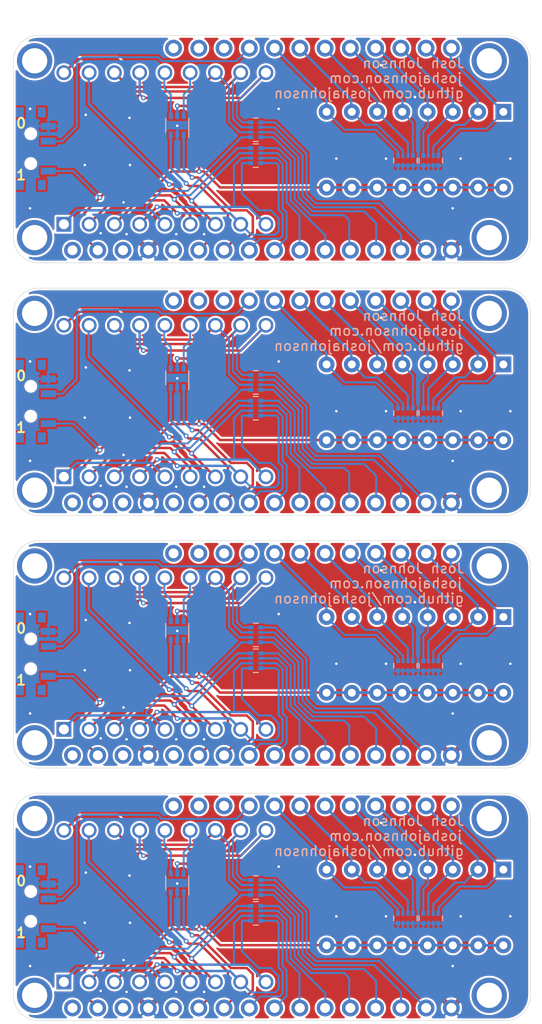
<source format=kicad_pcb>
(kicad_pcb (version 20171130) (host pcbnew "(5.1.2)-1")
  (layers (0 F.Cu signal) (31 B.Cu signal) (34 B.Paste user) (35 F.Paste user) (36 B.SilkS user) (37 F.SilkS user) (38 B.Mask user) (39 F.Mask user) (44 Edge.Cuts user))
  (net 0 "")
  (net 1 GND)
  (net 2 +3V3)
  (net 3 /DIP_7)
  (net 4 /DIP_8)
  (net 5 /DIP_6)
  (net 6 /DIP_5)
  (net 7 /DIP_1)
  (net 8 /DIP_2)
  (net 9 /SEG_A)
  (net 10 /SEG_C)
  (net 11 /SEG_B)
  (net 12 /SEG_D)
  (net 13 /SEG_DP)
  (net 14 /SEG_F)
  (net 15 /SEG_G)
  (net 16 /SEG_E)
  (net 17 "Net-(U1-Pad13)")
  (net 18 "Net-(U1-Pad14)")
  (net 19 /ANODE_1)
  (net 20 /ANODE_2)
  (net 21 /SWITCH)
  (net 22 /DIP_3)
  (net 23 /DIP_4)
  (net 24 "Net-(J1-Pad3)")
  (net 25 "Net-(J1-Pad5)")
  (net 26 "Net-(J1-Pad1)")
  (net 27 "Net-(J1-Pad28)")
  (net 28 "Net-(J1-Pad27)")
  (net 29 "Net-(J1-Pad26)")
  (net 30 "Net-(RN3-Pad5)")
  (net 31 "Net-(RN3-Pad6)")
  (net 32 "Net-(RN3-Pad8)")
  (net 33 "Net-(RN3-Pad7)")
  (net 34 "Net-(RN4-Pad5)")
  (net 35 "Net-(RN4-Pad6)")
  (net 36 "Net-(RN4-Pad8)")
  (net 37 "Net-(RN4-Pad7)")
  (module josh-connectors:featherwing (layer F.Cu) (at 70.818601 135.255001)
    (fp_text reference J1)
    (fp_text value Feather)
    (fp_line (start 26.993132 8.938762) (end 26.9936 -8.89) (layer Edge.Cuts) (width 0.05))
    (fp_line (start -24.9936 -8.89) (end -24.9936 8.89) (layer Edge.Cuts) (width 0.05))
    (fp_arc (start 24.4536 -8.89) (end 24.4536 -11.43) (angle 90) (layer Edge.Cuts) (width 0.05))
    (fp_arc (start 24.4536 8.89) (end 24.4536 11.43) (angle -88.9) (layer Edge.Cuts) (width 0.05))
    (fp_arc (start -22.4536 8.89) (end -22.4536 11.43) (angle 90) (layer Edge.Cuts) (width 0.05))
    (fp_arc (start -22.4536 -8.89) (end -24.9936 -8.89) (angle 90) (layer Edge.Cuts) (width 0.05))
    (pad "" np_thru_hole circle (at 22.86 8.89) (size 3.556 3.556) (drill 2.54) (layers *.Cu *.Mask))
    (pad "" np_thru_hole circle (at -22.86 8.89) (size 3.556 3.556) (drill 2.54) (layers *.Cu *.Mask))
    (pad "" np_thru_hole circle (at 22.86 -8.89) (size 3.556 3.556) (drill 2.54) (layers *.Cu *.Mask))
    (pad "" np_thru_hole circle (at -22.86 -8.89) (size 3.556 3.556) (drill 2.54) (layers *.Cu *.Mask))
    (pad 17 thru_hole circle (at 19.05 -10.16) (size 1.7 1.7) (drill 1) (layers *.Cu *.Mask) (net 7 /DIP_1))
    (pad 18 thru_hole circle (at 16.51 -10.16) (size 1.7 1.7) (drill 1) (layers *.Cu *.Mask) (net 8 /DIP_2))
    (pad 19 thru_hole circle (at 13.97 -10.16) (size 1.7 1.7) (drill 1) (layers *.Cu *.Mask) (net 22 /DIP_3))
    (pad 20 thru_hole circle (at 11.43 -10.16) (size 1.7 1.7) (drill 1) (layers *.Cu *.Mask) (net 23 /DIP_4))
    (pad 21 thru_hole circle (at 8.89 -10.16) (size 1.7 1.7) (drill 1) (layers *.Cu *.Mask) (net 6 /DIP_5))
    (pad 22 thru_hole circle (at 6.35 -10.16) (size 1.7 1.7) (drill 1) (layers *.Cu *.Mask) (net 5 /DIP_6))
    (pad 23 thru_hole circle (at 3.81 -10.16) (size 1.7 1.7) (drill 1) (layers *.Cu *.Mask) (net 3 /DIP_7))
    (pad 24 thru_hole circle (at 1.27 -10.16) (size 1.7 1.7) (drill 1) (layers *.Cu *.Mask) (net 4 /DIP_8))
    (pad 25 thru_hole circle (at -1.27 -10.16) (size 1.7 1.7) (drill 1) (layers *.Cu *.Mask) (net 21 /SWITCH))
    (pad 26 thru_hole circle (at -3.81 -10.16) (size 1.7 1.7) (drill 1) (layers *.Cu *.Mask) (net 29 "Net-(J1-Pad26)"))
    (pad 27 thru_hole circle (at -6.35 -10.16) (size 1.7 1.7) (drill 1) (layers *.Cu *.Mask) (net 28 "Net-(J1-Pad27)"))
    (pad 28 thru_hole circle (at -8.89 -10.16) (size 1.7 1.7) (drill 1) (layers *.Cu *.Mask) (net 27 "Net-(J1-Pad28)"))
    (pad 16 thru_hole circle (at 19.05 10.16) (size 1.7 1.7) (drill 1) (layers *.Cu *.Mask) (net 1 GND))
    (pad 1 thru_hole circle (at -19.05 10.16) (size 1.7 1.7) (drill 1) (layers *.Cu *.Mask) (net 26 "Net-(J1-Pad1)"))
    (pad 15 thru_hole circle (at 16.51 10.16) (size 1.7 1.7) (drill 1) (layers *.Cu *.Mask) (net 11 /SEG_B))
    (pad 14 thru_hole circle (at 13.97 10.16) (size 1.7 1.7) (drill 1) (layers *.Cu *.Mask) (net 9 /SEG_A))
    (pad 13 thru_hole circle (at 11.43 10.16) (size 1.7 1.7) (drill 1) (layers *.Cu *.Mask) (net 14 /SEG_F))
    (pad 12 thru_hole circle (at 8.89 10.16) (size 1.7 1.7) (drill 1) (layers *.Cu *.Mask) (net 16 /SEG_E))
    (pad 11 thru_hole circle (at 6.35 10.16) (size 1.7 1.7) (drill 1) (layers *.Cu *.Mask) (net 12 /SEG_D))
    (pad 10 thru_hole circle (at 3.81 10.16) (size 1.7 1.7) (drill 1) (layers *.Cu *.Mask) (net 15 /SEG_G))
    (pad 9 thru_hole circle (at 1.27 10.16) (size 1.7 1.7) (drill 1) (layers *.Cu *.Mask) (net 13 /SEG_DP))
    (pad 8 thru_hole circle (at -1.27 10.16) (size 1.7 1.7) (drill 1) (layers *.Cu *.Mask) (net 10 /SEG_C))
    (pad 7 thru_hole circle (at -3.81 10.16) (size 1.7 1.7) (drill 1) (layers *.Cu *.Mask) (net 19 /ANODE_1))
    (pad 6 thru_hole circle (at -6.35 10.16) (size 1.7 1.7) (drill 1) (layers *.Cu *.Mask) (net 20 /ANODE_2))
    (pad 5 thru_hole circle (at -8.89 10.16) (size 1.7 1.7) (drill 1) (layers *.Cu *.Mask) (net 25 "Net-(J1-Pad5)"))
    (pad 4 thru_hole circle (at -11.43 10.16) (size 1.7 1.7) (drill 1) (layers *.Cu *.Mask) (net 1 GND))
    (pad 3 thru_hole circle (at -13.97 10.16) (size 1.7 1.7) (drill 1) (layers *.Cu *.Mask) (net 24 "Net-(J1-Pad3)"))
    (pad 2 thru_hole circle (at -16.51 10.16) (size 1.7 1.7) (drill 1) (layers *.Cu *.Mask) (net 2 +3V3))
  )
  (module josh-connectors:featherwing (layer F.Cu) (at 70.818601 109.855001)
    (fp_text reference J1)
    (fp_text value Feather)
    (fp_line (start 26.993132 8.938762) (end 26.9936 -8.89) (layer Edge.Cuts) (width 0.05))
    (fp_line (start -24.9936 -8.89) (end -24.9936 8.89) (layer Edge.Cuts) (width 0.05))
    (fp_arc (start 24.4536 -8.89) (end 24.4536 -11.43) (angle 90) (layer Edge.Cuts) (width 0.05))
    (fp_arc (start 24.4536 8.89) (end 24.4536 11.43) (angle -88.9) (layer Edge.Cuts) (width 0.05))
    (fp_arc (start -22.4536 8.89) (end -22.4536 11.43) (angle 90) (layer Edge.Cuts) (width 0.05))
    (fp_arc (start -22.4536 -8.89) (end -24.9936 -8.89) (angle 90) (layer Edge.Cuts) (width 0.05))
    (pad "" np_thru_hole circle (at 22.86 8.89) (size 3.556 3.556) (drill 2.54) (layers *.Cu *.Mask))
    (pad "" np_thru_hole circle (at -22.86 8.89) (size 3.556 3.556) (drill 2.54) (layers *.Cu *.Mask))
    (pad "" np_thru_hole circle (at 22.86 -8.89) (size 3.556 3.556) (drill 2.54) (layers *.Cu *.Mask))
    (pad "" np_thru_hole circle (at -22.86 -8.89) (size 3.556 3.556) (drill 2.54) (layers *.Cu *.Mask))
    (pad 17 thru_hole circle (at 19.05 -10.16) (size 1.7 1.7) (drill 1) (layers *.Cu *.Mask) (net 7 /DIP_1))
    (pad 18 thru_hole circle (at 16.51 -10.16) (size 1.7 1.7) (drill 1) (layers *.Cu *.Mask) (net 8 /DIP_2))
    (pad 19 thru_hole circle (at 13.97 -10.16) (size 1.7 1.7) (drill 1) (layers *.Cu *.Mask) (net 22 /DIP_3))
    (pad 20 thru_hole circle (at 11.43 -10.16) (size 1.7 1.7) (drill 1) (layers *.Cu *.Mask) (net 23 /DIP_4))
    (pad 21 thru_hole circle (at 8.89 -10.16) (size 1.7 1.7) (drill 1) (layers *.Cu *.Mask) (net 6 /DIP_5))
    (pad 22 thru_hole circle (at 6.35 -10.16) (size 1.7 1.7) (drill 1) (layers *.Cu *.Mask) (net 5 /DIP_6))
    (pad 23 thru_hole circle (at 3.81 -10.16) (size 1.7 1.7) (drill 1) (layers *.Cu *.Mask) (net 3 /DIP_7))
    (pad 24 thru_hole circle (at 1.27 -10.16) (size 1.7 1.7) (drill 1) (layers *.Cu *.Mask) (net 4 /DIP_8))
    (pad 25 thru_hole circle (at -1.27 -10.16) (size 1.7 1.7) (drill 1) (layers *.Cu *.Mask) (net 21 /SWITCH))
    (pad 26 thru_hole circle (at -3.81 -10.16) (size 1.7 1.7) (drill 1) (layers *.Cu *.Mask) (net 29 "Net-(J1-Pad26)"))
    (pad 27 thru_hole circle (at -6.35 -10.16) (size 1.7 1.7) (drill 1) (layers *.Cu *.Mask) (net 28 "Net-(J1-Pad27)"))
    (pad 28 thru_hole circle (at -8.89 -10.16) (size 1.7 1.7) (drill 1) (layers *.Cu *.Mask) (net 27 "Net-(J1-Pad28)"))
    (pad 16 thru_hole circle (at 19.05 10.16) (size 1.7 1.7) (drill 1) (layers *.Cu *.Mask) (net 1 GND))
    (pad 1 thru_hole circle (at -19.05 10.16) (size 1.7 1.7) (drill 1) (layers *.Cu *.Mask) (net 26 "Net-(J1-Pad1)"))
    (pad 15 thru_hole circle (at 16.51 10.16) (size 1.7 1.7) (drill 1) (layers *.Cu *.Mask) (net 11 /SEG_B))
    (pad 14 thru_hole circle (at 13.97 10.16) (size 1.7 1.7) (drill 1) (layers *.Cu *.Mask) (net 9 /SEG_A))
    (pad 13 thru_hole circle (at 11.43 10.16) (size 1.7 1.7) (drill 1) (layers *.Cu *.Mask) (net 14 /SEG_F))
    (pad 12 thru_hole circle (at 8.89 10.16) (size 1.7 1.7) (drill 1) (layers *.Cu *.Mask) (net 16 /SEG_E))
    (pad 11 thru_hole circle (at 6.35 10.16) (size 1.7 1.7) (drill 1) (layers *.Cu *.Mask) (net 12 /SEG_D))
    (pad 10 thru_hole circle (at 3.81 10.16) (size 1.7 1.7) (drill 1) (layers *.Cu *.Mask) (net 15 /SEG_G))
    (pad 9 thru_hole circle (at 1.27 10.16) (size 1.7 1.7) (drill 1) (layers *.Cu *.Mask) (net 13 /SEG_DP))
    (pad 8 thru_hole circle (at -1.27 10.16) (size 1.7 1.7) (drill 1) (layers *.Cu *.Mask) (net 10 /SEG_C))
    (pad 7 thru_hole circle (at -3.81 10.16) (size 1.7 1.7) (drill 1) (layers *.Cu *.Mask) (net 19 /ANODE_1))
    (pad 6 thru_hole circle (at -6.35 10.16) (size 1.7 1.7) (drill 1) (layers *.Cu *.Mask) (net 20 /ANODE_2))
    (pad 5 thru_hole circle (at -8.89 10.16) (size 1.7 1.7) (drill 1) (layers *.Cu *.Mask) (net 25 "Net-(J1-Pad5)"))
    (pad 4 thru_hole circle (at -11.43 10.16) (size 1.7 1.7) (drill 1) (layers *.Cu *.Mask) (net 1 GND))
    (pad 3 thru_hole circle (at -13.97 10.16) (size 1.7 1.7) (drill 1) (layers *.Cu *.Mask) (net 24 "Net-(J1-Pad3)"))
    (pad 2 thru_hole circle (at -16.51 10.16) (size 1.7 1.7) (drill 1) (layers *.Cu *.Mask) (net 2 +3V3))
  )
  (module josh-connectors:featherwing (layer F.Cu) (at 70.818601 84.455001)
    (fp_text reference J1)
    (fp_text value Feather)
    (fp_line (start 26.993132 8.938762) (end 26.9936 -8.89) (layer Edge.Cuts) (width 0.05))
    (fp_line (start -24.9936 -8.89) (end -24.9936 8.89) (layer Edge.Cuts) (width 0.05))
    (fp_arc (start 24.4536 -8.89) (end 24.4536 -11.43) (angle 90) (layer Edge.Cuts) (width 0.05))
    (fp_arc (start 24.4536 8.89) (end 24.4536 11.43) (angle -88.9) (layer Edge.Cuts) (width 0.05))
    (fp_arc (start -22.4536 8.89) (end -22.4536 11.43) (angle 90) (layer Edge.Cuts) (width 0.05))
    (fp_arc (start -22.4536 -8.89) (end -24.9936 -8.89) (angle 90) (layer Edge.Cuts) (width 0.05))
    (pad "" np_thru_hole circle (at 22.86 8.89) (size 3.556 3.556) (drill 2.54) (layers *.Cu *.Mask))
    (pad "" np_thru_hole circle (at -22.86 8.89) (size 3.556 3.556) (drill 2.54) (layers *.Cu *.Mask))
    (pad "" np_thru_hole circle (at 22.86 -8.89) (size 3.556 3.556) (drill 2.54) (layers *.Cu *.Mask))
    (pad "" np_thru_hole circle (at -22.86 -8.89) (size 3.556 3.556) (drill 2.54) (layers *.Cu *.Mask))
    (pad 17 thru_hole circle (at 19.05 -10.16) (size 1.7 1.7) (drill 1) (layers *.Cu *.Mask) (net 7 /DIP_1))
    (pad 18 thru_hole circle (at 16.51 -10.16) (size 1.7 1.7) (drill 1) (layers *.Cu *.Mask) (net 8 /DIP_2))
    (pad 19 thru_hole circle (at 13.97 -10.16) (size 1.7 1.7) (drill 1) (layers *.Cu *.Mask) (net 22 /DIP_3))
    (pad 20 thru_hole circle (at 11.43 -10.16) (size 1.7 1.7) (drill 1) (layers *.Cu *.Mask) (net 23 /DIP_4))
    (pad 21 thru_hole circle (at 8.89 -10.16) (size 1.7 1.7) (drill 1) (layers *.Cu *.Mask) (net 6 /DIP_5))
    (pad 22 thru_hole circle (at 6.35 -10.16) (size 1.7 1.7) (drill 1) (layers *.Cu *.Mask) (net 5 /DIP_6))
    (pad 23 thru_hole circle (at 3.81 -10.16) (size 1.7 1.7) (drill 1) (layers *.Cu *.Mask) (net 3 /DIP_7))
    (pad 24 thru_hole circle (at 1.27 -10.16) (size 1.7 1.7) (drill 1) (layers *.Cu *.Mask) (net 4 /DIP_8))
    (pad 25 thru_hole circle (at -1.27 -10.16) (size 1.7 1.7) (drill 1) (layers *.Cu *.Mask) (net 21 /SWITCH))
    (pad 26 thru_hole circle (at -3.81 -10.16) (size 1.7 1.7) (drill 1) (layers *.Cu *.Mask) (net 29 "Net-(J1-Pad26)"))
    (pad 27 thru_hole circle (at -6.35 -10.16) (size 1.7 1.7) (drill 1) (layers *.Cu *.Mask) (net 28 "Net-(J1-Pad27)"))
    (pad 28 thru_hole circle (at -8.89 -10.16) (size 1.7 1.7) (drill 1) (layers *.Cu *.Mask) (net 27 "Net-(J1-Pad28)"))
    (pad 16 thru_hole circle (at 19.05 10.16) (size 1.7 1.7) (drill 1) (layers *.Cu *.Mask) (net 1 GND))
    (pad 1 thru_hole circle (at -19.05 10.16) (size 1.7 1.7) (drill 1) (layers *.Cu *.Mask) (net 26 "Net-(J1-Pad1)"))
    (pad 15 thru_hole circle (at 16.51 10.16) (size 1.7 1.7) (drill 1) (layers *.Cu *.Mask) (net 11 /SEG_B))
    (pad 14 thru_hole circle (at 13.97 10.16) (size 1.7 1.7) (drill 1) (layers *.Cu *.Mask) (net 9 /SEG_A))
    (pad 13 thru_hole circle (at 11.43 10.16) (size 1.7 1.7) (drill 1) (layers *.Cu *.Mask) (net 14 /SEG_F))
    (pad 12 thru_hole circle (at 8.89 10.16) (size 1.7 1.7) (drill 1) (layers *.Cu *.Mask) (net 16 /SEG_E))
    (pad 11 thru_hole circle (at 6.35 10.16) (size 1.7 1.7) (drill 1) (layers *.Cu *.Mask) (net 12 /SEG_D))
    (pad 10 thru_hole circle (at 3.81 10.16) (size 1.7 1.7) (drill 1) (layers *.Cu *.Mask) (net 15 /SEG_G))
    (pad 9 thru_hole circle (at 1.27 10.16) (size 1.7 1.7) (drill 1) (layers *.Cu *.Mask) (net 13 /SEG_DP))
    (pad 8 thru_hole circle (at -1.27 10.16) (size 1.7 1.7) (drill 1) (layers *.Cu *.Mask) (net 10 /SEG_C))
    (pad 7 thru_hole circle (at -3.81 10.16) (size 1.7 1.7) (drill 1) (layers *.Cu *.Mask) (net 19 /ANODE_1))
    (pad 6 thru_hole circle (at -6.35 10.16) (size 1.7 1.7) (drill 1) (layers *.Cu *.Mask) (net 20 /ANODE_2))
    (pad 5 thru_hole circle (at -8.89 10.16) (size 1.7 1.7) (drill 1) (layers *.Cu *.Mask) (net 25 "Net-(J1-Pad5)"))
    (pad 4 thru_hole circle (at -11.43 10.16) (size 1.7 1.7) (drill 1) (layers *.Cu *.Mask) (net 1 GND))
    (pad 3 thru_hole circle (at -13.97 10.16) (size 1.7 1.7) (drill 1) (layers *.Cu *.Mask) (net 24 "Net-(J1-Pad3)"))
    (pad 2 thru_hole circle (at -16.51 10.16) (size 1.7 1.7) (drill 1) (layers *.Cu *.Mask) (net 2 +3V3))
  )
  (module Resistor_SMD:R_Array_Convex_4x0402 (layer B.Cu) (at 85.25 136.4 90)
    (fp_text reference RN1 hide)
    (fp_text value 10K)
    (pad 5 smd rect (at 0.5 -0.75 90) (size 0.5 0.4) (layers B.Cu B.Paste B.Mask) (net 4 /DIP_8))
    (pad 6 smd rect (at 0.5 -0.25 90) (size 0.5 0.3) (layers B.Cu B.Paste B.Mask) (net 3 /DIP_7))
    (pad 8 smd rect (at 0.5 0.75 90) (size 0.5 0.4) (layers B.Cu B.Paste B.Mask) (net 6 /DIP_5))
    (pad 7 smd rect (at 0.5 0.25 90) (size 0.5 0.3) (layers B.Cu B.Paste B.Mask) (net 5 /DIP_6))
    (pad 4 smd rect (at -0.5 -0.75 90) (size 0.5 0.4) (layers B.Cu B.Paste B.Mask) (net 1 GND))
    (pad 2 smd rect (at -0.5 0.25 90) (size 0.5 0.3) (layers B.Cu B.Paste B.Mask) (net 1 GND))
    (pad 3 smd rect (at -0.5 -0.25 90) (size 0.5 0.3) (layers B.Cu B.Paste B.Mask) (net 1 GND))
    (pad 1 smd rect (at -0.5 0.75 90) (size 0.5 0.4) (layers B.Cu B.Paste B.Mask) (net 1 GND))
  )
  (module Resistor_SMD:R_Array_Convex_4x0402 (layer B.Cu) (at 85.25 111 90)
    (fp_text reference RN1 hide)
    (fp_text value 10K)
    (pad 5 smd rect (at 0.5 -0.75 90) (size 0.5 0.4) (layers B.Cu B.Paste B.Mask) (net 4 /DIP_8))
    (pad 6 smd rect (at 0.5 -0.25 90) (size 0.5 0.3) (layers B.Cu B.Paste B.Mask) (net 3 /DIP_7))
    (pad 8 smd rect (at 0.5 0.75 90) (size 0.5 0.4) (layers B.Cu B.Paste B.Mask) (net 6 /DIP_5))
    (pad 7 smd rect (at 0.5 0.25 90) (size 0.5 0.3) (layers B.Cu B.Paste B.Mask) (net 5 /DIP_6))
    (pad 4 smd rect (at -0.5 -0.75 90) (size 0.5 0.4) (layers B.Cu B.Paste B.Mask) (net 1 GND))
    (pad 2 smd rect (at -0.5 0.25 90) (size 0.5 0.3) (layers B.Cu B.Paste B.Mask) (net 1 GND))
    (pad 3 smd rect (at -0.5 -0.25 90) (size 0.5 0.3) (layers B.Cu B.Paste B.Mask) (net 1 GND))
    (pad 1 smd rect (at -0.5 0.75 90) (size 0.5 0.4) (layers B.Cu B.Paste B.Mask) (net 1 GND))
  )
  (module Resistor_SMD:R_Array_Convex_4x0402 (layer B.Cu) (at 85.25 85.6 90)
    (fp_text reference RN1 hide)
    (fp_text value 10K)
    (pad 5 smd rect (at 0.5 -0.75 90) (size 0.5 0.4) (layers B.Cu B.Paste B.Mask) (net 4 /DIP_8))
    (pad 6 smd rect (at 0.5 -0.25 90) (size 0.5 0.3) (layers B.Cu B.Paste B.Mask) (net 3 /DIP_7))
    (pad 8 smd rect (at 0.5 0.75 90) (size 0.5 0.4) (layers B.Cu B.Paste B.Mask) (net 6 /DIP_5))
    (pad 7 smd rect (at 0.5 0.25 90) (size 0.5 0.3) (layers B.Cu B.Paste B.Mask) (net 5 /DIP_6))
    (pad 4 smd rect (at -0.5 -0.75 90) (size 0.5 0.4) (layers B.Cu B.Paste B.Mask) (net 1 GND))
    (pad 2 smd rect (at -0.5 0.25 90) (size 0.5 0.3) (layers B.Cu B.Paste B.Mask) (net 1 GND))
    (pad 3 smd rect (at -0.5 -0.25 90) (size 0.5 0.3) (layers B.Cu B.Paste B.Mask) (net 1 GND))
    (pad 1 smd rect (at -0.5 0.75 90) (size 0.5 0.4) (layers B.Cu B.Paste B.Mask) (net 1 GND))
  )
  (module Package_TO_SOT_SMD:SOT-363_SC-70-6 (layer B.Cu) (at 62.3 132.85 90)
    (fp_text reference U2 hide)
    (fp_text value 74LVC2G17)
    (pad 1 smd rect (at -0.95 0.65 90) (size 0.65 0.4) (layers B.Cu B.Paste B.Mask) (net 19 /ANODE_1))
    (pad 3 smd rect (at -0.95 -0.65 90) (size 0.65 0.4) (layers B.Cu B.Paste B.Mask) (net 20 /ANODE_2))
    (pad 5 smd rect (at 0.95 0 90) (size 0.65 0.4) (layers B.Cu B.Paste B.Mask) (net 2 +3V3))
    (pad 2 smd rect (at -0.95 0 90) (size 0.65 0.4) (layers B.Cu B.Paste B.Mask) (net 1 GND))
    (pad 4 smd rect (at 0.95 -0.65 90) (size 0.65 0.4) (layers B.Cu B.Paste B.Mask) (net 18 "Net-(U1-Pad14)"))
    (pad 6 smd rect (at 0.95 0.65 90) (size 0.65 0.4) (layers B.Cu B.Paste B.Mask) (net 17 "Net-(U1-Pad13)"))
  )
  (module Package_TO_SOT_SMD:SOT-363_SC-70-6 (layer B.Cu) (at 62.3 107.45 90)
    (fp_text reference U2 hide)
    (fp_text value 74LVC2G17)
    (pad 1 smd rect (at -0.95 0.65 90) (size 0.65 0.4) (layers B.Cu B.Paste B.Mask) (net 19 /ANODE_1))
    (pad 3 smd rect (at -0.95 -0.65 90) (size 0.65 0.4) (layers B.Cu B.Paste B.Mask) (net 20 /ANODE_2))
    (pad 5 smd rect (at 0.95 0 90) (size 0.65 0.4) (layers B.Cu B.Paste B.Mask) (net 2 +3V3))
    (pad 2 smd rect (at -0.95 0 90) (size 0.65 0.4) (layers B.Cu B.Paste B.Mask) (net 1 GND))
    (pad 4 smd rect (at 0.95 -0.65 90) (size 0.65 0.4) (layers B.Cu B.Paste B.Mask) (net 18 "Net-(U1-Pad14)"))
    (pad 6 smd rect (at 0.95 0.65 90) (size 0.65 0.4) (layers B.Cu B.Paste B.Mask) (net 17 "Net-(U1-Pad13)"))
  )
  (module Package_TO_SOT_SMD:SOT-363_SC-70-6 (layer B.Cu) (at 62.3 82.05 90)
    (fp_text reference U2 hide)
    (fp_text value 74LVC2G17)
    (pad 1 smd rect (at -0.95 0.65 90) (size 0.65 0.4) (layers B.Cu B.Paste B.Mask) (net 19 /ANODE_1))
    (pad 3 smd rect (at -0.95 -0.65 90) (size 0.65 0.4) (layers B.Cu B.Paste B.Mask) (net 20 /ANODE_2))
    (pad 5 smd rect (at 0.95 0 90) (size 0.65 0.4) (layers B.Cu B.Paste B.Mask) (net 2 +3V3))
    (pad 2 smd rect (at -0.95 0 90) (size 0.65 0.4) (layers B.Cu B.Paste B.Mask) (net 1 GND))
    (pad 4 smd rect (at 0.95 -0.65 90) (size 0.65 0.4) (layers B.Cu B.Paste B.Mask) (net 18 "Net-(U1-Pad14)"))
    (pad 6 smd rect (at 0.95 0.65 90) (size 0.65 0.4) (layers B.Cu B.Paste B.Mask) (net 17 "Net-(U1-Pad13)"))
  )
  (module Button_Switch_THT:SW_DIP_SPSTx08_Slide_9.78x22.5mm_W7.62mm_P2.54mm (layer F.Cu) (at 95.1 131.5 270)
    (fp_text reference SW1 hide)
    (fp_text value SW_DIP_x08)
    (pad 16 thru_hole oval (at 7.62 0 270) (size 1.6 1.6) (drill 0.8) (layers *.Cu *.Mask) (net 2 +3V3))
    (pad 8 thru_hole oval (at 0 17.78 270) (size 1.6 1.6) (drill 0.8) (layers *.Cu *.Mask) (net 4 /DIP_8))
    (pad 15 thru_hole oval (at 7.62 2.54 270) (size 1.6 1.6) (drill 0.8) (layers *.Cu *.Mask) (net 2 +3V3))
    (pad 7 thru_hole oval (at 0 15.24 270) (size 1.6 1.6) (drill 0.8) (layers *.Cu *.Mask) (net 3 /DIP_7))
    (pad 14 thru_hole oval (at 7.62 5.08 270) (size 1.6 1.6) (drill 0.8) (layers *.Cu *.Mask) (net 2 +3V3))
    (pad 6 thru_hole oval (at 0 12.7 270) (size 1.6 1.6) (drill 0.8) (layers *.Cu *.Mask) (net 5 /DIP_6))
    (pad 13 thru_hole oval (at 7.62 7.62 270) (size 1.6 1.6) (drill 0.8) (layers *.Cu *.Mask) (net 2 +3V3))
    (pad 5 thru_hole oval (at 0 10.16 270) (size 1.6 1.6) (drill 0.8) (layers *.Cu *.Mask) (net 6 /DIP_5))
    (pad 12 thru_hole oval (at 7.62 10.16 270) (size 1.6 1.6) (drill 0.8) (layers *.Cu *.Mask) (net 2 +3V3))
    (pad 4 thru_hole oval (at 0 7.62 270) (size 1.6 1.6) (drill 0.8) (layers *.Cu *.Mask) (net 23 /DIP_4))
    (pad 11 thru_hole oval (at 7.62 12.7 270) (size 1.6 1.6) (drill 0.8) (layers *.Cu *.Mask) (net 2 +3V3))
    (pad 3 thru_hole oval (at 0 5.08 270) (size 1.6 1.6) (drill 0.8) (layers *.Cu *.Mask) (net 22 /DIP_3))
    (pad 10 thru_hole oval (at 7.62 15.24 270) (size 1.6 1.6) (drill 0.8) (layers *.Cu *.Mask) (net 2 +3V3))
    (pad 2 thru_hole oval (at 0 2.54 270) (size 1.6 1.6) (drill 0.8) (layers *.Cu *.Mask) (net 8 /DIP_2))
    (pad 9 thru_hole oval (at 7.62 17.78 270) (size 1.6 1.6) (drill 0.8) (layers *.Cu *.Mask) (net 2 +3V3))
    (pad 1 thru_hole rect (at 0 0 270) (size 1.6 1.6) (drill 0.8) (layers *.Cu *.Mask) (net 7 /DIP_1))
  )
  (module Button_Switch_THT:SW_DIP_SPSTx08_Slide_9.78x22.5mm_W7.62mm_P2.54mm (layer F.Cu) (at 95.1 106.1 270)
    (fp_text reference SW1 hide)
    (fp_text value SW_DIP_x08)
    (pad 16 thru_hole oval (at 7.62 0 270) (size 1.6 1.6) (drill 0.8) (layers *.Cu *.Mask) (net 2 +3V3))
    (pad 8 thru_hole oval (at 0 17.78 270) (size 1.6 1.6) (drill 0.8) (layers *.Cu *.Mask) (net 4 /DIP_8))
    (pad 15 thru_hole oval (at 7.62 2.54 270) (size 1.6 1.6) (drill 0.8) (layers *.Cu *.Mask) (net 2 +3V3))
    (pad 7 thru_hole oval (at 0 15.24 270) (size 1.6 1.6) (drill 0.8) (layers *.Cu *.Mask) (net 3 /DIP_7))
    (pad 14 thru_hole oval (at 7.62 5.08 270) (size 1.6 1.6) (drill 0.8) (layers *.Cu *.Mask) (net 2 +3V3))
    (pad 6 thru_hole oval (at 0 12.7 270) (size 1.6 1.6) (drill 0.8) (layers *.Cu *.Mask) (net 5 /DIP_6))
    (pad 13 thru_hole oval (at 7.62 7.62 270) (size 1.6 1.6) (drill 0.8) (layers *.Cu *.Mask) (net 2 +3V3))
    (pad 5 thru_hole oval (at 0 10.16 270) (size 1.6 1.6) (drill 0.8) (layers *.Cu *.Mask) (net 6 /DIP_5))
    (pad 12 thru_hole oval (at 7.62 10.16 270) (size 1.6 1.6) (drill 0.8) (layers *.Cu *.Mask) (net 2 +3V3))
    (pad 4 thru_hole oval (at 0 7.62 270) (size 1.6 1.6) (drill 0.8) (layers *.Cu *.Mask) (net 23 /DIP_4))
    (pad 11 thru_hole oval (at 7.62 12.7 270) (size 1.6 1.6) (drill 0.8) (layers *.Cu *.Mask) (net 2 +3V3))
    (pad 3 thru_hole oval (at 0 5.08 270) (size 1.6 1.6) (drill 0.8) (layers *.Cu *.Mask) (net 22 /DIP_3))
    (pad 10 thru_hole oval (at 7.62 15.24 270) (size 1.6 1.6) (drill 0.8) (layers *.Cu *.Mask) (net 2 +3V3))
    (pad 2 thru_hole oval (at 0 2.54 270) (size 1.6 1.6) (drill 0.8) (layers *.Cu *.Mask) (net 8 /DIP_2))
    (pad 9 thru_hole oval (at 7.62 17.78 270) (size 1.6 1.6) (drill 0.8) (layers *.Cu *.Mask) (net 2 +3V3))
    (pad 1 thru_hole rect (at 0 0 270) (size 1.6 1.6) (drill 0.8) (layers *.Cu *.Mask) (net 7 /DIP_1))
  )
  (module Button_Switch_THT:SW_DIP_SPSTx08_Slide_9.78x22.5mm_W7.62mm_P2.54mm (layer F.Cu) (at 95.1 80.7 270)
    (fp_text reference SW1 hide)
    (fp_text value SW_DIP_x08)
    (pad 16 thru_hole oval (at 7.62 0 270) (size 1.6 1.6) (drill 0.8) (layers *.Cu *.Mask) (net 2 +3V3))
    (pad 8 thru_hole oval (at 0 17.78 270) (size 1.6 1.6) (drill 0.8) (layers *.Cu *.Mask) (net 4 /DIP_8))
    (pad 15 thru_hole oval (at 7.62 2.54 270) (size 1.6 1.6) (drill 0.8) (layers *.Cu *.Mask) (net 2 +3V3))
    (pad 7 thru_hole oval (at 0 15.24 270) (size 1.6 1.6) (drill 0.8) (layers *.Cu *.Mask) (net 3 /DIP_7))
    (pad 14 thru_hole oval (at 7.62 5.08 270) (size 1.6 1.6) (drill 0.8) (layers *.Cu *.Mask) (net 2 +3V3))
    (pad 6 thru_hole oval (at 0 12.7 270) (size 1.6 1.6) (drill 0.8) (layers *.Cu *.Mask) (net 5 /DIP_6))
    (pad 13 thru_hole oval (at 7.62 7.62 270) (size 1.6 1.6) (drill 0.8) (layers *.Cu *.Mask) (net 2 +3V3))
    (pad 5 thru_hole oval (at 0 10.16 270) (size 1.6 1.6) (drill 0.8) (layers *.Cu *.Mask) (net 6 /DIP_5))
    (pad 12 thru_hole oval (at 7.62 10.16 270) (size 1.6 1.6) (drill 0.8) (layers *.Cu *.Mask) (net 2 +3V3))
    (pad 4 thru_hole oval (at 0 7.62 270) (size 1.6 1.6) (drill 0.8) (layers *.Cu *.Mask) (net 23 /DIP_4))
    (pad 11 thru_hole oval (at 7.62 12.7 270) (size 1.6 1.6) (drill 0.8) (layers *.Cu *.Mask) (net 2 +3V3))
    (pad 3 thru_hole oval (at 0 5.08 270) (size 1.6 1.6) (drill 0.8) (layers *.Cu *.Mask) (net 22 /DIP_3))
    (pad 10 thru_hole oval (at 7.62 15.24 270) (size 1.6 1.6) (drill 0.8) (layers *.Cu *.Mask) (net 2 +3V3))
    (pad 2 thru_hole oval (at 0 2.54 270) (size 1.6 1.6) (drill 0.8) (layers *.Cu *.Mask) (net 8 /DIP_2))
    (pad 9 thru_hole oval (at 7.62 17.78 270) (size 1.6 1.6) (drill 0.8) (layers *.Cu *.Mask) (net 2 +3V3))
    (pad 1 thru_hole rect (at 0 0 270) (size 1.6 1.6) (drill 0.8) (layers *.Cu *.Mask) (net 7 /DIP_1))
  )
  (module Resistor_SMD:R_Array_Convex_4x0402 (layer B.Cu) (at 87.8 136.4 90)
    (fp_text reference RN2 hide)
    (fp_text value 10K)
    (pad 1 smd rect (at -0.5 0.75 90) (size 0.5 0.4) (layers B.Cu B.Paste B.Mask) (net 1 GND))
    (pad 3 smd rect (at -0.5 -0.25 90) (size 0.5 0.3) (layers B.Cu B.Paste B.Mask) (net 1 GND))
    (pad 2 smd rect (at -0.5 0.25 90) (size 0.5 0.3) (layers B.Cu B.Paste B.Mask) (net 1 GND))
    (pad 4 smd rect (at -0.5 -0.75 90) (size 0.5 0.4) (layers B.Cu B.Paste B.Mask) (net 1 GND))
    (pad 7 smd rect (at 0.5 0.25 90) (size 0.5 0.3) (layers B.Cu B.Paste B.Mask) (net 8 /DIP_2))
    (pad 8 smd rect (at 0.5 0.75 90) (size 0.5 0.4) (layers B.Cu B.Paste B.Mask) (net 7 /DIP_1))
    (pad 6 smd rect (at 0.5 -0.25 90) (size 0.5 0.3) (layers B.Cu B.Paste B.Mask) (net 22 /DIP_3))
    (pad 5 smd rect (at 0.5 -0.75 90) (size 0.5 0.4) (layers B.Cu B.Paste B.Mask) (net 23 /DIP_4))
  )
  (module Resistor_SMD:R_Array_Convex_4x0402 (layer B.Cu) (at 87.8 111 90)
    (fp_text reference RN2 hide)
    (fp_text value 10K)
    (pad 1 smd rect (at -0.5 0.75 90) (size 0.5 0.4) (layers B.Cu B.Paste B.Mask) (net 1 GND))
    (pad 3 smd rect (at -0.5 -0.25 90) (size 0.5 0.3) (layers B.Cu B.Paste B.Mask) (net 1 GND))
    (pad 2 smd rect (at -0.5 0.25 90) (size 0.5 0.3) (layers B.Cu B.Paste B.Mask) (net 1 GND))
    (pad 4 smd rect (at -0.5 -0.75 90) (size 0.5 0.4) (layers B.Cu B.Paste B.Mask) (net 1 GND))
    (pad 7 smd rect (at 0.5 0.25 90) (size 0.5 0.3) (layers B.Cu B.Paste B.Mask) (net 8 /DIP_2))
    (pad 8 smd rect (at 0.5 0.75 90) (size 0.5 0.4) (layers B.Cu B.Paste B.Mask) (net 7 /DIP_1))
    (pad 6 smd rect (at 0.5 -0.25 90) (size 0.5 0.3) (layers B.Cu B.Paste B.Mask) (net 22 /DIP_3))
    (pad 5 smd rect (at 0.5 -0.75 90) (size 0.5 0.4) (layers B.Cu B.Paste B.Mask) (net 23 /DIP_4))
  )
  (module Resistor_SMD:R_Array_Convex_4x0402 (layer B.Cu) (at 87.8 85.6 90)
    (fp_text reference RN2 hide)
    (fp_text value 10K)
    (pad 1 smd rect (at -0.5 0.75 90) (size 0.5 0.4) (layers B.Cu B.Paste B.Mask) (net 1 GND))
    (pad 3 smd rect (at -0.5 -0.25 90) (size 0.5 0.3) (layers B.Cu B.Paste B.Mask) (net 1 GND))
    (pad 2 smd rect (at -0.5 0.25 90) (size 0.5 0.3) (layers B.Cu B.Paste B.Mask) (net 1 GND))
    (pad 4 smd rect (at -0.5 -0.75 90) (size 0.5 0.4) (layers B.Cu B.Paste B.Mask) (net 1 GND))
    (pad 7 smd rect (at 0.5 0.25 90) (size 0.5 0.3) (layers B.Cu B.Paste B.Mask) (net 8 /DIP_2))
    (pad 8 smd rect (at 0.5 0.75 90) (size 0.5 0.4) (layers B.Cu B.Paste B.Mask) (net 7 /DIP_1))
    (pad 6 smd rect (at 0.5 -0.25 90) (size 0.5 0.3) (layers B.Cu B.Paste B.Mask) (net 22 /DIP_3))
    (pad 5 smd rect (at 0.5 -0.75 90) (size 0.5 0.4) (layers B.Cu B.Paste B.Mask) (net 23 /DIP_4))
  )
  (module josh-buttons-switches:SW_SPDT_PCM12 (layer B.Cu) (at 47.9 135.2 90)
    (fp_text reference SW2 hide)
    (fp_text value SW_SPDT)
    (pad "" np_thru_hole circle (at -1.5 -0.33 90) (size 0.9 0.9) (drill 0.9) (layers *.Cu *.Mask))
    (pad "" np_thru_hole circle (at 1.5 -0.33 90) (size 0.9 0.9) (drill 0.9) (layers *.Cu *.Mask))
    (pad 1 smd rect (at -2.25 1.43 90) (size 0.7 1.5) (layers B.Cu B.Paste B.Mask) (net 2 +3V3))
    (pad 2 smd rect (at 0.75 1.43 90) (size 0.7 1.5) (layers B.Cu B.Paste B.Mask) (net 21 /SWITCH))
    (pad 3 smd rect (at 2.25 1.43 90) (size 0.7 1.5) (layers B.Cu B.Paste B.Mask) (net 1 GND))
    (pad "" smd rect (at -3.65 -1.43 90) (size 1 0.8) (layers B.Cu B.Paste B.Mask))
    (pad "" smd rect (at 3.65 -1.43 90) (size 1 0.8) (layers B.Cu B.Paste B.Mask))
    (pad "" smd rect (at 3.65 0.78 90) (size 1 0.8) (layers B.Cu B.Paste B.Mask))
    (pad "" smd rect (at -3.65 0.78 90) (size 1 0.8) (layers B.Cu B.Paste B.Mask))
  )
  (module josh-buttons-switches:SW_SPDT_PCM12 (layer B.Cu) (at 47.9 109.8 90)
    (fp_text reference SW2 hide)
    (fp_text value SW_SPDT)
    (pad "" np_thru_hole circle (at -1.5 -0.33 90) (size 0.9 0.9) (drill 0.9) (layers *.Cu *.Mask))
    (pad "" np_thru_hole circle (at 1.5 -0.33 90) (size 0.9 0.9) (drill 0.9) (layers *.Cu *.Mask))
    (pad 1 smd rect (at -2.25 1.43 90) (size 0.7 1.5) (layers B.Cu B.Paste B.Mask) (net 2 +3V3))
    (pad 2 smd rect (at 0.75 1.43 90) (size 0.7 1.5) (layers B.Cu B.Paste B.Mask) (net 21 /SWITCH))
    (pad 3 smd rect (at 2.25 1.43 90) (size 0.7 1.5) (layers B.Cu B.Paste B.Mask) (net 1 GND))
    (pad "" smd rect (at -3.65 -1.43 90) (size 1 0.8) (layers B.Cu B.Paste B.Mask))
    (pad "" smd rect (at 3.65 -1.43 90) (size 1 0.8) (layers B.Cu B.Paste B.Mask))
    (pad "" smd rect (at 3.65 0.78 90) (size 1 0.8) (layers B.Cu B.Paste B.Mask))
    (pad "" smd rect (at -3.65 0.78 90) (size 1 0.8) (layers B.Cu B.Paste B.Mask))
  )
  (module josh-buttons-switches:SW_SPDT_PCM12 (layer B.Cu) (at 47.9 84.4 90)
    (fp_text reference SW2 hide)
    (fp_text value SW_SPDT)
    (pad "" np_thru_hole circle (at -1.5 -0.33 90) (size 0.9 0.9) (drill 0.9) (layers *.Cu *.Mask))
    (pad "" np_thru_hole circle (at 1.5 -0.33 90) (size 0.9 0.9) (drill 0.9) (layers *.Cu *.Mask))
    (pad 1 smd rect (at -2.25 1.43 90) (size 0.7 1.5) (layers B.Cu B.Paste B.Mask) (net 2 +3V3))
    (pad 2 smd rect (at 0.75 1.43 90) (size 0.7 1.5) (layers B.Cu B.Paste B.Mask) (net 21 /SWITCH))
    (pad 3 smd rect (at 2.25 1.43 90) (size 0.7 1.5) (layers B.Cu B.Paste B.Mask) (net 1 GND))
    (pad "" smd rect (at -3.65 -1.43 90) (size 1 0.8) (layers B.Cu B.Paste B.Mask))
    (pad "" smd rect (at 3.65 -1.43 90) (size 1 0.8) (layers B.Cu B.Paste B.Mask))
    (pad "" smd rect (at 3.65 0.78 90) (size 1 0.8) (layers B.Cu B.Paste B.Mask))
    (pad "" smd rect (at -3.65 0.78 90) (size 1 0.8) (layers B.Cu B.Paste B.Mask))
  )
  (module Resistor_SMD:R_Array_Convex_4x0402 (layer B.Cu) (at 70.2 133.3 180)
    (fp_text reference RN3 hide)
    (fp_text value 330R)
    (pad 1 smd rect (at -0.5 0.75 180) (size 0.5 0.4) (layers B.Cu B.Paste B.Mask) (net 11 /SEG_B))
    (pad 3 smd rect (at -0.5 -0.25 180) (size 0.5 0.3) (layers B.Cu B.Paste B.Mask) (net 14 /SEG_F))
    (pad 2 smd rect (at -0.5 0.25 180) (size 0.5 0.3) (layers B.Cu B.Paste B.Mask) (net 9 /SEG_A))
    (pad 4 smd rect (at -0.5 -0.75 180) (size 0.5 0.4) (layers B.Cu B.Paste B.Mask) (net 16 /SEG_E))
    (pad 7 smd rect (at 0.5 0.25 180) (size 0.5 0.3) (layers B.Cu B.Paste B.Mask) (net 33 "Net-(RN3-Pad7)"))
    (pad 8 smd rect (at 0.5 0.75 180) (size 0.5 0.4) (layers B.Cu B.Paste B.Mask) (net 32 "Net-(RN3-Pad8)"))
    (pad 6 smd rect (at 0.5 -0.25 180) (size 0.5 0.3) (layers B.Cu B.Paste B.Mask) (net 31 "Net-(RN3-Pad6)"))
    (pad 5 smd rect (at 0.5 -0.75 180) (size 0.5 0.4) (layers B.Cu B.Paste B.Mask) (net 30 "Net-(RN3-Pad5)"))
  )
  (module Resistor_SMD:R_Array_Convex_4x0402 (layer B.Cu) (at 70.2 107.9 180)
    (fp_text reference RN3 hide)
    (fp_text value 330R)
    (pad 1 smd rect (at -0.5 0.75 180) (size 0.5 0.4) (layers B.Cu B.Paste B.Mask) (net 11 /SEG_B))
    (pad 3 smd rect (at -0.5 -0.25 180) (size 0.5 0.3) (layers B.Cu B.Paste B.Mask) (net 14 /SEG_F))
    (pad 2 smd rect (at -0.5 0.25 180) (size 0.5 0.3) (layers B.Cu B.Paste B.Mask) (net 9 /SEG_A))
    (pad 4 smd rect (at -0.5 -0.75 180) (size 0.5 0.4) (layers B.Cu B.Paste B.Mask) (net 16 /SEG_E))
    (pad 7 smd rect (at 0.5 0.25 180) (size 0.5 0.3) (layers B.Cu B.Paste B.Mask) (net 33 "Net-(RN3-Pad7)"))
    (pad 8 smd rect (at 0.5 0.75 180) (size 0.5 0.4) (layers B.Cu B.Paste B.Mask) (net 32 "Net-(RN3-Pad8)"))
    (pad 6 smd rect (at 0.5 -0.25 180) (size 0.5 0.3) (layers B.Cu B.Paste B.Mask) (net 31 "Net-(RN3-Pad6)"))
    (pad 5 smd rect (at 0.5 -0.75 180) (size 0.5 0.4) (layers B.Cu B.Paste B.Mask) (net 30 "Net-(RN3-Pad5)"))
  )
  (module Resistor_SMD:R_Array_Convex_4x0402 (layer B.Cu) (at 70.2 82.5 180)
    (fp_text reference RN3 hide)
    (fp_text value 330R)
    (pad 1 smd rect (at -0.5 0.75 180) (size 0.5 0.4) (layers B.Cu B.Paste B.Mask) (net 11 /SEG_B))
    (pad 3 smd rect (at -0.5 -0.25 180) (size 0.5 0.3) (layers B.Cu B.Paste B.Mask) (net 14 /SEG_F))
    (pad 2 smd rect (at -0.5 0.25 180) (size 0.5 0.3) (layers B.Cu B.Paste B.Mask) (net 9 /SEG_A))
    (pad 4 smd rect (at -0.5 -0.75 180) (size 0.5 0.4) (layers B.Cu B.Paste B.Mask) (net 16 /SEG_E))
    (pad 7 smd rect (at 0.5 0.25 180) (size 0.5 0.3) (layers B.Cu B.Paste B.Mask) (net 33 "Net-(RN3-Pad7)"))
    (pad 8 smd rect (at 0.5 0.75 180) (size 0.5 0.4) (layers B.Cu B.Paste B.Mask) (net 32 "Net-(RN3-Pad8)"))
    (pad 6 smd rect (at 0.5 -0.25 180) (size 0.5 0.3) (layers B.Cu B.Paste B.Mask) (net 31 "Net-(RN3-Pad6)"))
    (pad 5 smd rect (at 0.5 -0.75 180) (size 0.5 0.4) (layers B.Cu B.Paste B.Mask) (net 30 "Net-(RN3-Pad5)"))
  )
  (module Resistor_SMD:R_Array_Convex_4x0402 (layer B.Cu) (at 70.2 135.9 180)
    (fp_text reference RN4 hide)
    (fp_text value 330R)
    (pad 1 smd rect (at -0.5 0.75 180) (size 0.5 0.4) (layers B.Cu B.Paste B.Mask) (net 12 /SEG_D))
    (pad 3 smd rect (at -0.5 -0.25 180) (size 0.5 0.3) (layers B.Cu B.Paste B.Mask) (net 13 /SEG_DP))
    (pad 2 smd rect (at -0.5 0.25 180) (size 0.5 0.3) (layers B.Cu B.Paste B.Mask) (net 15 /SEG_G))
    (pad 4 smd rect (at -0.5 -0.75 180) (size 0.5 0.4) (layers B.Cu B.Paste B.Mask) (net 10 /SEG_C))
    (pad 7 smd rect (at 0.5 0.25 180) (size 0.5 0.3) (layers B.Cu B.Paste B.Mask) (net 37 "Net-(RN4-Pad7)"))
    (pad 8 smd rect (at 0.5 0.75 180) (size 0.5 0.4) (layers B.Cu B.Paste B.Mask) (net 36 "Net-(RN4-Pad8)"))
    (pad 6 smd rect (at 0.5 -0.25 180) (size 0.5 0.3) (layers B.Cu B.Paste B.Mask) (net 35 "Net-(RN4-Pad6)"))
    (pad 5 smd rect (at 0.5 -0.75 180) (size 0.5 0.4) (layers B.Cu B.Paste B.Mask) (net 34 "Net-(RN4-Pad5)"))
  )
  (module Resistor_SMD:R_Array_Convex_4x0402 (layer B.Cu) (at 70.2 110.5 180)
    (fp_text reference RN4 hide)
    (fp_text value 330R)
    (pad 1 smd rect (at -0.5 0.75 180) (size 0.5 0.4) (layers B.Cu B.Paste B.Mask) (net 12 /SEG_D))
    (pad 3 smd rect (at -0.5 -0.25 180) (size 0.5 0.3) (layers B.Cu B.Paste B.Mask) (net 13 /SEG_DP))
    (pad 2 smd rect (at -0.5 0.25 180) (size 0.5 0.3) (layers B.Cu B.Paste B.Mask) (net 15 /SEG_G))
    (pad 4 smd rect (at -0.5 -0.75 180) (size 0.5 0.4) (layers B.Cu B.Paste B.Mask) (net 10 /SEG_C))
    (pad 7 smd rect (at 0.5 0.25 180) (size 0.5 0.3) (layers B.Cu B.Paste B.Mask) (net 37 "Net-(RN4-Pad7)"))
    (pad 8 smd rect (at 0.5 0.75 180) (size 0.5 0.4) (layers B.Cu B.Paste B.Mask) (net 36 "Net-(RN4-Pad8)"))
    (pad 6 smd rect (at 0.5 -0.25 180) (size 0.5 0.3) (layers B.Cu B.Paste B.Mask) (net 35 "Net-(RN4-Pad6)"))
    (pad 5 smd rect (at 0.5 -0.75 180) (size 0.5 0.4) (layers B.Cu B.Paste B.Mask) (net 34 "Net-(RN4-Pad5)"))
  )
  (module Resistor_SMD:R_Array_Convex_4x0402 (layer B.Cu) (at 70.2 85.1 180)
    (fp_text reference RN4 hide)
    (fp_text value 330R)
    (pad 1 smd rect (at -0.5 0.75 180) (size 0.5 0.4) (layers B.Cu B.Paste B.Mask) (net 12 /SEG_D))
    (pad 3 smd rect (at -0.5 -0.25 180) (size 0.5 0.3) (layers B.Cu B.Paste B.Mask) (net 13 /SEG_DP))
    (pad 2 smd rect (at -0.5 0.25 180) (size 0.5 0.3) (layers B.Cu B.Paste B.Mask) (net 15 /SEG_G))
    (pad 4 smd rect (at -0.5 -0.75 180) (size 0.5 0.4) (layers B.Cu B.Paste B.Mask) (net 10 /SEG_C))
    (pad 7 smd rect (at 0.5 0.25 180) (size 0.5 0.3) (layers B.Cu B.Paste B.Mask) (net 37 "Net-(RN4-Pad7)"))
    (pad 8 smd rect (at 0.5 0.75 180) (size 0.5 0.4) (layers B.Cu B.Paste B.Mask) (net 36 "Net-(RN4-Pad8)"))
    (pad 6 smd rect (at 0.5 -0.25 180) (size 0.5 0.3) (layers B.Cu B.Paste B.Mask) (net 35 "Net-(RN4-Pad6)"))
    (pad 5 smd rect (at 0.5 -0.75 180) (size 0.5 0.4) (layers B.Cu B.Paste B.Mask) (net 34 "Net-(RN4-Pad5)"))
  )
  (module josh-logos:josh-details (layer B.Cu) (at 86.25 127.6 180)
    (fp_text reference REF**)
    (fp_text value "Josh Details")
    (fp_text user "Josh Johnson" (at 0.2 1 180) (layer B.SilkS) (effects (justify mirror)))
    (fp_text user joshajohnson.com (at 2 -0.5) (layer B.SilkS) (effects (justify mirror)))
    (fp_text user github.com/joshajohnson (at 4.6736 -2.032) (layer B.SilkS) (effects (justify mirror)))
  )
  (module josh-logos:josh-details (layer B.Cu) (at 86.25 102.2 180)
    (fp_text reference REF**)
    (fp_text value "Josh Details")
    (fp_text user "Josh Johnson" (at 0.2 1 180) (layer B.SilkS) (effects (justify mirror)))
    (fp_text user joshajohnson.com (at 2 -0.5) (layer B.SilkS) (effects (justify mirror)))
    (fp_text user github.com/joshajohnson (at 4.6736 -2.032) (layer B.SilkS) (effects (justify mirror)))
  )
  (module josh-logos:josh-details (layer B.Cu) (at 86.25 76.8 180)
    (fp_text reference REF**)
    (fp_text value "Josh Details")
    (fp_text user "Josh Johnson" (at 0.2 1 180) (layer B.SilkS) (effects (justify mirror)))
    (fp_text user joshajohnson.com (at 2 -0.5) (layer B.SilkS) (effects (justify mirror)))
    (fp_text user github.com/joshajohnson (at 4.6736 -2.032) (layer B.SilkS) (effects (justify mirror)))
  )
  (module Display_7Segment:DA56-11SEKWA (layer F.Cu) (at 50.9 142.8 90)
    (fp_text reference U1 hide)
    (fp_text value LTD-5623Ax)
    (pad 1 thru_hole rect (at 0 0 90) (size 1.5 1.5) (drill 1) (layers *.Cu *.Mask) (net 30 "Net-(RN3-Pad5)"))
    (pad 2 thru_hole circle (at 0 2.54 90) (size 1.5 1.5) (drill 1) (layers *.Cu *.Mask) (net 36 "Net-(RN4-Pad8)"))
    (pad 3 thru_hole circle (at 0 5.08 90) (size 1.5 1.5) (drill 1) (layers *.Cu *.Mask) (net 34 "Net-(RN4-Pad5)"))
    (pad 4 thru_hole circle (at 0 7.62 90) (size 1.5 1.5) (drill 1) (layers *.Cu *.Mask) (net 35 "Net-(RN4-Pad6)"))
    (pad 5 thru_hole circle (at 0 10.16 90) (size 1.5 1.5) (drill 1) (layers *.Cu *.Mask) (net 30 "Net-(RN3-Pad5)"))
    (pad 6 thru_hole circle (at 0 12.7 90) (size 1.5 1.5) (drill 1) (layers *.Cu *.Mask) (net 36 "Net-(RN4-Pad8)"))
    (pad 7 thru_hole circle (at 0 15.24 90) (size 1.5 1.5) (drill 1) (layers *.Cu *.Mask) (net 37 "Net-(RN4-Pad7)"))
    (pad 8 thru_hole circle (at 0 17.78 90) (size 1.5 1.5) (drill 1) (layers *.Cu *.Mask) (net 34 "Net-(RN4-Pad5)"))
    (pad 9 thru_hole circle (at 0 20.32 90) (size 1.5 1.5) (drill 1) (layers *.Cu *.Mask) (net 35 "Net-(RN4-Pad6)"))
    (pad 10 thru_hole circle (at 15.24 20.32 90) (size 1.5 1.5) (drill 1) (layers *.Cu *.Mask) (net 32 "Net-(RN3-Pad8)"))
    (pad 11 thru_hole circle (at 15.24 17.78 90) (size 1.5 1.5) (drill 1) (layers *.Cu *.Mask) (net 33 "Net-(RN3-Pad7)"))
    (pad 12 thru_hole circle (at 15.24 15.24 90) (size 1.5 1.5) (drill 1) (layers *.Cu *.Mask) (net 31 "Net-(RN3-Pad6)"))
    (pad 13 thru_hole circle (at 15.24 12.7 90) (size 1.5 1.5) (drill 1) (layers *.Cu *.Mask) (net 17 "Net-(U1-Pad13)"))
    (pad 14 thru_hole circle (at 15.24 10.16 90) (size 1.5 1.5) (drill 1) (layers *.Cu *.Mask) (net 18 "Net-(U1-Pad14)"))
    (pad 15 thru_hole circle (at 15.24 7.62 90) (size 1.5 1.5) (drill 1) (layers *.Cu *.Mask) (net 32 "Net-(RN3-Pad8)"))
    (pad 16 thru_hole circle (at 15.24 5.08 90) (size 1.5 1.5) (drill 1) (layers *.Cu *.Mask) (net 33 "Net-(RN3-Pad7)"))
    (pad 17 thru_hole circle (at 15.24 2.54 90) (size 1.5 1.5) (drill 1) (layers *.Cu *.Mask) (net 37 "Net-(RN4-Pad7)"))
    (pad 18 thru_hole circle (at 15.24 0 90) (size 1.5 1.5) (drill 1) (layers *.Cu *.Mask) (net 31 "Net-(RN3-Pad6)"))
  )
  (module Display_7Segment:DA56-11SEKWA (layer F.Cu) (at 50.9 117.4 90)
    (fp_text reference U1 hide)
    (fp_text value LTD-5623Ax)
    (pad 1 thru_hole rect (at 0 0 90) (size 1.5 1.5) (drill 1) (layers *.Cu *.Mask) (net 30 "Net-(RN3-Pad5)"))
    (pad 2 thru_hole circle (at 0 2.54 90) (size 1.5 1.5) (drill 1) (layers *.Cu *.Mask) (net 36 "Net-(RN4-Pad8)"))
    (pad 3 thru_hole circle (at 0 5.08 90) (size 1.5 1.5) (drill 1) (layers *.Cu *.Mask) (net 34 "Net-(RN4-Pad5)"))
    (pad 4 thru_hole circle (at 0 7.62 90) (size 1.5 1.5) (drill 1) (layers *.Cu *.Mask) (net 35 "Net-(RN4-Pad6)"))
    (pad 5 thru_hole circle (at 0 10.16 90) (size 1.5 1.5) (drill 1) (layers *.Cu *.Mask) (net 30 "Net-(RN3-Pad5)"))
    (pad 6 thru_hole circle (at 0 12.7 90) (size 1.5 1.5) (drill 1) (layers *.Cu *.Mask) (net 36 "Net-(RN4-Pad8)"))
    (pad 7 thru_hole circle (at 0 15.24 90) (size 1.5 1.5) (drill 1) (layers *.Cu *.Mask) (net 37 "Net-(RN4-Pad7)"))
    (pad 8 thru_hole circle (at 0 17.78 90) (size 1.5 1.5) (drill 1) (layers *.Cu *.Mask) (net 34 "Net-(RN4-Pad5)"))
    (pad 9 thru_hole circle (at 0 20.32 90) (size 1.5 1.5) (drill 1) (layers *.Cu *.Mask) (net 35 "Net-(RN4-Pad6)"))
    (pad 10 thru_hole circle (at 15.24 20.32 90) (size 1.5 1.5) (drill 1) (layers *.Cu *.Mask) (net 32 "Net-(RN3-Pad8)"))
    (pad 11 thru_hole circle (at 15.24 17.78 90) (size 1.5 1.5) (drill 1) (layers *.Cu *.Mask) (net 33 "Net-(RN3-Pad7)"))
    (pad 12 thru_hole circle (at 15.24 15.24 90) (size 1.5 1.5) (drill 1) (layers *.Cu *.Mask) (net 31 "Net-(RN3-Pad6)"))
    (pad 13 thru_hole circle (at 15.24 12.7 90) (size 1.5 1.5) (drill 1) (layers *.Cu *.Mask) (net 17 "Net-(U1-Pad13)"))
    (pad 14 thru_hole circle (at 15.24 10.16 90) (size 1.5 1.5) (drill 1) (layers *.Cu *.Mask) (net 18 "Net-(U1-Pad14)"))
    (pad 15 thru_hole circle (at 15.24 7.62 90) (size 1.5 1.5) (drill 1) (layers *.Cu *.Mask) (net 32 "Net-(RN3-Pad8)"))
    (pad 16 thru_hole circle (at 15.24 5.08 90) (size 1.5 1.5) (drill 1) (layers *.Cu *.Mask) (net 33 "Net-(RN3-Pad7)"))
    (pad 17 thru_hole circle (at 15.24 2.54 90) (size 1.5 1.5) (drill 1) (layers *.Cu *.Mask) (net 37 "Net-(RN4-Pad7)"))
    (pad 18 thru_hole circle (at 15.24 0 90) (size 1.5 1.5) (drill 1) (layers *.Cu *.Mask) (net 31 "Net-(RN3-Pad6)"))
  )
  (module Display_7Segment:DA56-11SEKWA (layer F.Cu) (at 50.9 92 90)
    (fp_text reference U1 hide)
    (fp_text value LTD-5623Ax)
    (pad 1 thru_hole rect (at 0 0 90) (size 1.5 1.5) (drill 1) (layers *.Cu *.Mask) (net 30 "Net-(RN3-Pad5)"))
    (pad 2 thru_hole circle (at 0 2.54 90) (size 1.5 1.5) (drill 1) (layers *.Cu *.Mask) (net 36 "Net-(RN4-Pad8)"))
    (pad 3 thru_hole circle (at 0 5.08 90) (size 1.5 1.5) (drill 1) (layers *.Cu *.Mask) (net 34 "Net-(RN4-Pad5)"))
    (pad 4 thru_hole circle (at 0 7.62 90) (size 1.5 1.5) (drill 1) (layers *.Cu *.Mask) (net 35 "Net-(RN4-Pad6)"))
    (pad 5 thru_hole circle (at 0 10.16 90) (size 1.5 1.5) (drill 1) (layers *.Cu *.Mask) (net 30 "Net-(RN3-Pad5)"))
    (pad 6 thru_hole circle (at 0 12.7 90) (size 1.5 1.5) (drill 1) (layers *.Cu *.Mask) (net 36 "Net-(RN4-Pad8)"))
    (pad 7 thru_hole circle (at 0 15.24 90) (size 1.5 1.5) (drill 1) (layers *.Cu *.Mask) (net 37 "Net-(RN4-Pad7)"))
    (pad 8 thru_hole circle (at 0 17.78 90) (size 1.5 1.5) (drill 1) (layers *.Cu *.Mask) (net 34 "Net-(RN4-Pad5)"))
    (pad 9 thru_hole circle (at 0 20.32 90) (size 1.5 1.5) (drill 1) (layers *.Cu *.Mask) (net 35 "Net-(RN4-Pad6)"))
    (pad 10 thru_hole circle (at 15.24 20.32 90) (size 1.5 1.5) (drill 1) (layers *.Cu *.Mask) (net 32 "Net-(RN3-Pad8)"))
    (pad 11 thru_hole circle (at 15.24 17.78 90) (size 1.5 1.5) (drill 1) (layers *.Cu *.Mask) (net 33 "Net-(RN3-Pad7)"))
    (pad 12 thru_hole circle (at 15.24 15.24 90) (size 1.5 1.5) (drill 1) (layers *.Cu *.Mask) (net 31 "Net-(RN3-Pad6)"))
    (pad 13 thru_hole circle (at 15.24 12.7 90) (size 1.5 1.5) (drill 1) (layers *.Cu *.Mask) (net 17 "Net-(U1-Pad13)"))
    (pad 14 thru_hole circle (at 15.24 10.16 90) (size 1.5 1.5) (drill 1) (layers *.Cu *.Mask) (net 18 "Net-(U1-Pad14)"))
    (pad 15 thru_hole circle (at 15.24 7.62 90) (size 1.5 1.5) (drill 1) (layers *.Cu *.Mask) (net 32 "Net-(RN3-Pad8)"))
    (pad 16 thru_hole circle (at 15.24 5.08 90) (size 1.5 1.5) (drill 1) (layers *.Cu *.Mask) (net 33 "Net-(RN3-Pad7)"))
    (pad 17 thru_hole circle (at 15.24 2.54 90) (size 1.5 1.5) (drill 1) (layers *.Cu *.Mask) (net 37 "Net-(RN4-Pad7)"))
    (pad 18 thru_hole circle (at 15.24 0 90) (size 1.5 1.5) (drill 1) (layers *.Cu *.Mask) (net 31 "Net-(RN3-Pad6)"))
  )
  (module josh-connectors:featherwing (layer F.Cu) (at 70.818601 59.055001)
    (fp_text reference J1)
    (fp_text value Feather)
    (fp_arc (start -22.4536 -8.89) (end -24.9936 -8.89) (angle 90) (layer Edge.Cuts) (width 0.05))
    (fp_arc (start -22.4536 8.89) (end -22.4536 11.43) (angle 90) (layer Edge.Cuts) (width 0.05))
    (fp_arc (start 24.4536 8.89) (end 24.4536 11.43) (angle -88.9) (layer Edge.Cuts) (width 0.05))
    (fp_arc (start 24.4536 -8.89) (end 24.4536 -11.43) (angle 90) (layer Edge.Cuts) (width 0.05))
    (fp_line (start -24.9936 -8.89) (end -24.9936 8.89) (layer Edge.Cuts) (width 0.05))
    (fp_line (start 26.993132 8.938762) (end 26.9936 -8.89) (layer Edge.Cuts) (width 0.05))
    (pad 2 thru_hole circle (at -16.51 10.16) (size 1.7 1.7) (drill 1) (layers *.Cu *.Mask) (net 2 +3V3))
    (pad 3 thru_hole circle (at -13.97 10.16) (size 1.7 1.7) (drill 1) (layers *.Cu *.Mask) (net 24 "Net-(J1-Pad3)"))
    (pad 4 thru_hole circle (at -11.43 10.16) (size 1.7 1.7) (drill 1) (layers *.Cu *.Mask) (net 1 GND))
    (pad 5 thru_hole circle (at -8.89 10.16) (size 1.7 1.7) (drill 1) (layers *.Cu *.Mask) (net 25 "Net-(J1-Pad5)"))
    (pad 6 thru_hole circle (at -6.35 10.16) (size 1.7 1.7) (drill 1) (layers *.Cu *.Mask) (net 20 /ANODE_2))
    (pad 7 thru_hole circle (at -3.81 10.16) (size 1.7 1.7) (drill 1) (layers *.Cu *.Mask) (net 19 /ANODE_1))
    (pad 8 thru_hole circle (at -1.27 10.16) (size 1.7 1.7) (drill 1) (layers *.Cu *.Mask) (net 10 /SEG_C))
    (pad 9 thru_hole circle (at 1.27 10.16) (size 1.7 1.7) (drill 1) (layers *.Cu *.Mask) (net 13 /SEG_DP))
    (pad 10 thru_hole circle (at 3.81 10.16) (size 1.7 1.7) (drill 1) (layers *.Cu *.Mask) (net 15 /SEG_G))
    (pad 11 thru_hole circle (at 6.35 10.16) (size 1.7 1.7) (drill 1) (layers *.Cu *.Mask) (net 12 /SEG_D))
    (pad 12 thru_hole circle (at 8.89 10.16) (size 1.7 1.7) (drill 1) (layers *.Cu *.Mask) (net 16 /SEG_E))
    (pad 13 thru_hole circle (at 11.43 10.16) (size 1.7 1.7) (drill 1) (layers *.Cu *.Mask) (net 14 /SEG_F))
    (pad 14 thru_hole circle (at 13.97 10.16) (size 1.7 1.7) (drill 1) (layers *.Cu *.Mask) (net 9 /SEG_A))
    (pad 15 thru_hole circle (at 16.51 10.16) (size 1.7 1.7) (drill 1) (layers *.Cu *.Mask) (net 11 /SEG_B))
    (pad 1 thru_hole circle (at -19.05 10.16) (size 1.7 1.7) (drill 1) (layers *.Cu *.Mask) (net 26 "Net-(J1-Pad1)"))
    (pad 16 thru_hole circle (at 19.05 10.16) (size 1.7 1.7) (drill 1) (layers *.Cu *.Mask) (net 1 GND))
    (pad 28 thru_hole circle (at -8.89 -10.16) (size 1.7 1.7) (drill 1) (layers *.Cu *.Mask) (net 27 "Net-(J1-Pad28)"))
    (pad 27 thru_hole circle (at -6.35 -10.16) (size 1.7 1.7) (drill 1) (layers *.Cu *.Mask) (net 28 "Net-(J1-Pad27)"))
    (pad 26 thru_hole circle (at -3.81 -10.16) (size 1.7 1.7) (drill 1) (layers *.Cu *.Mask) (net 29 "Net-(J1-Pad26)"))
    (pad 25 thru_hole circle (at -1.27 -10.16) (size 1.7 1.7) (drill 1) (layers *.Cu *.Mask) (net 21 /SWITCH))
    (pad 24 thru_hole circle (at 1.27 -10.16) (size 1.7 1.7) (drill 1) (layers *.Cu *.Mask) (net 4 /DIP_8))
    (pad 23 thru_hole circle (at 3.81 -10.16) (size 1.7 1.7) (drill 1) (layers *.Cu *.Mask) (net 3 /DIP_7))
    (pad 22 thru_hole circle (at 6.35 -10.16) (size 1.7 1.7) (drill 1) (layers *.Cu *.Mask) (net 5 /DIP_6))
    (pad 21 thru_hole circle (at 8.89 -10.16) (size 1.7 1.7) (drill 1) (layers *.Cu *.Mask) (net 6 /DIP_5))
    (pad 20 thru_hole circle (at 11.43 -10.16) (size 1.7 1.7) (drill 1) (layers *.Cu *.Mask) (net 23 /DIP_4))
    (pad 19 thru_hole circle (at 13.97 -10.16) (size 1.7 1.7) (drill 1) (layers *.Cu *.Mask) (net 22 /DIP_3))
    (pad 18 thru_hole circle (at 16.51 -10.16) (size 1.7 1.7) (drill 1) (layers *.Cu *.Mask) (net 8 /DIP_2))
    (pad 17 thru_hole circle (at 19.05 -10.16) (size 1.7 1.7) (drill 1) (layers *.Cu *.Mask) (net 7 /DIP_1))
    (pad "" np_thru_hole circle (at -22.86 -8.89) (size 3.556 3.556) (drill 2.54) (layers *.Cu *.Mask))
    (pad "" np_thru_hole circle (at 22.86 -8.89) (size 3.556 3.556) (drill 2.54) (layers *.Cu *.Mask))
    (pad "" np_thru_hole circle (at -22.86 8.89) (size 3.556 3.556) (drill 2.54) (layers *.Cu *.Mask))
    (pad "" np_thru_hole circle (at 22.86 8.89) (size 3.556 3.556) (drill 2.54) (layers *.Cu *.Mask))
  )
  (module josh-logos:josh-details (layer B.Cu) (at 86.25 51.4 180)
    (fp_text reference REF**)
    (fp_text value "Josh Details")
    (fp_text user github.com/joshajohnson (at 4.6736 -2.032) (layer B.SilkS) (effects (justify mirror)))
    (fp_text user joshajohnson.com (at 2 -0.5) (layer B.SilkS) (effects (justify mirror)))
    (fp_text user "Josh Johnson" (at 0.2 1 180) (layer B.SilkS) (effects (justify mirror)))
  )
  (module Display_7Segment:DA56-11SEKWA (layer F.Cu) (at 50.9 66.6 90)
    (fp_text reference U1 hide)
    (fp_text value LTD-5623Ax)
    (pad 18 thru_hole circle (at 15.24 0 90) (size 1.5 1.5) (drill 1) (layers *.Cu *.Mask) (net 31 "Net-(RN3-Pad6)"))
    (pad 17 thru_hole circle (at 15.24 2.54 90) (size 1.5 1.5) (drill 1) (layers *.Cu *.Mask) (net 37 "Net-(RN4-Pad7)"))
    (pad 16 thru_hole circle (at 15.24 5.08 90) (size 1.5 1.5) (drill 1) (layers *.Cu *.Mask) (net 33 "Net-(RN3-Pad7)"))
    (pad 15 thru_hole circle (at 15.24 7.62 90) (size 1.5 1.5) (drill 1) (layers *.Cu *.Mask) (net 32 "Net-(RN3-Pad8)"))
    (pad 14 thru_hole circle (at 15.24 10.16 90) (size 1.5 1.5) (drill 1) (layers *.Cu *.Mask) (net 18 "Net-(U1-Pad14)"))
    (pad 13 thru_hole circle (at 15.24 12.7 90) (size 1.5 1.5) (drill 1) (layers *.Cu *.Mask) (net 17 "Net-(U1-Pad13)"))
    (pad 12 thru_hole circle (at 15.24 15.24 90) (size 1.5 1.5) (drill 1) (layers *.Cu *.Mask) (net 31 "Net-(RN3-Pad6)"))
    (pad 11 thru_hole circle (at 15.24 17.78 90) (size 1.5 1.5) (drill 1) (layers *.Cu *.Mask) (net 33 "Net-(RN3-Pad7)"))
    (pad 10 thru_hole circle (at 15.24 20.32 90) (size 1.5 1.5) (drill 1) (layers *.Cu *.Mask) (net 32 "Net-(RN3-Pad8)"))
    (pad 9 thru_hole circle (at 0 20.32 90) (size 1.5 1.5) (drill 1) (layers *.Cu *.Mask) (net 35 "Net-(RN4-Pad6)"))
    (pad 8 thru_hole circle (at 0 17.78 90) (size 1.5 1.5) (drill 1) (layers *.Cu *.Mask) (net 34 "Net-(RN4-Pad5)"))
    (pad 7 thru_hole circle (at 0 15.24 90) (size 1.5 1.5) (drill 1) (layers *.Cu *.Mask) (net 37 "Net-(RN4-Pad7)"))
    (pad 6 thru_hole circle (at 0 12.7 90) (size 1.5 1.5) (drill 1) (layers *.Cu *.Mask) (net 36 "Net-(RN4-Pad8)"))
    (pad 5 thru_hole circle (at 0 10.16 90) (size 1.5 1.5) (drill 1) (layers *.Cu *.Mask) (net 30 "Net-(RN3-Pad5)"))
    (pad 4 thru_hole circle (at 0 7.62 90) (size 1.5 1.5) (drill 1) (layers *.Cu *.Mask) (net 35 "Net-(RN4-Pad6)"))
    (pad 3 thru_hole circle (at 0 5.08 90) (size 1.5 1.5) (drill 1) (layers *.Cu *.Mask) (net 34 "Net-(RN4-Pad5)"))
    (pad 2 thru_hole circle (at 0 2.54 90) (size 1.5 1.5) (drill 1) (layers *.Cu *.Mask) (net 36 "Net-(RN4-Pad8)"))
    (pad 1 thru_hole rect (at 0 0 90) (size 1.5 1.5) (drill 1) (layers *.Cu *.Mask) (net 30 "Net-(RN3-Pad5)"))
  )
  (module Resistor_SMD:R_Array_Convex_4x0402 (layer B.Cu) (at 70.2 59.7 180)
    (fp_text reference RN4 hide)
    (fp_text value 330R)
    (pad 5 smd rect (at 0.5 -0.75 180) (size 0.5 0.4) (layers B.Cu B.Paste B.Mask) (net 34 "Net-(RN4-Pad5)"))
    (pad 6 smd rect (at 0.5 -0.25 180) (size 0.5 0.3) (layers B.Cu B.Paste B.Mask) (net 35 "Net-(RN4-Pad6)"))
    (pad 8 smd rect (at 0.5 0.75 180) (size 0.5 0.4) (layers B.Cu B.Paste B.Mask) (net 36 "Net-(RN4-Pad8)"))
    (pad 7 smd rect (at 0.5 0.25 180) (size 0.5 0.3) (layers B.Cu B.Paste B.Mask) (net 37 "Net-(RN4-Pad7)"))
    (pad 4 smd rect (at -0.5 -0.75 180) (size 0.5 0.4) (layers B.Cu B.Paste B.Mask) (net 10 /SEG_C))
    (pad 2 smd rect (at -0.5 0.25 180) (size 0.5 0.3) (layers B.Cu B.Paste B.Mask) (net 15 /SEG_G))
    (pad 3 smd rect (at -0.5 -0.25 180) (size 0.5 0.3) (layers B.Cu B.Paste B.Mask) (net 13 /SEG_DP))
    (pad 1 smd rect (at -0.5 0.75 180) (size 0.5 0.4) (layers B.Cu B.Paste B.Mask) (net 12 /SEG_D))
  )
  (module Resistor_SMD:R_Array_Convex_4x0402 (layer B.Cu) (at 70.2 57.1 180)
    (fp_text reference RN3 hide)
    (fp_text value 330R)
    (pad 5 smd rect (at 0.5 -0.75 180) (size 0.5 0.4) (layers B.Cu B.Paste B.Mask) (net 30 "Net-(RN3-Pad5)"))
    (pad 6 smd rect (at 0.5 -0.25 180) (size 0.5 0.3) (layers B.Cu B.Paste B.Mask) (net 31 "Net-(RN3-Pad6)"))
    (pad 8 smd rect (at 0.5 0.75 180) (size 0.5 0.4) (layers B.Cu B.Paste B.Mask) (net 32 "Net-(RN3-Pad8)"))
    (pad 7 smd rect (at 0.5 0.25 180) (size 0.5 0.3) (layers B.Cu B.Paste B.Mask) (net 33 "Net-(RN3-Pad7)"))
    (pad 4 smd rect (at -0.5 -0.75 180) (size 0.5 0.4) (layers B.Cu B.Paste B.Mask) (net 16 /SEG_E))
    (pad 2 smd rect (at -0.5 0.25 180) (size 0.5 0.3) (layers B.Cu B.Paste B.Mask) (net 9 /SEG_A))
    (pad 3 smd rect (at -0.5 -0.25 180) (size 0.5 0.3) (layers B.Cu B.Paste B.Mask) (net 14 /SEG_F))
    (pad 1 smd rect (at -0.5 0.75 180) (size 0.5 0.4) (layers B.Cu B.Paste B.Mask) (net 11 /SEG_B))
  )
  (module Package_TO_SOT_SMD:SOT-363_SC-70-6 (layer B.Cu) (at 62.3 56.65 90)
    (fp_text reference U2 hide)
    (fp_text value 74LVC2G17)
    (pad 6 smd rect (at 0.95 0.65 90) (size 0.65 0.4) (layers B.Cu B.Paste B.Mask) (net 17 "Net-(U1-Pad13)"))
    (pad 4 smd rect (at 0.95 -0.65 90) (size 0.65 0.4) (layers B.Cu B.Paste B.Mask) (net 18 "Net-(U1-Pad14)"))
    (pad 2 smd rect (at -0.95 0 90) (size 0.65 0.4) (layers B.Cu B.Paste B.Mask) (net 1 GND))
    (pad 5 smd rect (at 0.95 0 90) (size 0.65 0.4) (layers B.Cu B.Paste B.Mask) (net 2 +3V3))
    (pad 3 smd rect (at -0.95 -0.65 90) (size 0.65 0.4) (layers B.Cu B.Paste B.Mask) (net 20 /ANODE_2))
    (pad 1 smd rect (at -0.95 0.65 90) (size 0.65 0.4) (layers B.Cu B.Paste B.Mask) (net 19 /ANODE_1))
  )
  (module josh-buttons-switches:SW_SPDT_PCM12 (layer B.Cu) (at 47.9 59 90)
    (fp_text reference SW2 hide)
    (fp_text value SW_SPDT)
    (pad "" smd rect (at -3.65 0.78 90) (size 1 0.8) (layers B.Cu B.Paste B.Mask))
    (pad "" smd rect (at 3.65 0.78 90) (size 1 0.8) (layers B.Cu B.Paste B.Mask))
    (pad "" smd rect (at 3.65 -1.43 90) (size 1 0.8) (layers B.Cu B.Paste B.Mask))
    (pad "" smd rect (at -3.65 -1.43 90) (size 1 0.8) (layers B.Cu B.Paste B.Mask))
    (pad 3 smd rect (at 2.25 1.43 90) (size 0.7 1.5) (layers B.Cu B.Paste B.Mask) (net 1 GND))
    (pad 2 smd rect (at 0.75 1.43 90) (size 0.7 1.5) (layers B.Cu B.Paste B.Mask) (net 21 /SWITCH))
    (pad 1 smd rect (at -2.25 1.43 90) (size 0.7 1.5) (layers B.Cu B.Paste B.Mask) (net 2 +3V3))
    (pad "" np_thru_hole circle (at 1.5 -0.33 90) (size 0.9 0.9) (drill 0.9) (layers *.Cu *.Mask))
    (pad "" np_thru_hole circle (at -1.5 -0.33 90) (size 0.9 0.9) (drill 0.9) (layers *.Cu *.Mask))
  )
  (module Resistor_SMD:R_Array_Convex_4x0402 (layer B.Cu) (at 87.8 60.2 90)
    (fp_text reference RN2 hide)
    (fp_text value 10K)
    (pad 5 smd rect (at 0.5 -0.75 90) (size 0.5 0.4) (layers B.Cu B.Paste B.Mask) (net 23 /DIP_4))
    (pad 6 smd rect (at 0.5 -0.25 90) (size 0.5 0.3) (layers B.Cu B.Paste B.Mask) (net 22 /DIP_3))
    (pad 8 smd rect (at 0.5 0.75 90) (size 0.5 0.4) (layers B.Cu B.Paste B.Mask) (net 7 /DIP_1))
    (pad 7 smd rect (at 0.5 0.25 90) (size 0.5 0.3) (layers B.Cu B.Paste B.Mask) (net 8 /DIP_2))
    (pad 4 smd rect (at -0.5 -0.75 90) (size 0.5 0.4) (layers B.Cu B.Paste B.Mask) (net 1 GND))
    (pad 2 smd rect (at -0.5 0.25 90) (size 0.5 0.3) (layers B.Cu B.Paste B.Mask) (net 1 GND))
    (pad 3 smd rect (at -0.5 -0.25 90) (size 0.5 0.3) (layers B.Cu B.Paste B.Mask) (net 1 GND))
    (pad 1 smd rect (at -0.5 0.75 90) (size 0.5 0.4) (layers B.Cu B.Paste B.Mask) (net 1 GND))
  )
  (module josh-footprints:JoshDetails (layer B.Cu) (at 86.7 51.5 180)
    (fp_text reference REF**)
    (fp_text value "Josh Details")
  )
  (module Button_Switch_THT:SW_DIP_SPSTx08_Slide_9.78x22.5mm_W7.62mm_P2.54mm (layer F.Cu) (at 95.1 55.3 270)
    (fp_text reference SW1 hide)
    (fp_text value SW_DIP_x08)
    (pad 1 thru_hole rect (at 0 0 270) (size 1.6 1.6) (drill 0.8) (layers *.Cu *.Mask) (net 7 /DIP_1))
    (pad 9 thru_hole oval (at 7.62 17.78 270) (size 1.6 1.6) (drill 0.8) (layers *.Cu *.Mask) (net 2 +3V3))
    (pad 2 thru_hole oval (at 0 2.54 270) (size 1.6 1.6) (drill 0.8) (layers *.Cu *.Mask) (net 8 /DIP_2))
    (pad 10 thru_hole oval (at 7.62 15.24 270) (size 1.6 1.6) (drill 0.8) (layers *.Cu *.Mask) (net 2 +3V3))
    (pad 3 thru_hole oval (at 0 5.08 270) (size 1.6 1.6) (drill 0.8) (layers *.Cu *.Mask) (net 22 /DIP_3))
    (pad 11 thru_hole oval (at 7.62 12.7 270) (size 1.6 1.6) (drill 0.8) (layers *.Cu *.Mask) (net 2 +3V3))
    (pad 4 thru_hole oval (at 0 7.62 270) (size 1.6 1.6) (drill 0.8) (layers *.Cu *.Mask) (net 23 /DIP_4))
    (pad 12 thru_hole oval (at 7.62 10.16 270) (size 1.6 1.6) (drill 0.8) (layers *.Cu *.Mask) (net 2 +3V3))
    (pad 5 thru_hole oval (at 0 10.16 270) (size 1.6 1.6) (drill 0.8) (layers *.Cu *.Mask) (net 6 /DIP_5))
    (pad 13 thru_hole oval (at 7.62 7.62 270) (size 1.6 1.6) (drill 0.8) (layers *.Cu *.Mask) (net 2 +3V3))
    (pad 6 thru_hole oval (at 0 12.7 270) (size 1.6 1.6) (drill 0.8) (layers *.Cu *.Mask) (net 5 /DIP_6))
    (pad 14 thru_hole oval (at 7.62 5.08 270) (size 1.6 1.6) (drill 0.8) (layers *.Cu *.Mask) (net 2 +3V3))
    (pad 7 thru_hole oval (at 0 15.24 270) (size 1.6 1.6) (drill 0.8) (layers *.Cu *.Mask) (net 3 /DIP_7))
    (pad 15 thru_hole oval (at 7.62 2.54 270) (size 1.6 1.6) (drill 0.8) (layers *.Cu *.Mask) (net 2 +3V3))
    (pad 8 thru_hole oval (at 0 17.78 270) (size 1.6 1.6) (drill 0.8) (layers *.Cu *.Mask) (net 4 /DIP_8))
    (pad 16 thru_hole oval (at 7.62 0 270) (size 1.6 1.6) (drill 0.8) (layers *.Cu *.Mask) (net 2 +3V3))
  )
  (module Resistor_SMD:R_Array_Convex_4x0402 (layer B.Cu) (at 85.25 60.2 90)
    (fp_text reference RN1 hide)
    (fp_text value 10K)
    (pad 1 smd rect (at -0.5 0.75 90) (size 0.5 0.4) (layers B.Cu B.Paste B.Mask) (net 1 GND))
    (pad 3 smd rect (at -0.5 -0.25 90) (size 0.5 0.3) (layers B.Cu B.Paste B.Mask) (net 1 GND))
    (pad 2 smd rect (at -0.5 0.25 90) (size 0.5 0.3) (layers B.Cu B.Paste B.Mask) (net 1 GND))
    (pad 4 smd rect (at -0.5 -0.75 90) (size 0.5 0.4) (layers B.Cu B.Paste B.Mask) (net 1 GND))
    (pad 7 smd rect (at 0.5 0.25 90) (size 0.5 0.3) (layers B.Cu B.Paste B.Mask) (net 5 /DIP_6))
    (pad 8 smd rect (at 0.5 0.75 90) (size 0.5 0.4) (layers B.Cu B.Paste B.Mask) (net 6 /DIP_5))
    (pad 6 smd rect (at 0.5 -0.25 90) (size 0.5 0.3) (layers B.Cu B.Paste B.Mask) (net 3 /DIP_7))
    (pad 5 smd rect (at 0.5 -0.75 90) (size 0.5 0.4) (layers B.Cu B.Paste B.Mask) (net 4 /DIP_8))
  )
  (gr_line (start 48.365001 123.825001) (end 95.272201 123.825001) (layer Edge.Cuts) (width 0.05))
  (gr_line (start 48.365001 98.425001) (end 95.272201 98.425001) (layer Edge.Cuts) (width 0.05))
  (gr_line (start 48.365001 73.025001) (end 95.272201 73.025001) (layer Edge.Cuts) (width 0.05))
  (gr_line (start 95.272201 146.685001) (end 48.365001 146.685001) (layer Edge.Cuts) (width 0.05))
  (gr_line (start 95.272201 121.285001) (end 48.365001 121.285001) (layer Edge.Cuts) (width 0.05))
  (gr_line (start 95.272201 95.885001) (end 48.365001 95.885001) (layer Edge.Cuts) (width 0.05))
  (gr_text 1 (at 46.6 137.85) (layer F.SilkS) (effects (font (size 1 1) (thickness 0.2))))
  (gr_text 1 (at 46.6 112.45) (layer F.SilkS) (effects (font (size 1 1) (thickness 0.2))))
  (gr_text 1 (at 46.6 87.05) (layer F.SilkS) (effects (font (size 1 1) (thickness 0.2))))
  (gr_text 0 (at 46.6 132.65) (layer F.SilkS) (effects (font (size 1 1) (thickness 0.2))))
  (gr_text 0 (at 46.6 107.25) (layer F.SilkS) (effects (font (size 1 1) (thickness 0.2))))
  (gr_text 0 (at 46.6 81.85) (layer F.SilkS) (effects (font (size 1 1) (thickness 0.2))))
  (gr_line (start 95.272201 70.485001) (end 48.365001 70.485001) (layer Edge.Cuts) (width 0.05))
  (gr_line (start 48.365001 47.625001) (end 95.272201 47.625001) (layer Edge.Cuts) (width 0.05))
  (gr_text 0 (at 46.6 56.45) (layer F.SilkS) (effects (font (size 1 1) (thickness 0.2))))
  (gr_text 1 (at 46.6 61.65) (layer F.SilkS) (effects (font (size 1 1) (thickness 0.2))))
  (segment (start 84.5 60.7) (end 84.5 60.75) (width 0.2) (layer B.Cu) (net 1))
  (segment (start 84.5 60.75) (end 84.55 60.7) (width 0.2) (layer B.Cu) (net 1))
  (via (at 62.3 56.7) (size 0.5) (drill 0.25) (layers F.Cu B.Cu) (net 1))
  (segment (start 62.3 57.55) (end 62.3 56.7) (width 0.25) (layer B.Cu) (net 1))
  (via (at 62.2 67.6) (size 0.5) (drill 0.25) (layers F.Cu B.Cu) (net 1))
  (via (at 57.2 67.6) (size 0.5) (drill 0.25) (layers F.Cu B.Cu) (net 1))
  (via (at 54.6 67.5) (size 0.5) (drill 0.25) (layers F.Cu B.Cu) (net 1))
  (via (at 56.9 64.4) (size 0.5) (drill 0.25) (layers F.Cu B.Cu) (net 1))
  (via (at 65 67.6) (size 0.5) (drill 0.25) (layers F.Cu B.Cu) (net 1))
  (via (at 47.5 55) (size 0.5) (drill 0.25) (layers F.Cu B.Cu) (net 1))
  (via (at 53 60.65) (size 0.5) (drill 0.25) (layers F.Cu B.Cu) (net 1))
  (via (at 47.5 65) (size 0.5) (drill 0.25) (layers F.Cu B.Cu) (net 1))
  (via (at 57.5 55.9) (size 0.5) (drill 0.25) (layers F.Cu B.Cu) (net 1))
  (via (at 78.3 60) (size 0.5) (drill 0.25) (layers F.Cu B.Cu) (net 1))
  (via (at 83.3 60) (size 0.5) (drill 0.25) (layers F.Cu B.Cu) (net 1))
  (via (at 90.8 60) (size 0.5) (drill 0.25) (layers F.Cu B.Cu) (net 1))
  (via (at 95.8 60) (size 0.5) (drill 0.25) (layers F.Cu B.Cu) (net 1))
  (via (at 90 65) (size 0.5) (drill 0.25) (layers F.Cu B.Cu) (net 1))
  (via (at 72.5 55) (size 0.5) (drill 0.25) (layers F.Cu B.Cu) (net 1))
  (via (at 86.2 53.8) (size 0.5) (drill 0.25) (layers F.Cu B.Cu) (net 1))
  (via (at 82.8 50.6) (size 0.5) (drill 0.25) (layers F.Cu B.Cu) (net 1))
  (via (at 57.55 60.65) (size 0.5) (drill 0.25) (layers F.Cu B.Cu) (net 1))
  (via (at 53.1 55.6) (size 0.5) (drill 0.25) (layers F.Cu B.Cu) (net 1))
  (segment (start 84.5 86.1) (end 84.5 86.15) (width 0.2) (layer B.Cu) (net 1))
  (segment (start 84.5 111.5) (end 84.5 111.55) (width 0.2) (layer B.Cu) (net 1))
  (segment (start 84.5 136.9) (end 84.5 136.95) (width 0.2) (layer B.Cu) (net 1))
  (segment (start 62.3 82.95) (end 62.3 82.1) (width 0.25) (layer B.Cu) (net 1))
  (segment (start 62.3 108.35) (end 62.3 107.5) (width 0.25) (layer B.Cu) (net 1))
  (segment (start 62.3 133.75) (end 62.3 132.9) (width 0.25) (layer B.Cu) (net 1))
  (segment (start 84.5 86.15) (end 84.55 86.1) (width 0.2) (layer B.Cu) (net 1))
  (segment (start 84.5 111.55) (end 84.55 111.5) (width 0.2) (layer B.Cu) (net 1))
  (segment (start 84.5 136.95) (end 84.55 136.9) (width 0.2) (layer B.Cu) (net 1))
  (via (at 56.9 89.8) (size 0.5) (drill 0.25) (layers F.Cu B.Cu) (net 1))
  (via (at 56.9 115.2) (size 0.5) (drill 0.25) (layers F.Cu B.Cu) (net 1))
  (via (at 56.9 140.6) (size 0.5) (drill 0.25) (layers F.Cu B.Cu) (net 1))
  (via (at 65 93) (size 0.5) (drill 0.25) (layers F.Cu B.Cu) (net 1))
  (via (at 65 118.4) (size 0.5) (drill 0.25) (layers F.Cu B.Cu) (net 1))
  (via (at 65 143.8) (size 0.5) (drill 0.25) (layers F.Cu B.Cu) (net 1))
  (via (at 57.5 81.3) (size 0.5) (drill 0.25) (layers F.Cu B.Cu) (net 1))
  (via (at 57.5 106.7) (size 0.5) (drill 0.25) (layers F.Cu B.Cu) (net 1))
  (via (at 57.5 132.1) (size 0.5) (drill 0.25) (layers F.Cu B.Cu) (net 1))
  (via (at 62.3 82.1) (size 0.5) (drill 0.25) (layers F.Cu B.Cu) (net 1))
  (via (at 62.3 107.5) (size 0.5) (drill 0.25) (layers F.Cu B.Cu) (net 1))
  (via (at 62.3 132.9) (size 0.5) (drill 0.25) (layers F.Cu B.Cu) (net 1))
  (via (at 54.6 92.9) (size 0.5) (drill 0.25) (layers F.Cu B.Cu) (net 1))
  (via (at 54.6 118.3) (size 0.5) (drill 0.25) (layers F.Cu B.Cu) (net 1))
  (via (at 54.6 143.7) (size 0.5) (drill 0.25) (layers F.Cu B.Cu) (net 1))
  (via (at 57.2 93) (size 0.5) (drill 0.25) (layers F.Cu B.Cu) (net 1))
  (via (at 57.2 118.4) (size 0.5) (drill 0.25) (layers F.Cu B.Cu) (net 1))
  (via (at 57.2 143.8) (size 0.5) (drill 0.25) (layers F.Cu B.Cu) (net 1))
  (via (at 95.8 85.4) (size 0.5) (drill 0.25) (layers F.Cu B.Cu) (net 1))
  (via (at 95.8 110.8) (size 0.5) (drill 0.25) (layers F.Cu B.Cu) (net 1))
  (via (at 95.8 136.2) (size 0.5) (drill 0.25) (layers F.Cu B.Cu) (net 1))
  (via (at 53 86.05) (size 0.5) (drill 0.25) (layers F.Cu B.Cu) (net 1))
  (via (at 53 111.45) (size 0.5) (drill 0.25) (layers F.Cu B.Cu) (net 1))
  (via (at 53 136.85) (size 0.5) (drill 0.25) (layers F.Cu B.Cu) (net 1))
  (via (at 83.3 85.4) (size 0.5) (drill 0.25) (layers F.Cu B.Cu) (net 1))
  (via (at 83.3 110.8) (size 0.5) (drill 0.25) (layers F.Cu B.Cu) (net 1))
  (via (at 83.3 136.2) (size 0.5) (drill 0.25) (layers F.Cu B.Cu) (net 1))
  (via (at 90.8 85.4) (size 0.5) (drill 0.25) (layers F.Cu B.Cu) (net 1))
  (via (at 90.8 110.8) (size 0.5) (drill 0.25) (layers F.Cu B.Cu) (net 1))
  (via (at 90.8 136.2) (size 0.5) (drill 0.25) (layers F.Cu B.Cu) (net 1))
  (via (at 47.5 90.4) (size 0.5) (drill 0.25) (layers F.Cu B.Cu) (net 1))
  (via (at 47.5 115.8) (size 0.5) (drill 0.25) (layers F.Cu B.Cu) (net 1))
  (via (at 47.5 141.2) (size 0.5) (drill 0.25) (layers F.Cu B.Cu) (net 1))
  (via (at 90 90.4) (size 0.5) (drill 0.25) (layers F.Cu B.Cu) (net 1))
  (via (at 90 115.8) (size 0.5) (drill 0.25) (layers F.Cu B.Cu) (net 1))
  (via (at 90 141.2) (size 0.5) (drill 0.25) (layers F.Cu B.Cu) (net 1))
  (via (at 47.5 80.4) (size 0.5) (drill 0.25) (layers F.Cu B.Cu) (net 1))
  (via (at 47.5 105.8) (size 0.5) (drill 0.25) (layers F.Cu B.Cu) (net 1))
  (via (at 47.5 131.2) (size 0.5) (drill 0.25) (layers F.Cu B.Cu) (net 1))
  (via (at 78.3 85.4) (size 0.5) (drill 0.25) (layers F.Cu B.Cu) (net 1))
  (via (at 78.3 110.8) (size 0.5) (drill 0.25) (layers F.Cu B.Cu) (net 1))
  (via (at 78.3 136.2) (size 0.5) (drill 0.25) (layers F.Cu B.Cu) (net 1))
  (via (at 62.2 93) (size 0.5) (drill 0.25) (layers F.Cu B.Cu) (net 1))
  (via (at 62.2 118.4) (size 0.5) (drill 0.25) (layers F.Cu B.Cu) (net 1))
  (via (at 62.2 143.8) (size 0.5) (drill 0.25) (layers F.Cu B.Cu) (net 1))
  (via (at 53.1 81) (size 0.5) (drill 0.25) (layers F.Cu B.Cu) (net 1))
  (via (at 53.1 106.4) (size 0.5) (drill 0.25) (layers F.Cu B.Cu) (net 1))
  (via (at 53.1 131.8) (size 0.5) (drill 0.25) (layers F.Cu B.Cu) (net 1))
  (via (at 82.8 76) (size 0.5) (drill 0.25) (layers F.Cu B.Cu) (net 1))
  (via (at 82.8 101.4) (size 0.5) (drill 0.25) (layers F.Cu B.Cu) (net 1))
  (via (at 82.8 126.8) (size 0.5) (drill 0.25) (layers F.Cu B.Cu) (net 1))
  (via (at 57.55 86.05) (size 0.5) (drill 0.25) (layers F.Cu B.Cu) (net 1))
  (via (at 57.55 111.45) (size 0.5) (drill 0.25) (layers F.Cu B.Cu) (net 1))
  (via (at 57.55 136.85) (size 0.5) (drill 0.25) (layers F.Cu B.Cu) (net 1))
  (via (at 86.2 79.2) (size 0.5) (drill 0.25) (layers F.Cu B.Cu) (net 1))
  (via (at 86.2 104.6) (size 0.5) (drill 0.25) (layers F.Cu B.Cu) (net 1))
  (via (at 86.2 130) (size 0.5) (drill 0.25) (layers F.Cu B.Cu) (net 1))
  (via (at 72.5 80.4) (size 0.5) (drill 0.25) (layers F.Cu B.Cu) (net 1))
  (via (at 72.5 105.8) (size 0.5) (drill 0.25) (layers F.Cu B.Cu) (net 1))
  (via (at 72.5 131.2) (size 0.5) (drill 0.25) (layers F.Cu B.Cu) (net 1))
  (segment (start 79.88 62.92) (end 79.9 62.9) (width 0.3) (layer F.Cu) (net 2))
  (segment (start 54.308601 69.215001) (end 52.7936 67.7) (width 0.25) (layer F.Cu) (net 2))
  (segment (start 52.7936 67.7) (end 52.2 67.1064) (width 0.25) (layer F.Cu) (net 2))
  (segment (start 52.2 67.1064) (end 52.2 66.248998) (width 0.25) (layer F.Cu) (net 2))
  (segment (start 55.448998 63) (end 60 63) (width 0.25) (layer F.Cu) (net 2))
  (segment (start 60 63) (end 61.7 61.3) (width 0.25) (layer F.Cu) (net 2))
  (segment (start 95.1 62.92) (end 92.62 62.92) (width 0.3) (layer B.Cu) (net 2))
  (segment (start 92.62 62.92) (end 92.6 62.9) (width 0.3) (layer B.Cu) (net 2))
  (segment (start 92.6 62.9) (end 90 62.9) (width 0.3) (layer B.Cu) (net 2))
  (segment (start 90 62.9) (end 87.5 62.9) (width 0.3) (layer B.Cu) (net 2))
  (segment (start 87.5 62.9) (end 85 62.9) (width 0.3) (layer B.Cu) (net 2))
  (segment (start 85 62.9) (end 82.4 62.9) (width 0.3) (layer B.Cu) (net 2))
  (segment (start 82.4 62.9) (end 79.9 62.9) (width 0.3) (layer B.Cu) (net 2))
  (segment (start 79.9 62.9) (end 77.3 62.9) (width 0.3) (layer B.Cu) (net 2))
  (via (at 64.5 61.3) (size 0.5) (drill 0.25) (layers F.Cu B.Cu) (net 2))
  (segment (start 61.7 61.3) (end 64.5 61.3) (width 0.25) (layer F.Cu) (net 2))
  (segment (start 64.5 61.3) (end 64.5 56.6) (width 0.25) (layer F.Cu) (net 2))
  (via (at 62.3 54.7) (size 0.5) (drill 0.25) (layers F.Cu B.Cu) (net 2))
  (segment (start 62.3 55.65) (end 62.3 54.7) (width 0.25) (layer B.Cu) (net 2))
  (segment (start 62.3 54.7) (end 63.2 54.7) (width 0.25) (layer F.Cu) (net 2))
  (segment (start 64.5 56) (end 64.5 56.6) (width 0.25) (layer F.Cu) (net 2))
  (segment (start 63.2 54.7) (end 64.5 56) (width 0.25) (layer F.Cu) (net 2))
  (segment (start 66.6 62.9) (end 77.3 62.9) (width 0.25) (layer F.Cu) (net 2))
  (segment (start 64.5 61.3) (end 65 61.3) (width 0.25) (layer F.Cu) (net 2))
  (segment (start 65 61.3) (end 66.6 62.9) (width 0.25) (layer F.Cu) (net 2))
  (via (at 54.524499 63.924499) (size 0.5) (drill 0.25) (layers F.Cu B.Cu) (net 2))
  (segment (start 51.85 61.25) (end 54.524499 63.924499) (width 0.2) (layer B.Cu) (net 2))
  (segment (start 49.33 61.25) (end 51.85 61.25) (width 0.2) (layer B.Cu) (net 2))
  (segment (start 52.2 66.248998) (end 54.524499 63.924499) (width 0.25) (layer F.Cu) (net 2))
  (segment (start 54.524499 63.924499) (end 55.448998 63) (width 0.25) (layer F.Cu) (net 2))
  (segment (start 79.88 88.32) (end 79.9 88.3) (width 0.3) (layer F.Cu) (net 2))
  (segment (start 79.88 113.72) (end 79.9 113.7) (width 0.3) (layer F.Cu) (net 2))
  (segment (start 79.88 139.12) (end 79.9 139.1) (width 0.3) (layer F.Cu) (net 2))
  (segment (start 54.308601 94.615001) (end 52.7936 93.1) (width 0.25) (layer F.Cu) (net 2))
  (segment (start 54.308601 120.015001) (end 52.7936 118.5) (width 0.25) (layer F.Cu) (net 2))
  (segment (start 54.308601 145.415001) (end 52.7936 143.9) (width 0.25) (layer F.Cu) (net 2))
  (segment (start 64.5 86.7) (end 64.5 82) (width 0.25) (layer F.Cu) (net 2))
  (segment (start 64.5 112.1) (end 64.5 107.4) (width 0.25) (layer F.Cu) (net 2))
  (segment (start 64.5 137.5) (end 64.5 132.8) (width 0.25) (layer F.Cu) (net 2))
  (segment (start 90 88.3) (end 87.5 88.3) (width 0.3) (layer B.Cu) (net 2))
  (segment (start 90 113.7) (end 87.5 113.7) (width 0.3) (layer B.Cu) (net 2))
  (segment (start 90 139.1) (end 87.5 139.1) (width 0.3) (layer B.Cu) (net 2))
  (segment (start 62.3 80.1) (end 63.2 80.1) (width 0.25) (layer F.Cu) (net 2))
  (segment (start 62.3 105.5) (end 63.2 105.5) (width 0.25) (layer F.Cu) (net 2))
  (segment (start 62.3 130.9) (end 63.2 130.9) (width 0.25) (layer F.Cu) (net 2))
  (segment (start 64.5 81.4) (end 64.5 82) (width 0.25) (layer F.Cu) (net 2))
  (segment (start 64.5 106.8) (end 64.5 107.4) (width 0.25) (layer F.Cu) (net 2))
  (segment (start 64.5 132.2) (end 64.5 132.8) (width 0.25) (layer F.Cu) (net 2))
  (segment (start 82.4 88.3) (end 79.9 88.3) (width 0.3) (layer B.Cu) (net 2))
  (segment (start 82.4 113.7) (end 79.9 113.7) (width 0.3) (layer B.Cu) (net 2))
  (segment (start 82.4 139.1) (end 79.9 139.1) (width 0.3) (layer B.Cu) (net 2))
  (segment (start 55.448998 88.4) (end 60 88.4) (width 0.25) (layer F.Cu) (net 2))
  (segment (start 55.448998 113.8) (end 60 113.8) (width 0.25) (layer F.Cu) (net 2))
  (segment (start 55.448998 139.2) (end 60 139.2) (width 0.25) (layer F.Cu) (net 2))
  (segment (start 85 88.3) (end 82.4 88.3) (width 0.3) (layer B.Cu) (net 2))
  (segment (start 85 113.7) (end 82.4 113.7) (width 0.3) (layer B.Cu) (net 2))
  (segment (start 85 139.1) (end 82.4 139.1) (width 0.3) (layer B.Cu) (net 2))
  (segment (start 52.7936 93.1) (end 52.2 92.5064) (width 0.25) (layer F.Cu) (net 2))
  (segment (start 52.7936 118.5) (end 52.2 117.9064) (width 0.25) (layer F.Cu) (net 2))
  (segment (start 52.7936 143.9) (end 52.2 143.3064) (width 0.25) (layer F.Cu) (net 2))
  (segment (start 62.3 81.05) (end 62.3 80.1) (width 0.25) (layer B.Cu) (net 2))
  (segment (start 62.3 106.45) (end 62.3 105.5) (width 0.25) (layer B.Cu) (net 2))
  (segment (start 62.3 131.85) (end 62.3 130.9) (width 0.25) (layer B.Cu) (net 2))
  (segment (start 63.2 80.1) (end 64.5 81.4) (width 0.25) (layer F.Cu) (net 2))
  (segment (start 63.2 105.5) (end 64.5 106.8) (width 0.25) (layer F.Cu) (net 2))
  (segment (start 63.2 130.9) (end 64.5 132.2) (width 0.25) (layer F.Cu) (net 2))
  (segment (start 52.2 91.648998) (end 54.524499 89.324499) (width 0.25) (layer F.Cu) (net 2))
  (segment (start 52.2 117.048998) (end 54.524499 114.724499) (width 0.25) (layer F.Cu) (net 2))
  (segment (start 52.2 142.448998) (end 54.524499 140.124499) (width 0.25) (layer F.Cu) (net 2))
  (segment (start 65 86.7) (end 66.6 88.3) (width 0.25) (layer F.Cu) (net 2))
  (segment (start 65 112.1) (end 66.6 113.7) (width 0.25) (layer F.Cu) (net 2))
  (segment (start 65 137.5) (end 66.6 139.1) (width 0.25) (layer F.Cu) (net 2))
  (segment (start 87.5 88.3) (end 85 88.3) (width 0.3) (layer B.Cu) (net 2))
  (segment (start 87.5 113.7) (end 85 113.7) (width 0.3) (layer B.Cu) (net 2))
  (segment (start 87.5 139.1) (end 85 139.1) (width 0.3) (layer B.Cu) (net 2))
  (segment (start 92.62 88.32) (end 92.6 88.3) (width 0.3) (layer B.Cu) (net 2))
  (segment (start 92.62 113.72) (end 92.6 113.7) (width 0.3) (layer B.Cu) (net 2))
  (segment (start 92.62 139.12) (end 92.6 139.1) (width 0.3) (layer B.Cu) (net 2))
  (segment (start 92.6 88.3) (end 90 88.3) (width 0.3) (layer B.Cu) (net 2))
  (segment (start 92.6 113.7) (end 90 113.7) (width 0.3) (layer B.Cu) (net 2))
  (segment (start 92.6 139.1) (end 90 139.1) (width 0.3) (layer B.Cu) (net 2))
  (segment (start 79.9 88.3) (end 77.3 88.3) (width 0.3) (layer B.Cu) (net 2))
  (segment (start 79.9 113.7) (end 77.3 113.7) (width 0.3) (layer B.Cu) (net 2))
  (segment (start 79.9 139.1) (end 77.3 139.1) (width 0.3) (layer B.Cu) (net 2))
  (segment (start 61.7 86.7) (end 64.5 86.7) (width 0.25) (layer F.Cu) (net 2))
  (segment (start 61.7 112.1) (end 64.5 112.1) (width 0.25) (layer F.Cu) (net 2))
  (segment (start 61.7 137.5) (end 64.5 137.5) (width 0.25) (layer F.Cu) (net 2))
  (segment (start 60 88.4) (end 61.7 86.7) (width 0.25) (layer F.Cu) (net 2))
  (segment (start 60 113.8) (end 61.7 112.1) (width 0.25) (layer F.Cu) (net 2))
  (segment (start 60 139.2) (end 61.7 137.5) (width 0.25) (layer F.Cu) (net 2))
  (segment (start 66.6 88.3) (end 77.3 88.3) (width 0.25) (layer F.Cu) (net 2))
  (segment (start 66.6 113.7) (end 77.3 113.7) (width 0.25) (layer F.Cu) (net 2))
  (segment (start 66.6 139.1) (end 77.3 139.1) (width 0.25) (layer F.Cu) (net 2))
  (segment (start 54.524499 89.324499) (end 55.448998 88.4) (width 0.25) (layer F.Cu) (net 2))
  (segment (start 54.524499 114.724499) (end 55.448998 113.8) (width 0.25) (layer F.Cu) (net 2))
  (segment (start 54.524499 140.124499) (end 55.448998 139.2) (width 0.25) (layer F.Cu) (net 2))
  (segment (start 52.2 92.5064) (end 52.2 91.648998) (width 0.25) (layer F.Cu) (net 2))
  (segment (start 52.2 117.9064) (end 52.2 117.048998) (width 0.25) (layer F.Cu) (net 2))
  (segment (start 52.2 143.3064) (end 52.2 142.448998) (width 0.25) (layer F.Cu) (net 2))
  (segment (start 95.1 88.32) (end 92.62 88.32) (width 0.3) (layer B.Cu) (net 2))
  (segment (start 95.1 113.72) (end 92.62 113.72) (width 0.3) (layer B.Cu) (net 2))
  (segment (start 95.1 139.12) (end 92.62 139.12) (width 0.3) (layer B.Cu) (net 2))
  (segment (start 51.85 86.65) (end 54.524499 89.324499) (width 0.2) (layer B.Cu) (net 2))
  (segment (start 51.85 112.05) (end 54.524499 114.724499) (width 0.2) (layer B.Cu) (net 2))
  (segment (start 51.85 137.45) (end 54.524499 140.124499) (width 0.2) (layer B.Cu) (net 2))
  (segment (start 49.33 86.65) (end 51.85 86.65) (width 0.2) (layer B.Cu) (net 2))
  (segment (start 49.33 112.05) (end 51.85 112.05) (width 0.2) (layer B.Cu) (net 2))
  (segment (start 49.33 137.45) (end 51.85 137.45) (width 0.2) (layer B.Cu) (net 2))
  (segment (start 64.5 86.7) (end 65 86.7) (width 0.25) (layer F.Cu) (net 2))
  (segment (start 64.5 112.1) (end 65 112.1) (width 0.25) (layer F.Cu) (net 2))
  (segment (start 64.5 137.5) (end 65 137.5) (width 0.25) (layer F.Cu) (net 2))
  (via (at 62.3 80.1) (size 0.5) (drill 0.25) (layers F.Cu B.Cu) (net 2))
  (via (at 62.3 105.5) (size 0.5) (drill 0.25) (layers F.Cu B.Cu) (net 2))
  (via (at 62.3 130.9) (size 0.5) (drill 0.25) (layers F.Cu B.Cu) (net 2))
  (via (at 54.524499 89.324499) (size 0.5) (drill 0.25) (layers F.Cu B.Cu) (net 2))
  (via (at 54.524499 114.724499) (size 0.5) (drill 0.25) (layers F.Cu B.Cu) (net 2))
  (via (at 54.524499 140.124499) (size 0.5) (drill 0.25) (layers F.Cu B.Cu) (net 2))
  (via (at 64.5 86.7) (size 0.5) (drill 0.25) (layers F.Cu B.Cu) (net 2))
  (via (at 64.5 112.1) (size 0.5) (drill 0.25) (layers F.Cu B.Cu) (net 2))
  (via (at 64.5 137.5) (size 0.5) (drill 0.25) (layers F.Cu B.Cu) (net 2))
  (segment (start 81.2 56.6) (end 79.9 55.3) (width 0.2) (layer B.Cu) (net 3))
  (segment (start 82.4 56.6) (end 81.2 56.6) (width 0.2) (layer B.Cu) (net 3))
  (segment (start 85 59.7) (end 85 59.2) (width 0.2) (layer B.Cu) (net 3))
  (segment (start 85 59.2) (end 82.4 56.6) (width 0.2) (layer B.Cu) (net 3))
  (segment (start 79.8 54.1) (end 79.8 55.2) (width 0.25) (layer B.Cu) (net 3))
  (segment (start 74.6 48.9) (end 79.8 54.1) (width 0.25) (layer B.Cu) (net 3))
  (segment (start 85 85.1) (end 85 84.6) (width 0.2) (layer B.Cu) (net 3))
  (segment (start 85 110.5) (end 85 110) (width 0.2) (layer B.Cu) (net 3))
  (segment (start 85 135.9) (end 85 135.4) (width 0.2) (layer B.Cu) (net 3))
  (segment (start 85 84.6) (end 82.4 82) (width 0.2) (layer B.Cu) (net 3))
  (segment (start 85 110) (end 82.4 107.4) (width 0.2) (layer B.Cu) (net 3))
  (segment (start 85 135.4) (end 82.4 132.8) (width 0.2) (layer B.Cu) (net 3))
  (segment (start 81.2 82) (end 79.9 80.7) (width 0.2) (layer B.Cu) (net 3))
  (segment (start 81.2 107.4) (end 79.9 106.1) (width 0.2) (layer B.Cu) (net 3))
  (segment (start 81.2 132.8) (end 79.9 131.5) (width 0.2) (layer B.Cu) (net 3))
  (segment (start 79.8 79.5) (end 79.8 80.6) (width 0.25) (layer B.Cu) (net 3))
  (segment (start 79.8 104.9) (end 79.8 106) (width 0.25) (layer B.Cu) (net 3))
  (segment (start 79.8 130.3) (end 79.8 131.4) (width 0.25) (layer B.Cu) (net 3))
  (segment (start 74.6 74.3) (end 79.8 79.5) (width 0.25) (layer B.Cu) (net 3))
  (segment (start 74.6 99.7) (end 79.8 104.9) (width 0.25) (layer B.Cu) (net 3))
  (segment (start 74.6 125.1) (end 79.8 130.3) (width 0.25) (layer B.Cu) (net 3))
  (segment (start 82.4 82) (end 81.2 82) (width 0.2) (layer B.Cu) (net 3))
  (segment (start 82.4 107.4) (end 81.2 107.4) (width 0.2) (layer B.Cu) (net 3))
  (segment (start 82.4 132.8) (end 81.2 132.8) (width 0.2) (layer B.Cu) (net 3))
  (segment (start 84.5 59.3) (end 84.5 59.7) (width 0.2) (layer B.Cu) (net 4))
  (segment (start 82.3 57.1) (end 84.5 59.3) (width 0.2) (layer B.Cu) (net 4))
  (segment (start 77.32 55.3) (end 79.12 57.1) (width 0.2) (layer B.Cu) (net 4))
  (segment (start 79.12 57.1) (end 82.3 57.1) (width 0.2) (layer B.Cu) (net 4))
  (segment (start 77.3 54.1) (end 77.3 55.3) (width 0.25) (layer B.Cu) (net 4))
  (segment (start 72.1 48.9) (end 77.3 54.1) (width 0.25) (layer B.Cu) (net 4))
  (segment (start 84.5 84.7) (end 84.5 85.1) (width 0.2) (layer B.Cu) (net 4))
  (segment (start 84.5 110.1) (end 84.5 110.5) (width 0.2) (layer B.Cu) (net 4))
  (segment (start 84.5 135.5) (end 84.5 135.9) (width 0.2) (layer B.Cu) (net 4))
  (segment (start 77.3 79.5) (end 77.3 80.7) (width 0.25) (layer B.Cu) (net 4))
  (segment (start 77.3 104.9) (end 77.3 106.1) (width 0.25) (layer B.Cu) (net 4))
  (segment (start 77.3 130.3) (end 77.3 131.5) (width 0.25) (layer B.Cu) (net 4))
  (segment (start 72.1 74.3) (end 77.3 79.5) (width 0.25) (layer B.Cu) (net 4))
  (segment (start 72.1 99.7) (end 77.3 104.9) (width 0.25) (layer B.Cu) (net 4))
  (segment (start 72.1 125.1) (end 77.3 130.3) (width 0.25) (layer B.Cu) (net 4))
  (segment (start 77.32 80.7) (end 79.12 82.5) (width 0.2) (layer B.Cu) (net 4))
  (segment (start 77.32 106.1) (end 79.12 107.9) (width 0.2) (layer B.Cu) (net 4))
  (segment (start 77.32 131.5) (end 79.12 133.3) (width 0.2) (layer B.Cu) (net 4))
  (segment (start 82.3 82.5) (end 84.5 84.7) (width 0.2) (layer B.Cu) (net 4))
  (segment (start 82.3 107.9) (end 84.5 110.1) (width 0.2) (layer B.Cu) (net 4))
  (segment (start 82.3 133.3) (end 84.5 135.5) (width 0.2) (layer B.Cu) (net 4))
  (segment (start 79.12 82.5) (end 82.3 82.5) (width 0.2) (layer B.Cu) (net 4))
  (segment (start 79.12 107.9) (end 82.3 107.9) (width 0.2) (layer B.Cu) (net 4))
  (segment (start 79.12 133.3) (end 82.3 133.3) (width 0.2) (layer B.Cu) (net 4))
  (segment (start 85.5 59.7) (end 85.5 59.25) (width 0.2) (layer B.Cu) (net 5))
  (segment (start 85.5 59.25) (end 85.5 58.4) (width 0.2) (layer B.Cu) (net 5))
  (segment (start 85.5 58.4) (end 82.4 55.3) (width 0.2) (layer B.Cu) (net 5))
  (segment (start 82.4 54.2) (end 82.4 55.4) (width 0.25) (layer B.Cu) (net 5))
  (segment (start 77.2 48.9) (end 77.2 49) (width 0.25) (layer B.Cu) (net 5))
  (segment (start 77.2 49) (end 82.4 54.2) (width 0.25) (layer B.Cu) (net 5))
  (segment (start 77.2 74.3) (end 77.2 74.4) (width 0.25) (layer B.Cu) (net 5))
  (segment (start 77.2 99.7) (end 77.2 99.8) (width 0.25) (layer B.Cu) (net 5))
  (segment (start 77.2 125.1) (end 77.2 125.2) (width 0.25) (layer B.Cu) (net 5))
  (segment (start 82.4 79.6) (end 82.4 80.8) (width 0.25) (layer B.Cu) (net 5))
  (segment (start 82.4 105) (end 82.4 106.2) (width 0.25) (layer B.Cu) (net 5))
  (segment (start 82.4 130.4) (end 82.4 131.6) (width 0.25) (layer B.Cu) (net 5))
  (segment (start 85.5 83.8) (end 82.4 80.7) (width 0.2) (layer B.Cu) (net 5))
  (segment (start 85.5 109.2) (end 82.4 106.1) (width 0.2) (layer B.Cu) (net 5))
  (segment (start 85.5 134.6) (end 82.4 131.5) (width 0.2) (layer B.Cu) (net 5))
  (segment (start 85.5 85.1) (end 85.5 84.65) (width 0.2) (layer B.Cu) (net 5))
  (segment (start 85.5 110.5) (end 85.5 110.05) (width 0.2) (layer B.Cu) (net 5))
  (segment (start 85.5 135.9) (end 85.5 135.45) (width 0.2) (layer B.Cu) (net 5))
  (segment (start 85.5 84.65) (end 85.5 83.8) (width 0.2) (layer B.Cu) (net 5))
  (segment (start 85.5 110.05) (end 85.5 109.2) (width 0.2) (layer B.Cu) (net 5))
  (segment (start 85.5 135.45) (end 85.5 134.6) (width 0.2) (layer B.Cu) (net 5))
  (segment (start 77.2 74.4) (end 82.4 79.6) (width 0.25) (layer B.Cu) (net 5))
  (segment (start 77.2 99.8) (end 82.4 105) (width 0.25) (layer B.Cu) (net 5))
  (segment (start 77.2 125.2) (end 82.4 130.4) (width 0.25) (layer B.Cu) (net 5))
  (segment (start 86 59.7) (end 86 56.4) (width 0.2) (layer B.Cu) (net 6))
  (segment (start 86 56.4) (end 84.9 55.3) (width 0.2) (layer B.Cu) (net 6))
  (segment (start 84.94 54.14) (end 84.94 55.3) (width 0.25) (layer B.Cu) (net 6))
  (segment (start 79.7 48.9) (end 84.94 54.14) (width 0.25) (layer B.Cu) (net 6))
  (segment (start 84.94 79.54) (end 84.94 80.7) (width 0.25) (layer B.Cu) (net 6))
  (segment (start 84.94 104.94) (end 84.94 106.1) (width 0.25) (layer B.Cu) (net 6))
  (segment (start 84.94 130.34) (end 84.94 131.5) (width 0.25) (layer B.Cu) (net 6))
  (segment (start 86 81.8) (end 84.9 80.7) (width 0.2) (layer B.Cu) (net 6))
  (segment (start 86 107.2) (end 84.9 106.1) (width 0.2) (layer B.Cu) (net 6))
  (segment (start 86 132.6) (end 84.9 131.5) (width 0.2) (layer B.Cu) (net 6))
  (segment (start 79.7 74.3) (end 84.94 79.54) (width 0.25) (layer B.Cu) (net 6))
  (segment (start 79.7 99.7) (end 84.94 104.94) (width 0.25) (layer B.Cu) (net 6))
  (segment (start 79.7 125.1) (end 84.94 130.34) (width 0.25) (layer B.Cu) (net 6))
  (segment (start 86 85.1) (end 86 81.8) (width 0.2) (layer B.Cu) (net 6))
  (segment (start 86 110.5) (end 86 107.2) (width 0.2) (layer B.Cu) (net 6))
  (segment (start 86 135.9) (end 86 132.6) (width 0.2) (layer B.Cu) (net 6))
  (segment (start 94.4 56) (end 95.1 55.3) (width 0.2) (layer B.Cu) (net 7))
  (segment (start 88.55 59.65) (end 88.6 59.6) (width 0.2) (layer B.Cu) (net 7))
  (segment (start 88.6 59.6) (end 88.6 59.1) (width 0.2) (layer B.Cu) (net 7))
  (segment (start 88.6 59.1) (end 90.7 57) (width 0.2) (layer B.Cu) (net 7))
  (segment (start 88.55 59.7) (end 88.55 59.65) (width 0.2) (layer B.Cu) (net 7))
  (segment (start 90.7 57) (end 93.4 57) (width 0.2) (layer B.Cu) (net 7))
  (segment (start 93.4 57) (end 94.4 56) (width 0.2) (layer B.Cu) (net 7))
  (segment (start 95.1 55.3) (end 90.6 50.8) (width 0.25) (layer B.Cu) (net 7))
  (segment (start 89.8 50) (end 89.8 48.8) (width 0.25) (layer B.Cu) (net 7))
  (segment (start 90.6 50.8) (end 89.8 50) (width 0.25) (layer B.Cu) (net 7))
  (segment (start 88.6 85) (end 88.6 84.5) (width 0.2) (layer B.Cu) (net 7))
  (segment (start 88.6 110.4) (end 88.6 109.9) (width 0.2) (layer B.Cu) (net 7))
  (segment (start 88.6 135.8) (end 88.6 135.3) (width 0.2) (layer B.Cu) (net 7))
  (segment (start 90.7 82.4) (end 93.4 82.4) (width 0.2) (layer B.Cu) (net 7))
  (segment (start 90.7 107.8) (end 93.4 107.8) (width 0.2) (layer B.Cu) (net 7))
  (segment (start 90.7 133.2) (end 93.4 133.2) (width 0.2) (layer B.Cu) (net 7))
  (segment (start 90.6 76.2) (end 89.8 75.4) (width 0.25) (layer B.Cu) (net 7))
  (segment (start 90.6 101.6) (end 89.8 100.8) (width 0.25) (layer B.Cu) (net 7))
  (segment (start 90.6 127) (end 89.8 126.2) (width 0.25) (layer B.Cu) (net 7))
  (segment (start 88.55 85.1) (end 88.55 85.05) (width 0.2) (layer B.Cu) (net 7))
  (segment (start 88.55 110.5) (end 88.55 110.45) (width 0.2) (layer B.Cu) (net 7))
  (segment (start 88.55 135.9) (end 88.55 135.85) (width 0.2) (layer B.Cu) (net 7))
  (segment (start 95.1 80.7) (end 90.6 76.2) (width 0.25) (layer B.Cu) (net 7))
  (segment (start 95.1 106.1) (end 90.6 101.6) (width 0.25) (layer B.Cu) (net 7))
  (segment (start 95.1 131.5) (end 90.6 127) (width 0.25) (layer B.Cu) (net 7))
  (segment (start 94.4 81.4) (end 95.1 80.7) (width 0.2) (layer B.Cu) (net 7))
  (segment (start 94.4 106.8) (end 95.1 106.1) (width 0.2) (layer B.Cu) (net 7))
  (segment (start 94.4 132.2) (end 95.1 131.5) (width 0.2) (layer B.Cu) (net 7))
  (segment (start 89.8 75.4) (end 89.8 74.2) (width 0.25) (layer B.Cu) (net 7))
  (segment (start 89.8 100.8) (end 89.8 99.6) (width 0.25) (layer B.Cu) (net 7))
  (segment (start 89.8 126.2) (end 89.8 125) (width 0.25) (layer B.Cu) (net 7))
  (segment (start 88.6 84.5) (end 90.7 82.4) (width 0.2) (layer B.Cu) (net 7))
  (segment (start 88.6 109.9) (end 90.7 107.8) (width 0.2) (layer B.Cu) (net 7))
  (segment (start 88.6 135.3) (end 90.7 133.2) (width 0.2) (layer B.Cu) (net 7))
  (segment (start 93.4 82.4) (end 94.4 81.4) (width 0.2) (layer B.Cu) (net 7))
  (segment (start 93.4 107.8) (end 94.4 106.8) (width 0.2) (layer B.Cu) (net 7))
  (segment (start 93.4 133.2) (end 94.4 132.2) (width 0.2) (layer B.Cu) (net 7))
  (segment (start 88.55 85.05) (end 88.6 85) (width 0.2) (layer B.Cu) (net 7))
  (segment (start 88.55 110.45) (end 88.6 110.4) (width 0.2) (layer B.Cu) (net 7))
  (segment (start 88.55 135.85) (end 88.6 135.8) (width 0.2) (layer B.Cu) (net 7))
  (segment (start 88.05 59.7) (end 88.05 58.7843) (width 0.2) (layer B.Cu) (net 8))
  (segment (start 88.05 58.7843) (end 90.2343 56.6) (width 0.2) (layer B.Cu) (net 8))
  (segment (start 91.2 56.6) (end 92.5 55.3) (width 0.2) (layer B.Cu) (net 8))
  (segment (start 90.2343 56.6) (end 91.2 56.6) (width 0.2) (layer B.Cu) (net 8))
  (segment (start 87.4 49) (end 87.2 49) (width 0.25) (layer B.Cu) (net 8))
  (segment (start 92.5 55.3) (end 92.5 54.1) (width 0.25) (layer B.Cu) (net 8))
  (segment (start 92.5 54.1) (end 87.4 49) (width 0.25) (layer B.Cu) (net 8))
  (segment (start 90.2343 82) (end 91.2 82) (width 0.2) (layer B.Cu) (net 8))
  (segment (start 90.2343 107.4) (end 91.2 107.4) (width 0.2) (layer B.Cu) (net 8))
  (segment (start 90.2343 132.8) (end 91.2 132.8) (width 0.2) (layer B.Cu) (net 8))
  (segment (start 87.4 74.4) (end 87.2 74.4) (width 0.25) (layer B.Cu) (net 8))
  (segment (start 87.4 99.8) (end 87.2 99.8) (width 0.25) (layer B.Cu) (net 8))
  (segment (start 87.4 125.2) (end 87.2 125.2) (width 0.25) (layer B.Cu) (net 8))
  (segment (start 92.5 79.5) (end 87.4 74.4) (width 0.25) (layer B.Cu) (net 8))
  (segment (start 92.5 104.9) (end 87.4 99.8) (width 0.25) (layer B.Cu) (net 8))
  (segment (start 92.5 130.3) (end 87.4 125.2) (width 0.25) (layer B.Cu) (net 8))
  (segment (start 92.5 80.7) (end 92.5 79.5) (width 0.25) (layer B.Cu) (net 8))
  (segment (start 92.5 106.1) (end 92.5 104.9) (width 0.25) (layer B.Cu) (net 8))
  (segment (start 92.5 131.5) (end 92.5 130.3) (width 0.25) (layer B.Cu) (net 8))
  (segment (start 91.2 82) (end 92.5 80.7) (width 0.2) (layer B.Cu) (net 8))
  (segment (start 91.2 107.4) (end 92.5 106.1) (width 0.2) (layer B.Cu) (net 8))
  (segment (start 91.2 132.8) (end 92.5 131.5) (width 0.2) (layer B.Cu) (net 8))
  (segment (start 88.05 85.1) (end 88.05 84.1843) (width 0.2) (layer B.Cu) (net 8))
  (segment (start 88.05 110.5) (end 88.05 109.5843) (width 0.2) (layer B.Cu) (net 8))
  (segment (start 88.05 135.9) (end 88.05 134.9843) (width 0.2) (layer B.Cu) (net 8))
  (segment (start 88.05 84.1843) (end 90.2343 82) (width 0.2) (layer B.Cu) (net 8))
  (segment (start 88.05 109.5843) (end 90.2343 107.4) (width 0.2) (layer B.Cu) (net 8))
  (segment (start 88.05 134.9843) (end 90.2343 132.8) (width 0.2) (layer B.Cu) (net 8))
  (segment (start 74.900066 63.740166) (end 76.059911 64.900011) (width 0.2) (layer B.Cu) (net 9))
  (segment (start 82.100011 64.900011) (end 84.8 67.6) (width 0.2) (layer B.Cu) (net 9))
  (segment (start 70.6 56.85) (end 72.0843 56.85) (width 0.2) (layer B.Cu) (net 9))
  (segment (start 84.8 67.6) (end 84.8 69.2) (width 0.2) (layer B.Cu) (net 9))
  (segment (start 72.0843 56.85) (end 74.900066 59.665766) (width 0.2) (layer B.Cu) (net 9))
  (segment (start 76.059911 64.900011) (end 82.100011 64.900011) (width 0.2) (layer B.Cu) (net 9))
  (segment (start 74.900066 59.665766) (end 74.900066 63.740166) (width 0.2) (layer B.Cu) (net 9))
  (segment (start 70.6 82.25) (end 72.0843 82.25) (width 0.2) (layer B.Cu) (net 9))
  (segment (start 70.6 107.65) (end 72.0843 107.65) (width 0.2) (layer B.Cu) (net 9))
  (segment (start 70.6 133.05) (end 72.0843 133.05) (width 0.2) (layer B.Cu) (net 9))
  (segment (start 82.100011 90.300011) (end 84.8 93) (width 0.2) (layer B.Cu) (net 9))
  (segment (start 82.100011 115.700011) (end 84.8 118.4) (width 0.2) (layer B.Cu) (net 9))
  (segment (start 82.100011 141.100011) (end 84.8 143.8) (width 0.2) (layer B.Cu) (net 9))
  (segment (start 72.0843 82.25) (end 74.900066 85.065766) (width 0.2) (layer B.Cu) (net 9))
  (segment (start 72.0843 107.65) (end 74.900066 110.465766) (width 0.2) (layer B.Cu) (net 9))
  (segment (start 72.0843 133.05) (end 74.900066 135.865766) (width 0.2) (layer B.Cu) (net 9))
  (segment (start 74.900066 85.065766) (end 74.900066 89.140166) (width 0.2) (layer B.Cu) (net 9))
  (segment (start 74.900066 110.465766) (end 74.900066 114.540166) (width 0.2) (layer B.Cu) (net 9))
  (segment (start 74.900066 135.865766) (end 74.900066 139.940166) (width 0.2) (layer B.Cu) (net 9))
  (segment (start 76.059911 90.300011) (end 82.100011 90.300011) (width 0.2) (layer B.Cu) (net 9))
  (segment (start 76.059911 115.700011) (end 82.100011 115.700011) (width 0.2) (layer B.Cu) (net 9))
  (segment (start 76.059911 141.100011) (end 82.100011 141.100011) (width 0.2) (layer B.Cu) (net 9))
  (segment (start 74.900066 89.140166) (end 76.059911 90.300011) (width 0.2) (layer B.Cu) (net 9))
  (segment (start 74.900066 114.540166) (end 76.059911 115.700011) (width 0.2) (layer B.Cu) (net 9))
  (segment (start 74.900066 139.940166) (end 76.059911 141.100011) (width 0.2) (layer B.Cu) (net 9))
  (segment (start 84.8 93) (end 84.8 94.6) (width 0.2) (layer B.Cu) (net 9))
  (segment (start 84.8 118.4) (end 84.8 120) (width 0.2) (layer B.Cu) (net 9))
  (segment (start 84.8 143.8) (end 84.8 145.4) (width 0.2) (layer B.Cu) (net 9))
  (segment (start 72.615688 68.050012) (end 70.649988 68.050012) (width 0.2) (layer B.Cu) (net 10))
  (segment (start 72.25 60.45) (end 72.5 60.7) (width 0.2) (layer B.Cu) (net 10))
  (segment (start 72.5 60.7) (end 72.5 65.1657) (width 0.2) (layer B.Cu) (net 10))
  (segment (start 70.649988 68.050012) (end 69.5 69.2) (width 0.2) (layer B.Cu) (net 10))
  (segment (start 72.5 65.1657) (end 72.900011 65.565711) (width 0.2) (layer B.Cu) (net 10))
  (segment (start 72.900011 65.565711) (end 72.900011 67.765689) (width 0.2) (layer B.Cu) (net 10))
  (segment (start 70.6 60.45) (end 72.25 60.45) (width 0.2) (layer B.Cu) (net 10))
  (segment (start 72.900011 67.765689) (end 72.615688 68.050012) (width 0.2) (layer B.Cu) (net 10))
  (segment (start 72.5 90.5657) (end 72.900011 90.965711) (width 0.2) (layer B.Cu) (net 10))
  (segment (start 72.5 115.9657) (end 72.900011 116.365711) (width 0.2) (layer B.Cu) (net 10))
  (segment (start 72.5 141.3657) (end 72.900011 141.765711) (width 0.2) (layer B.Cu) (net 10))
  (segment (start 72.900011 90.965711) (end 72.900011 93.165689) (width 0.2) (layer B.Cu) (net 10))
  (segment (start 72.900011 116.365711) (end 72.900011 118.565689) (width 0.2) (layer B.Cu) (net 10))
  (segment (start 72.900011 141.765711) (end 72.900011 143.965689) (width 0.2) (layer B.Cu) (net 10))
  (segment (start 72.25 85.85) (end 72.5 86.1) (width 0.2) (layer B.Cu) (net 10))
  (segment (start 72.25 111.25) (end 72.5 111.5) (width 0.2) (layer B.Cu) (net 10))
  (segment (start 72.25 136.65) (end 72.5 136.9) (width 0.2) (layer B.Cu) (net 10))
  (segment (start 70.649988 93.450012) (end 69.5 94.6) (width 0.2) (layer B.Cu) (net 10))
  (segment (start 70.649988 118.850012) (end 69.5 120) (width 0.2) (layer B.Cu) (net 10))
  (segment (start 70.649988 144.250012) (end 69.5 145.4) (width 0.2) (layer B.Cu) (net 10))
  (segment (start 72.5 86.1) (end 72.5 90.5657) (width 0.2) (layer B.Cu) (net 10))
  (segment (start 72.5 111.5) (end 72.5 115.9657) (width 0.2) (layer B.Cu) (net 10))
  (segment (start 72.5 136.9) (end 72.5 141.3657) (width 0.2) (layer B.Cu) (net 10))
  (segment (start 70.6 85.85) (end 72.25 85.85) (width 0.2) (layer B.Cu) (net 10))
  (segment (start 70.6 111.25) (end 72.25 111.25) (width 0.2) (layer B.Cu) (net 10))
  (segment (start 70.6 136.65) (end 72.25 136.65) (width 0.2) (layer B.Cu) (net 10))
  (segment (start 72.900011 93.165689) (end 72.615688 93.450012) (width 0.2) (layer B.Cu) (net 10))
  (segment (start 72.900011 118.565689) (end 72.615688 118.850012) (width 0.2) (layer B.Cu) (net 10))
  (segment (start 72.900011 143.965689) (end 72.615688 144.250012) (width 0.2) (layer B.Cu) (net 10))
  (segment (start 72.615688 93.450012) (end 70.649988 93.450012) (width 0.2) (layer B.Cu) (net 10))
  (segment (start 72.615688 118.850012) (end 70.649988 118.850012) (width 0.2) (layer B.Cu) (net 10))
  (segment (start 72.615688 144.250012) (end 70.649988 144.250012) (width 0.2) (layer B.Cu) (net 10))
  (segment (start 72.15 56.35) (end 75.300077 59.500077) (width 0.2) (layer B.Cu) (net 11))
  (segment (start 75.300077 59.500077) (end 75.300077 63.574477) (width 0.2) (layer B.Cu) (net 11))
  (segment (start 75.300077 63.574477) (end 76.2256 64.5) (width 0.2) (layer B.Cu) (net 11))
  (segment (start 70.6 56.35) (end 72.15 56.35) (width 0.2) (layer B.Cu) (net 11))
  (segment (start 76.2256 64.5) (end 82.6 64.5) (width 0.2) (layer B.Cu) (net 11))
  (segment (start 82.6 64.5) (end 87.3 69.2) (width 0.2) (layer B.Cu) (net 11))
  (segment (start 70.6 81.75) (end 72.15 81.75) (width 0.2) (layer B.Cu) (net 11))
  (segment (start 70.6 107.15) (end 72.15 107.15) (width 0.2) (layer B.Cu) (net 11))
  (segment (start 70.6 132.55) (end 72.15 132.55) (width 0.2) (layer B.Cu) (net 11))
  (segment (start 76.2256 89.9) (end 82.6 89.9) (width 0.2) (layer B.Cu) (net 11))
  (segment (start 76.2256 115.3) (end 82.6 115.3) (width 0.2) (layer B.Cu) (net 11))
  (segment (start 76.2256 140.7) (end 82.6 140.7) (width 0.2) (layer B.Cu) (net 11))
  (segment (start 75.300077 88.974477) (end 76.2256 89.9) (width 0.2) (layer B.Cu) (net 11))
  (segment (start 75.300077 114.374477) (end 76.2256 115.3) (width 0.2) (layer B.Cu) (net 11))
  (segment (start 75.300077 139.774477) (end 76.2256 140.7) (width 0.2) (layer B.Cu) (net 11))
  (segment (start 72.15 81.75) (end 75.300077 84.900077) (width 0.2) (layer B.Cu) (net 11))
  (segment (start 72.15 107.15) (end 75.300077 110.300077) (width 0.2) (layer B.Cu) (net 11))
  (segment (start 72.15 132.55) (end 75.300077 135.700077) (width 0.2) (layer B.Cu) (net 11))
  (segment (start 75.300077 84.900077) (end 75.300077 88.974477) (width 0.2) (layer B.Cu) (net 11))
  (segment (start 75.300077 110.300077) (end 75.300077 114.374477) (width 0.2) (layer B.Cu) (net 11))
  (segment (start 75.300077 135.700077) (end 75.300077 139.774477) (width 0.2) (layer B.Cu) (net 11))
  (segment (start 82.6 89.9) (end 87.3 94.6) (width 0.2) (layer B.Cu) (net 11))
  (segment (start 82.6 115.3) (end 87.3 120) (width 0.2) (layer B.Cu) (net 11))
  (segment (start 82.6 140.7) (end 87.3 145.4) (width 0.2) (layer B.Cu) (net 11))
  (segment (start 72.45 58.95) (end 73.700033 60.200033) (width 0.2) (layer B.Cu) (net 12))
  (segment (start 73.700033 64.237233) (end 77.2 67.7372) (width 0.2) (layer B.Cu) (net 12))
  (segment (start 70.6 58.95) (end 72.45 58.95) (width 0.2) (layer B.Cu) (net 12))
  (segment (start 73.700033 60.200033) (end 73.700033 64.237233) (width 0.2) (layer B.Cu) (net 12))
  (segment (start 77.2 67.7372) (end 77.2 69.2) (width 0.2) (layer B.Cu) (net 12))
  (segment (start 73.700033 89.637233) (end 77.2 93.1372) (width 0.2) (layer B.Cu) (net 12))
  (segment (start 73.700033 115.037233) (end 77.2 118.5372) (width 0.2) (layer B.Cu) (net 12))
  (segment (start 73.700033 140.437233) (end 77.2 143.9372) (width 0.2) (layer B.Cu) (net 12))
  (segment (start 73.700033 85.600033) (end 73.700033 89.637233) (width 0.2) (layer B.Cu) (net 12))
  (segment (start 73.700033 111.000033) (end 73.700033 115.037233) (width 0.2) (layer B.Cu) (net 12))
  (segment (start 73.700033 136.400033) (end 73.700033 140.437233) (width 0.2) (layer B.Cu) (net 12))
  (segment (start 70.6 84.35) (end 72.45 84.35) (width 0.2) (layer B.Cu) (net 12))
  (segment (start 70.6 109.75) (end 72.45 109.75) (width 0.2) (layer B.Cu) (net 12))
  (segment (start 70.6 135.15) (end 72.45 135.15) (width 0.2) (layer B.Cu) (net 12))
  (segment (start 72.45 84.35) (end 73.700033 85.600033) (width 0.2) (layer B.Cu) (net 12))
  (segment (start 72.45 109.75) (end 73.700033 111.000033) (width 0.2) (layer B.Cu) (net 12))
  (segment (start 72.45 135.15) (end 73.700033 136.400033) (width 0.2) (layer B.Cu) (net 12))
  (segment (start 77.2 93.1372) (end 77.2 94.6) (width 0.2) (layer B.Cu) (net 12))
  (segment (start 77.2 118.5372) (end 77.2 120) (width 0.2) (layer B.Cu) (net 12))
  (segment (start 77.2 143.9372) (end 77.2 145.4) (width 0.2) (layer B.Cu) (net 12))
  (segment (start 70.6 59.95) (end 72.3186 59.95) (width 0.2) (layer B.Cu) (net 13))
  (segment (start 72.3186 59.95) (end 72.900011 60.531411) (width 0.2) (layer B.Cu) (net 13))
  (segment (start 72.900011 65.000011) (end 73.300022 65.400022) (width 0.2) (layer B.Cu) (net 13))
  (segment (start 73.300022 67.999978) (end 72.1 69.2) (width 0.2) (layer B.Cu) (net 13))
  (segment (start 73.300022 65.400022) (end 73.300022 67.999978) (width 0.2) (layer B.Cu) (net 13))
  (segment (start 72.900011 60.531411) (end 72.900011 65.000011) (width 0.2) (layer B.Cu) (net 13))
  (segment (start 73.300022 93.399978) (end 72.1 94.6) (width 0.2) (layer B.Cu) (net 13))
  (segment (start 73.300022 118.799978) (end 72.1 120) (width 0.2) (layer B.Cu) (net 13))
  (segment (start 73.300022 144.199978) (end 72.1 145.4) (width 0.2) (layer B.Cu) (net 13))
  (segment (start 72.900011 90.400011) (end 73.300022 90.800022) (width 0.2) (layer B.Cu) (net 13))
  (segment (start 72.900011 115.800011) (end 73.300022 116.200022) (width 0.2) (layer B.Cu) (net 13))
  (segment (start 72.900011 141.200011) (end 73.300022 141.600022) (width 0.2) (layer B.Cu) (net 13))
  (segment (start 72.900011 85.931411) (end 72.900011 90.400011) (width 0.2) (layer B.Cu) (net 13))
  (segment (start 72.900011 111.331411) (end 72.900011 115.800011) (width 0.2) (layer B.Cu) (net 13))
  (segment (start 72.900011 136.731411) (end 72.900011 141.200011) (width 0.2) (layer B.Cu) (net 13))
  (segment (start 72.3186 85.35) (end 72.900011 85.931411) (width 0.2) (layer B.Cu) (net 13))
  (segment (start 72.3186 110.75) (end 72.900011 111.331411) (width 0.2) (layer B.Cu) (net 13))
  (segment (start 72.3186 136.15) (end 72.900011 136.731411) (width 0.2) (layer B.Cu) (net 13))
  (segment (start 73.300022 90.800022) (end 73.300022 93.399978) (width 0.2) (layer B.Cu) (net 13))
  (segment (start 73.300022 116.200022) (end 73.300022 118.799978) (width 0.2) (layer B.Cu) (net 13))
  (segment (start 73.300022 141.600022) (end 73.300022 144.199978) (width 0.2) (layer B.Cu) (net 13))
  (segment (start 70.6 85.35) (end 72.3186 85.35) (width 0.2) (layer B.Cu) (net 13))
  (segment (start 70.6 110.75) (end 72.3186 110.75) (width 0.2) (layer B.Cu) (net 13))
  (segment (start 70.6 136.15) (end 72.3186 136.15) (width 0.2) (layer B.Cu) (net 13))
  (segment (start 82.3 66.5) (end 82.3 69.3) (width 0.2) (layer B.Cu) (net 14))
  (segment (start 72.0186 57.35) (end 74.500055 59.831455) (width 0.2) (layer B.Cu) (net 14))
  (segment (start 74.500055 59.831455) (end 74.500055 63.905855) (width 0.2) (layer B.Cu) (net 14))
  (segment (start 74.500055 63.905855) (end 75.894222 65.300022) (width 0.2) (layer B.Cu) (net 14))
  (segment (start 75.894222 65.300022) (end 81.100022 65.300022) (width 0.2) (layer B.Cu) (net 14))
  (segment (start 70.6 57.35) (end 72.0186 57.35) (width 0.2) (layer B.Cu) (net 14))
  (segment (start 81.100022 65.300022) (end 82.3 66.5) (width 0.2) (layer B.Cu) (net 14))
  (segment (start 81.100022 90.700022) (end 82.3 91.9) (width 0.2) (layer B.Cu) (net 14))
  (segment (start 81.100022 116.100022) (end 82.3 117.3) (width 0.2) (layer B.Cu) (net 14))
  (segment (start 81.100022 141.500022) (end 82.3 142.7) (width 0.2) (layer B.Cu) (net 14))
  (segment (start 75.894222 90.700022) (end 81.100022 90.700022) (width 0.2) (layer B.Cu) (net 14))
  (segment (start 75.894222 116.100022) (end 81.100022 116.100022) (width 0.2) (layer B.Cu) (net 14))
  (segment (start 75.894222 141.500022) (end 81.100022 141.500022) (width 0.2) (layer B.Cu) (net 14))
  (segment (start 70.6 82.75) (end 72.0186 82.75) (width 0.2) (layer B.Cu) (net 14))
  (segment (start 70.6 108.15) (end 72.0186 108.15) (width 0.2) (layer B.Cu) (net 14))
  (segment (start 70.6 133.55) (end 72.0186 133.55) (width 0.2) (layer B.Cu) (net 14))
  (segment (start 74.500055 85.231455) (end 74.500055 89.305855) (width 0.2) (layer B.Cu) (net 14))
  (segment (start 74.500055 110.631455) (end 74.500055 114.705855) (width 0.2) (layer B.Cu) (net 14))
  (segment (start 74.500055 136.031455) (end 74.500055 140.105855) (width 0.2) (layer B.Cu) (net 14))
  (segment (start 82.3 91.9) (end 82.3 94.7) (width 0.2) (layer B.Cu) (net 14))
  (segment (start 82.3 117.3) (end 82.3 120.1) (width 0.2) (layer B.Cu) (net 14))
  (segment (start 82.3 142.7) (end 82.3 145.5) (width 0.2) (layer B.Cu) (net 14))
  (segment (start 72.0186 82.75) (end 74.500055 85.231455) (width 0.2) (layer B.Cu) (net 14))
  (segment (start 72.0186 108.15) (end 74.500055 110.631455) (width 0.2) (layer B.Cu) (net 14))
  (segment (start 72.0186 133.55) (end 74.500055 136.031455) (width 0.2) (layer B.Cu) (net 14))
  (segment (start 74.500055 89.305855) (end 75.894222 90.700022) (width 0.2) (layer B.Cu) (net 14))
  (segment (start 74.500055 114.705855) (end 75.894222 116.100022) (width 0.2) (layer B.Cu) (net 14))
  (segment (start 74.500055 140.105855) (end 75.894222 141.500022) (width 0.2) (layer B.Cu) (net 14))
  (segment (start 73.300022 60.365722) (end 73.300022 64.402922) (width 0.2) (layer B.Cu) (net 15))
  (segment (start 72.3843 59.45) (end 73.300022 60.365722) (width 0.2) (layer B.Cu) (net 15))
  (segment (start 73.300022 64.402922) (end 74.6 65.7029) (width 0.2) (layer B.Cu) (net 15))
  (segment (start 74.6 65.7029) (end 74.6 69.2) (width 0.2) (layer B.Cu) (net 15))
  (segment (start 70.6 59.45) (end 72.3843 59.45) (width 0.2) (layer B.Cu) (net 15))
  (segment (start 74.6 91.1029) (end 74.6 94.6) (width 0.2) (layer B.Cu) (net 15))
  (segment (start 74.6 116.5029) (end 74.6 120) (width 0.2) (layer B.Cu) (net 15))
  (segment (start 74.6 141.9029) (end 74.6 145.4) (width 0.2) (layer B.Cu) (net 15))
  (segment (start 72.3843 84.85) (end 73.300022 85.765722) (width 0.2) (layer B.Cu) (net 15))
  (segment (start 72.3843 110.25) (end 73.300022 111.165722) (width 0.2) (layer B.Cu) (net 15))
  (segment (start 72.3843 135.65) (end 73.300022 136.565722) (width 0.2) (layer B.Cu) (net 15))
  (segment (start 70.6 84.85) (end 72.3843 84.85) (width 0.2) (layer B.Cu) (net 15))
  (segment (start 70.6 110.25) (end 72.3843 110.25) (width 0.2) (layer B.Cu) (net 15))
  (segment (start 70.6 135.65) (end 72.3843 135.65) (width 0.2) (layer B.Cu) (net 15))
  (segment (start 73.300022 85.765722) (end 73.300022 89.802922) (width 0.2) (layer B.Cu) (net 15))
  (segment (start 73.300022 111.165722) (end 73.300022 115.202922) (width 0.2) (layer B.Cu) (net 15))
  (segment (start 73.300022 136.565722) (end 73.300022 140.602922) (width 0.2) (layer B.Cu) (net 15))
  (segment (start 73.300022 89.802922) (end 74.6 91.1029) (width 0.2) (layer B.Cu) (net 15))
  (segment (start 73.300022 115.202922) (end 74.6 116.5029) (width 0.2) (layer B.Cu) (net 15))
  (segment (start 73.300022 140.602922) (end 74.6 141.9029) (width 0.2) (layer B.Cu) (net 15))
  (segment (start 79.6 66.2) (end 79.6 69.1) (width 0.2) (layer B.Cu) (net 16))
  (segment (start 79.6 69.1) (end 79.7 69.2) (width 0.2) (layer B.Cu) (net 16))
  (segment (start 79.100033 65.700033) (end 79.6 66.2) (width 0.2) (layer B.Cu) (net 16))
  (segment (start 75.728533 65.700033) (end 79.100033 65.700033) (width 0.2) (layer B.Cu) (net 16))
  (segment (start 74.100044 64.071544) (end 75.728533 65.700033) (width 0.2) (layer B.Cu) (net 16))
  (segment (start 74.100044 59.997144) (end 74.100044 64.071544) (width 0.2) (layer B.Cu) (net 16))
  (segment (start 71.9529 57.85) (end 74.100044 59.997144) (width 0.2) (layer B.Cu) (net 16))
  (segment (start 70.6 57.85) (end 71.9529 57.85) (width 0.2) (layer B.Cu) (net 16))
  (segment (start 70.6 83.25) (end 71.9529 83.25) (width 0.2) (layer B.Cu) (net 16))
  (segment (start 70.6 108.65) (end 71.9529 108.65) (width 0.2) (layer B.Cu) (net 16))
  (segment (start 70.6 134.05) (end 71.9529 134.05) (width 0.2) (layer B.Cu) (net 16))
  (segment (start 75.728533 91.100033) (end 79.100033 91.100033) (width 0.2) (layer B.Cu) (net 16))
  (segment (start 75.728533 116.500033) (end 79.100033 116.500033) (width 0.2) (layer B.Cu) (net 16))
  (segment (start 75.728533 141.900033) (end 79.100033 141.900033) (width 0.2) (layer B.Cu) (net 16))
  (segment (start 79.6 94.5) (end 79.7 94.6) (width 0.2) (layer B.Cu) (net 16))
  (segment (start 79.6 119.9) (end 79.7 120) (width 0.2) (layer B.Cu) (net 16))
  (segment (start 79.6 145.3) (end 79.7 145.4) (width 0.2) (layer B.Cu) (net 16))
  (segment (start 74.100044 85.397144) (end 74.100044 89.471544) (width 0.2) (layer B.Cu) (net 16))
  (segment (start 74.100044 110.797144) (end 74.100044 114.871544) (width 0.2) (layer B.Cu) (net 16))
  (segment (start 74.100044 136.197144) (end 74.100044 140.271544) (width 0.2) (layer B.Cu) (net 16))
  (segment (start 74.100044 89.471544) (end 75.728533 91.100033) (width 0.2) (layer B.Cu) (net 16))
  (segment (start 74.100044 114.871544) (end 75.728533 116.500033) (width 0.2) (layer B.Cu) (net 16))
  (segment (start 74.100044 140.271544) (end 75.728533 141.900033) (width 0.2) (layer B.Cu) (net 16))
  (segment (start 79.6 91.6) (end 79.6 94.5) (width 0.2) (layer B.Cu) (net 16))
  (segment (start 79.6 117) (end 79.6 119.9) (width 0.2) (layer B.Cu) (net 16))
  (segment (start 79.6 142.4) (end 79.6 145.3) (width 0.2) (layer B.Cu) (net 16))
  (segment (start 79.100033 91.100033) (end 79.6 91.6) (width 0.2) (layer B.Cu) (net 16))
  (segment (start 79.100033 116.500033) (end 79.6 117) (width 0.2) (layer B.Cu) (net 16))
  (segment (start 79.100033 141.900033) (end 79.6 142.4) (width 0.2) (layer B.Cu) (net 16))
  (segment (start 71.9529 83.25) (end 74.100044 85.397144) (width 0.2) (layer B.Cu) (net 16))
  (segment (start 71.9529 108.65) (end 74.100044 110.797144) (width 0.2) (layer B.Cu) (net 16))
  (segment (start 71.9529 134.05) (end 74.100044 136.197144) (width 0.2) (layer B.Cu) (net 16))
  (segment (start 63.6 52.9) (end 63.6 51.4) (width 0.2) (layer B.Cu) (net 17))
  (segment (start 62.95 55.65) (end 62.95 53.55) (width 0.2) (layer B.Cu) (net 17))
  (segment (start 62.95 53.55) (end 63.6 52.9) (width 0.2) (layer B.Cu) (net 17))
  (segment (start 62.95 81.05) (end 62.95 78.95) (width 0.2) (layer B.Cu) (net 17))
  (segment (start 62.95 106.45) (end 62.95 104.35) (width 0.2) (layer B.Cu) (net 17))
  (segment (start 62.95 131.85) (end 62.95 129.75) (width 0.2) (layer B.Cu) (net 17))
  (segment (start 63.6 78.3) (end 63.6 76.8) (width 0.2) (layer B.Cu) (net 17))
  (segment (start 63.6 103.7) (end 63.6 102.2) (width 0.2) (layer B.Cu) (net 17))
  (segment (start 63.6 129.1) (end 63.6 127.6) (width 0.2) (layer B.Cu) (net 17))
  (segment (start 62.95 78.95) (end 63.6 78.3) (width 0.2) (layer B.Cu) (net 17))
  (segment (start 62.95 104.35) (end 63.6 103.7) (width 0.2) (layer B.Cu) (net 17))
  (segment (start 62.95 129.75) (end 63.6 129.1) (width 0.2) (layer B.Cu) (net 17))
  (segment (start 61 51.5) (end 61.1 51.4) (width 0.2) (layer B.Cu) (net 18))
  (segment (start 61 52.9) (end 61 51.5) (width 0.2) (layer B.Cu) (net 18))
  (segment (start 61.65 55.65) (end 61.65 53.55) (width 0.2) (layer B.Cu) (net 18))
  (segment (start 61.65 53.55) (end 61 52.9) (width 0.2) (layer B.Cu) (net 18))
  (segment (start 61 78.3) (end 61 76.9) (width 0.2) (layer B.Cu) (net 18))
  (segment (start 61 103.7) (end 61 102.3) (width 0.2) (layer B.Cu) (net 18))
  (segment (start 61 129.1) (end 61 127.7) (width 0.2) (layer B.Cu) (net 18))
  (segment (start 61.65 78.95) (end 61 78.3) (width 0.2) (layer B.Cu) (net 18))
  (segment (start 61.65 104.35) (end 61 103.7) (width 0.2) (layer B.Cu) (net 18))
  (segment (start 61.65 129.75) (end 61 129.1) (width 0.2) (layer B.Cu) (net 18))
  (segment (start 61 76.9) (end 61.1 76.8) (width 0.2) (layer B.Cu) (net 18))
  (segment (start 61 102.3) (end 61.1 102.2) (width 0.2) (layer B.Cu) (net 18))
  (segment (start 61 127.7) (end 61.1 127.6) (width 0.2) (layer B.Cu) (net 18))
  (segment (start 61.65 81.05) (end 61.65 78.95) (width 0.2) (layer B.Cu) (net 18))
  (segment (start 61.65 106.45) (end 61.65 104.35) (width 0.2) (layer B.Cu) (net 18))
  (segment (start 61.65 131.85) (end 61.65 129.75) (width 0.2) (layer B.Cu) (net 18))
  (via (at 63.8 61.9) (size 0.5) (drill 0.25) (layers F.Cu B.Cu) (net 19))
  (segment (start 63.8 61.9) (end 64.153553 61.9) (width 0.25) (layer F.Cu) (net 19))
  (segment (start 64.153553 61.9) (end 64.4 61.9) (width 0.25) (layer F.Cu) (net 19))
  (segment (start 64.4 61.9) (end 67.7 65.2) (width 0.25) (layer F.Cu) (net 19))
  (segment (start 67.7 65.2) (end 69.3 65.2) (width 0.25) (layer F.Cu) (net 19))
  (segment (start 69.3 65.2) (end 69.9 65.8) (width 0.25) (layer F.Cu) (net 19))
  (segment (start 69.9 65.8) (end 69.9 67.4) (width 0.25) (layer F.Cu) (net 19))
  (segment (start 69.9 67.4) (end 69.4 67.9) (width 0.25) (layer F.Cu) (net 19))
  (segment (start 69.4 67.9) (end 68.3 67.9) (width 0.25) (layer F.Cu) (net 19))
  (segment (start 68.3 67.9) (end 67 69.2) (width 0.25) (layer F.Cu) (net 19))
  (segment (start 62.95 61.05) (end 63.8 61.9) (width 0.25) (layer B.Cu) (net 19))
  (segment (start 62.9 57.5) (end 62.95 57.55) (width 0.25) (layer B.Cu) (net 19))
  (segment (start 62.95 57.55) (end 62.95 61.05) (width 0.25) (layer B.Cu) (net 19))
  (via (at 63.8 87.3) (size 0.5) (drill 0.25) (layers F.Cu B.Cu) (net 19))
  (via (at 63.8 112.7) (size 0.5) (drill 0.25) (layers F.Cu B.Cu) (net 19))
  (via (at 63.8 138.1) (size 0.5) (drill 0.25) (layers F.Cu B.Cu) (net 19))
  (segment (start 64.4 87.3) (end 67.7 90.6) (width 0.25) (layer F.Cu) (net 19))
  (segment (start 64.4 112.7) (end 67.7 116) (width 0.25) (layer F.Cu) (net 19))
  (segment (start 64.4 138.1) (end 67.7 141.4) (width 0.25) (layer F.Cu) (net 19))
  (segment (start 63.8 87.3) (end 64.153553 87.3) (width 0.25) (layer F.Cu) (net 19))
  (segment (start 63.8 112.7) (end 64.153553 112.7) (width 0.25) (layer F.Cu) (net 19))
  (segment (start 63.8 138.1) (end 64.153553 138.1) (width 0.25) (layer F.Cu) (net 19))
  (segment (start 69.9 92.8) (end 69.4 93.3) (width 0.25) (layer F.Cu) (net 19))
  (segment (start 69.9 118.2) (end 69.4 118.7) (width 0.25) (layer F.Cu) (net 19))
  (segment (start 69.9 143.6) (end 69.4 144.1) (width 0.25) (layer F.Cu) (net 19))
  (segment (start 69.9 91.2) (end 69.9 92.8) (width 0.25) (layer F.Cu) (net 19))
  (segment (start 69.9 116.6) (end 69.9 118.2) (width 0.25) (layer F.Cu) (net 19))
  (segment (start 69.9 142) (end 69.9 143.6) (width 0.25) (layer F.Cu) (net 19))
  (segment (start 64.153553 87.3) (end 64.4 87.3) (width 0.25) (layer F.Cu) (net 19))
  (segment (start 64.153553 112.7) (end 64.4 112.7) (width 0.25) (layer F.Cu) (net 19))
  (segment (start 64.153553 138.1) (end 64.4 138.1) (width 0.25) (layer F.Cu) (net 19))
  (segment (start 67.7 90.6) (end 69.3 90.6) (width 0.25) (layer F.Cu) (net 19))
  (segment (start 67.7 116) (end 69.3 116) (width 0.25) (layer F.Cu) (net 19))
  (segment (start 67.7 141.4) (end 69.3 141.4) (width 0.25) (layer F.Cu) (net 19))
  (segment (start 69.3 90.6) (end 69.9 91.2) (width 0.25) (layer F.Cu) (net 19))
  (segment (start 69.3 116) (end 69.9 116.6) (width 0.25) (layer F.Cu) (net 19))
  (segment (start 69.3 141.4) (end 69.9 142) (width 0.25) (layer F.Cu) (net 19))
  (segment (start 68.3 93.3) (end 67 94.6) (width 0.25) (layer F.Cu) (net 19))
  (segment (start 68.3 118.7) (end 67 120) (width 0.25) (layer F.Cu) (net 19))
  (segment (start 68.3 144.1) (end 67 145.4) (width 0.25) (layer F.Cu) (net 19))
  (segment (start 62.95 86.45) (end 63.8 87.3) (width 0.25) (layer B.Cu) (net 19))
  (segment (start 62.95 111.85) (end 63.8 112.7) (width 0.25) (layer B.Cu) (net 19))
  (segment (start 62.95 137.25) (end 63.8 138.1) (width 0.25) (layer B.Cu) (net 19))
  (segment (start 62.9 82.9) (end 62.95 82.95) (width 0.25) (layer B.Cu) (net 19))
  (segment (start 62.9 108.3) (end 62.95 108.35) (width 0.25) (layer B.Cu) (net 19))
  (segment (start 62.9 133.7) (end 62.95 133.75) (width 0.25) (layer B.Cu) (net 19))
  (segment (start 62.95 82.95) (end 62.95 86.45) (width 0.25) (layer B.Cu) (net 19))
  (segment (start 62.95 108.35) (end 62.95 111.85) (width 0.25) (layer B.Cu) (net 19))
  (segment (start 62.95 133.75) (end 62.95 137.25) (width 0.25) (layer B.Cu) (net 19))
  (segment (start 69.4 93.3) (end 68.3 93.3) (width 0.25) (layer F.Cu) (net 19))
  (segment (start 69.4 118.7) (end 68.3 118.7) (width 0.25) (layer F.Cu) (net 19))
  (segment (start 69.4 144.1) (end 68.3 144.1) (width 0.25) (layer F.Cu) (net 19))
  (via (at 63.2 62.5) (size 0.5) (drill 0.25) (layers F.Cu B.Cu) (net 20))
  (segment (start 63.449999 62.749999) (end 64.549999 62.749999) (width 0.25) (layer F.Cu) (net 20))
  (segment (start 63.2 62.5) (end 63.449999 62.749999) (width 0.25) (layer F.Cu) (net 20))
  (segment (start 64.549999 62.749999) (end 67.4 65.6) (width 0.25) (layer F.Cu) (net 20))
  (segment (start 67.4 65.6) (end 67.4 67.2) (width 0.25) (layer F.Cu) (net 20))
  (segment (start 67.4 67.2) (end 66.7 67.9) (width 0.25) (layer F.Cu) (net 20))
  (segment (start 65.8 67.9) (end 64.5 69.2) (width 0.25) (layer F.Cu) (net 20))
  (segment (start 66.7 67.9) (end 65.8 67.9) (width 0.25) (layer F.Cu) (net 20))
  (segment (start 61.65 60.95) (end 63.2 62.5) (width 0.25) (layer B.Cu) (net 20))
  (segment (start 61.65 57.6) (end 61.65 60.95) (width 0.25) (layer B.Cu) (net 20))
  (via (at 63.2 87.9) (size 0.5) (drill 0.25) (layers F.Cu B.Cu) (net 20))
  (via (at 63.2 113.3) (size 0.5) (drill 0.25) (layers F.Cu B.Cu) (net 20))
  (via (at 63.2 138.7) (size 0.5) (drill 0.25) (layers F.Cu B.Cu) (net 20))
  (segment (start 61.65 83) (end 61.65 86.35) (width 0.25) (layer B.Cu) (net 20))
  (segment (start 61.65 108.4) (end 61.65 111.75) (width 0.25) (layer B.Cu) (net 20))
  (segment (start 61.65 133.8) (end 61.65 137.15) (width 0.25) (layer B.Cu) (net 20))
  (segment (start 63.2 87.9) (end 63.449999 88.149999) (width 0.25) (layer F.Cu) (net 20))
  (segment (start 63.2 113.3) (end 63.449999 113.549999) (width 0.25) (layer F.Cu) (net 20))
  (segment (start 63.2 138.7) (end 63.449999 138.949999) (width 0.25) (layer F.Cu) (net 20))
  (segment (start 67.4 91) (end 67.4 92.6) (width 0.25) (layer F.Cu) (net 20))
  (segment (start 67.4 116.4) (end 67.4 118) (width 0.25) (layer F.Cu) (net 20))
  (segment (start 67.4 141.8) (end 67.4 143.4) (width 0.25) (layer F.Cu) (net 20))
  (segment (start 67.4 92.6) (end 66.7 93.3) (width 0.25) (layer F.Cu) (net 20))
  (segment (start 67.4 118) (end 66.7 118.7) (width 0.25) (layer F.Cu) (net 20))
  (segment (start 67.4 143.4) (end 66.7 144.1) (width 0.25) (layer F.Cu) (net 20))
  (segment (start 63.449999 88.149999) (end 64.549999 88.149999) (width 0.25) (layer F.Cu) (net 20))
  (segment (start 63.449999 113.549999) (end 64.549999 113.549999) (width 0.25) (layer F.Cu) (net 20))
  (segment (start 63.449999 138.949999) (end 64.549999 138.949999) (width 0.25) (layer F.Cu) (net 20))
  (segment (start 64.549999 88.149999) (end 67.4 91) (width 0.25) (layer F.Cu) (net 20))
  (segment (start 64.549999 113.549999) (end 67.4 116.4) (width 0.25) (layer F.Cu) (net 20))
  (segment (start 64.549999 138.949999) (end 67.4 141.8) (width 0.25) (layer F.Cu) (net 20))
  (segment (start 65.8 93.3) (end 64.5 94.6) (width 0.25) (layer F.Cu) (net 20))
  (segment (start 65.8 118.7) (end 64.5 120) (width 0.25) (layer F.Cu) (net 20))
  (segment (start 65.8 144.1) (end 64.5 145.4) (width 0.25) (layer F.Cu) (net 20))
  (segment (start 66.7 93.3) (end 65.8 93.3) (width 0.25) (layer F.Cu) (net 20))
  (segment (start 66.7 118.7) (end 65.8 118.7) (width 0.25) (layer F.Cu) (net 20))
  (segment (start 66.7 144.1) (end 65.8 144.1) (width 0.25) (layer F.Cu) (net 20))
  (segment (start 61.65 86.35) (end 63.2 87.9) (width 0.25) (layer B.Cu) (net 20))
  (segment (start 61.65 111.75) (end 63.2 113.3) (width 0.25) (layer B.Cu) (net 20))
  (segment (start 61.65 137.15) (end 63.2 138.7) (width 0.25) (layer B.Cu) (net 20))
  (segment (start 60.35 49.8) (end 60.75 50.2) (width 0.2) (layer B.Cu) (net 21))
  (segment (start 60.75 50.2) (end 68.25 50.2) (width 0.2) (layer B.Cu) (net 21))
  (segment (start 50.75 58.25) (end 52.2 56.8) (width 0.2) (layer B.Cu) (net 21))
  (segment (start 52.2 56.8) (end 52.2 50.35) (width 0.2) (layer B.Cu) (net 21))
  (segment (start 52.2 50.35) (end 52.75 49.8) (width 0.2) (layer B.Cu) (net 21))
  (segment (start 68.25 50.2) (end 69.55 48.9) (width 0.2) (layer B.Cu) (net 21))
  (segment (start 49.33 58.25) (end 50.75 58.25) (width 0.2) (layer B.Cu) (net 21))
  (segment (start 52.75 49.8) (end 60.35 49.8) (width 0.2) (layer B.Cu) (net 21))
  (segment (start 50.75 83.65) (end 52.2 82.2) (width 0.2) (layer B.Cu) (net 21))
  (segment (start 50.75 109.05) (end 52.2 107.6) (width 0.2) (layer B.Cu) (net 21))
  (segment (start 50.75 134.45) (end 52.2 133) (width 0.2) (layer B.Cu) (net 21))
  (segment (start 52.2 75.75) (end 52.75 75.2) (width 0.2) (layer B.Cu) (net 21))
  (segment (start 52.2 101.15) (end 52.75 100.6) (width 0.2) (layer B.Cu) (net 21))
  (segment (start 52.2 126.55) (end 52.75 126) (width 0.2) (layer B.Cu) (net 21))
  (segment (start 52.2 82.2) (end 52.2 75.75) (width 0.2) (layer B.Cu) (net 21))
  (segment (start 52.2 107.6) (end 52.2 101.15) (width 0.2) (layer B.Cu) (net 21))
  (segment (start 52.2 133) (end 52.2 126.55) (width 0.2) (layer B.Cu) (net 21))
  (segment (start 68.25 75.6) (end 69.55 74.3) (width 0.2) (layer B.Cu) (net 21))
  (segment (start 68.25 101) (end 69.55 99.7) (width 0.2) (layer B.Cu) (net 21))
  (segment (start 68.25 126.4) (end 69.55 125.1) (width 0.2) (layer B.Cu) (net 21))
  (segment (start 49.33 83.65) (end 50.75 83.65) (width 0.2) (layer B.Cu) (net 21))
  (segment (start 49.33 109.05) (end 50.75 109.05) (width 0.2) (layer B.Cu) (net 21))
  (segment (start 49.33 134.45) (end 50.75 134.45) (width 0.2) (layer B.Cu) (net 21))
  (segment (start 52.75 75.2) (end 60.35 75.2) (width 0.2) (layer B.Cu) (net 21))
  (segment (start 52.75 100.6) (end 60.35 100.6) (width 0.2) (layer B.Cu) (net 21))
  (segment (start 52.75 126) (end 60.35 126) (width 0.2) (layer B.Cu) (net 21))
  (segment (start 60.35 75.2) (end 60.75 75.6) (width 0.2) (layer B.Cu) (net 21))
  (segment (start 60.35 100.6) (end 60.75 101) (width 0.2) (layer B.Cu) (net 21))
  (segment (start 60.35 126) (end 60.75 126.4) (width 0.2) (layer B.Cu) (net 21))
  (segment (start 60.75 75.6) (end 68.25 75.6) (width 0.2) (layer B.Cu) (net 21))
  (segment (start 60.75 101) (end 68.25 101) (width 0.2) (layer B.Cu) (net 21))
  (segment (start 60.75 126.4) (end 68.25 126.4) (width 0.2) (layer B.Cu) (net 21))
  (segment (start 87.55 59.7) (end 87.55 57.75) (width 0.2) (layer B.Cu) (net 22))
  (segment (start 87.55 57.75) (end 90 55.3) (width 0.2) (layer B.Cu) (net 22))
  (segment (start 89.22 53.32) (end 84.8 48.9) (width 0.25) (layer B.Cu) (net 22))
  (segment (start 90.02 54.14) (end 89.2 53.32) (width 0.25) (layer B.Cu) (net 22))
  (segment (start 90.02 55.3) (end 90.02 54.14) (width 0.25) (layer B.Cu) (net 22))
  (segment (start 87.55 85.1) (end 87.55 83.15) (width 0.2) (layer B.Cu) (net 22))
  (segment (start 87.55 110.5) (end 87.55 108.55) (width 0.2) (layer B.Cu) (net 22))
  (segment (start 87.55 135.9) (end 87.55 133.95) (width 0.2) (layer B.Cu) (net 22))
  (segment (start 87.55 83.15) (end 90 80.7) (width 0.2) (layer B.Cu) (net 22))
  (segment (start 87.55 108.55) (end 90 106.1) (width 0.2) (layer B.Cu) (net 22))
  (segment (start 87.55 133.95) (end 90 131.5) (width 0.2) (layer B.Cu) (net 22))
  (segment (start 89.22 78.72) (end 84.8 74.3) (width 0.25) (layer B.Cu) (net 22))
  (segment (start 89.22 104.12) (end 84.8 99.7) (width 0.25) (layer B.Cu) (net 22))
  (segment (start 89.22 129.52) (end 84.8 125.1) (width 0.25) (layer B.Cu) (net 22))
  (segment (start 90.02 80.7) (end 90.02 79.54) (width 0.25) (layer B.Cu) (net 22))
  (segment (start 90.02 106.1) (end 90.02 104.94) (width 0.25) (layer B.Cu) (net 22))
  (segment (start 90.02 131.5) (end 90.02 130.34) (width 0.25) (layer B.Cu) (net 22))
  (segment (start 90.02 79.54) (end 89.2 78.72) (width 0.25) (layer B.Cu) (net 22))
  (segment (start 90.02 104.94) (end 89.2 104.12) (width 0.25) (layer B.Cu) (net 22))
  (segment (start 90.02 130.34) (end 89.2 129.52) (width 0.25) (layer B.Cu) (net 22))
  (segment (start 87.05 59.7) (end 87.05 57.25) (width 0.2) (layer B.Cu) (net 23))
  (segment (start 87.05 57.25) (end 87.5 56.8) (width 0.2) (layer B.Cu) (net 23))
  (segment (start 87.5 56.8) (end 87.5 55.3) (width 0.2) (layer B.Cu) (net 23))
  (segment (start 87.48 53.88) (end 87.48 55.3) (width 0.25) (layer B.Cu) (net 23))
  (segment (start 82.4 48.8) (end 87.48 53.88) (width 0.25) (layer B.Cu) (net 23))
  (segment (start 82.2 48.9) (end 82.2 48.8) (width 0.25) (layer B.Cu) (net 23))
  (segment (start 82.2 48.8) (end 82.4 48.8) (width 0.25) (layer B.Cu) (net 23))
  (segment (start 82.2 74.2) (end 82.4 74.2) (width 0.25) (layer B.Cu) (net 23))
  (segment (start 82.2 99.6) (end 82.4 99.6) (width 0.25) (layer B.Cu) (net 23))
  (segment (start 82.2 125) (end 82.4 125) (width 0.25) (layer B.Cu) (net 23))
  (segment (start 87.05 85.1) (end 87.05 82.65) (width 0.2) (layer B.Cu) (net 23))
  (segment (start 87.05 110.5) (end 87.05 108.05) (width 0.2) (layer B.Cu) (net 23))
  (segment (start 87.05 135.9) (end 87.05 133.45) (width 0.2) (layer B.Cu) (net 23))
  (segment (start 87.5 82.2) (end 87.5 80.7) (width 0.2) (layer B.Cu) (net 23))
  (segment (start 87.5 107.6) (end 87.5 106.1) (width 0.2) (layer B.Cu) (net 23))
  (segment (start 87.5 133) (end 87.5 131.5) (width 0.2) (layer B.Cu) (net 23))
  (segment (start 82.2 74.3) (end 82.2 74.2) (width 0.25) (layer B.Cu) (net 23))
  (segment (start 82.2 99.7) (end 82.2 99.6) (width 0.25) (layer B.Cu) (net 23))
  (segment (start 82.2 125.1) (end 82.2 125) (width 0.25) (layer B.Cu) (net 23))
  (segment (start 87.48 79.28) (end 87.48 80.7) (width 0.25) (layer B.Cu) (net 23))
  (segment (start 87.48 104.68) (end 87.48 106.1) (width 0.25) (layer B.Cu) (net 23))
  (segment (start 87.48 130.08) (end 87.48 131.5) (width 0.25) (layer B.Cu) (net 23))
  (segment (start 82.4 74.2) (end 87.48 79.28) (width 0.25) (layer B.Cu) (net 23))
  (segment (start 82.4 99.6) (end 87.48 104.68) (width 0.25) (layer B.Cu) (net 23))
  (segment (start 82.4 125) (end 87.48 130.08) (width 0.25) (layer B.Cu) (net 23))
  (segment (start 87.05 82.65) (end 87.5 82.2) (width 0.2) (layer B.Cu) (net 23))
  (segment (start 87.05 108.05) (end 87.5 107.6) (width 0.2) (layer B.Cu) (net 23))
  (segment (start 87.05 133.45) (end 87.5 133) (width 0.2) (layer B.Cu) (net 23))
  (segment (start 61.06 66.6) (end 59.66 65.2) (width 0.25) (layer B.Cu) (net 30))
  (segment (start 59.66 65.2) (end 59.2 65.2) (width 0.25) (layer B.Cu) (net 30))
  (segment (start 68.75 57.85) (end 63.349999 63.250001) (width 0.2) (layer B.Cu) (net 30))
  (segment (start 60.749999 63.250001) (end 59.2 64.8) (width 0.2) (layer B.Cu) (net 30))
  (segment (start 63.349999 63.250001) (end 60.749999 63.250001) (width 0.2) (layer B.Cu) (net 30))
  (segment (start 59.2 64.8) (end 59.2 65.2) (width 0.2) (layer B.Cu) (net 30))
  (segment (start 69.5 57.85) (end 68.75 57.85) (width 0.2) (layer B.Cu) (net 30))
  (segment (start 52.2 65.2) (end 50.9 66.5) (width 0.25) (layer B.Cu) (net 30))
  (segment (start 53.3 65.2) (end 52.2 65.2) (width 0.25) (layer B.Cu) (net 30))
  (segment (start 59.2 65.2) (end 53.3 65.2) (width 0.25) (layer B.Cu) (net 30))
  (segment (start 63.349999 88.650001) (end 60.749999 88.650001) (width 0.2) (layer B.Cu) (net 30))
  (segment (start 63.349999 114.050001) (end 60.749999 114.050001) (width 0.2) (layer B.Cu) (net 30))
  (segment (start 63.349999 139.450001) (end 60.749999 139.450001) (width 0.2) (layer B.Cu) (net 30))
  (segment (start 68.75 83.25) (end 63.349999 88.650001) (width 0.2) (layer B.Cu) (net 30))
  (segment (start 68.75 108.65) (end 63.349999 114.050001) (width 0.2) (layer B.Cu) (net 30))
  (segment (start 68.75 134.05) (end 63.349999 139.450001) (width 0.2) (layer B.Cu) (net 30))
  (segment (start 53.3 90.6) (end 52.2 90.6) (width 0.25) (layer B.Cu) (net 30))
  (segment (start 53.3 116) (end 52.2 116) (width 0.25) (layer B.Cu) (net 30))
  (segment (start 53.3 141.4) (end 52.2 141.4) (width 0.25) (layer B.Cu) (net 30))
  (segment (start 61.06 92) (end 59.66 90.6) (width 0.25) (layer B.Cu) (net 30))
  (segment (start 61.06 117.4) (end 59.66 116) (width 0.25) (layer B.Cu) (net 30))
  (segment (start 61.06 142.8) (end 59.66 141.4) (width 0.25) (layer B.Cu) (net 30))
  (segment (start 60.749999 88.650001) (end 59.2 90.2) (width 0.2) (layer B.Cu) (net 30))
  (segment (start 60.749999 114.050001) (end 59.2 115.6) (width 0.2) (layer B.Cu) (net 30))
  (segment (start 60.749999 139.450001) (end 59.2 141) (width 0.2) (layer B.Cu) (net 30))
  (segment (start 52.2 90.6) (end 50.9 91.9) (width 0.25) (layer B.Cu) (net 30))
  (segment (start 52.2 116) (end 50.9 117.3) (width 0.25) (layer B.Cu) (net 30))
  (segment (start 52.2 141.4) (end 50.9 142.7) (width 0.25) (layer B.Cu) (net 30))
  (segment (start 59.66 90.6) (end 59.2 90.6) (width 0.25) (layer B.Cu) (net 30))
  (segment (start 59.66 116) (end 59.2 116) (width 0.25) (layer B.Cu) (net 30))
  (segment (start 59.66 141.4) (end 59.2 141.4) (width 0.25) (layer B.Cu) (net 30))
  (segment (start 59.2 90.2) (end 59.2 90.6) (width 0.2) (layer B.Cu) (net 30))
  (segment (start 59.2 115.6) (end 59.2 116) (width 0.2) (layer B.Cu) (net 30))
  (segment (start 59.2 141) (end 59.2 141.4) (width 0.2) (layer B.Cu) (net 30))
  (segment (start 69.5 83.25) (end 68.75 83.25) (width 0.2) (layer B.Cu) (net 30))
  (segment (start 69.5 108.65) (end 68.75 108.65) (width 0.2) (layer B.Cu) (net 30))
  (segment (start 69.5 134.05) (end 68.75 134.05) (width 0.2) (layer B.Cu) (net 30))
  (segment (start 59.2 90.6) (end 53.3 90.6) (width 0.25) (layer B.Cu) (net 30))
  (segment (start 59.2 116) (end 53.3 116) (width 0.25) (layer B.Cu) (net 30))
  (segment (start 59.2 141.4) (end 53.3 141.4) (width 0.25) (layer B.Cu) (net 30))
  (segment (start 66.14 51.36) (end 65.390001 52.109999) (width 0.25) (layer F.Cu) (net 31))
  (segment (start 65.390001 52.109999) (end 64.7 52.8) (width 0.25) (layer F.Cu) (net 31))
  (segment (start 64.7 52.8) (end 58.2 52.8) (width 0.25) (layer F.Cu) (net 31))
  (segment (start 58.2 52.8) (end 57.2 51.8) (width 0.25) (layer F.Cu) (net 31))
  (segment (start 57.2 51.8) (end 57.2 50.9) (width 0.25) (layer F.Cu) (net 31))
  (segment (start 57.2 50.9) (end 56.3 50) (width 0.25) (layer F.Cu) (net 31))
  (segment (start 56.3 50) (end 52.3 50) (width 0.25) (layer F.Cu) (net 31))
  (segment (start 52.3 50) (end 51.026338 51.273662) (width 0.25) (layer F.Cu) (net 31))
  (segment (start 51.026338 51.273662) (end 51.031988 51.345467) (width 0.25) (layer F.Cu) (net 31))
  (segment (start 67.5 52.7) (end 66.1 51.3) (width 0.2) (layer B.Cu) (net 31))
  (segment (start 67.5 56.3) (end 67.5 52.7) (width 0.2) (layer B.Cu) (net 31))
  (segment (start 69.5 57.35) (end 68.55 57.35) (width 0.2) (layer B.Cu) (net 31))
  (segment (start 68.55 57.35) (end 67.5 56.3) (width 0.2) (layer B.Cu) (net 31))
  (segment (start 56.3 75.4) (end 52.3 75.4) (width 0.25) (layer F.Cu) (net 31))
  (segment (start 56.3 100.8) (end 52.3 100.8) (width 0.25) (layer F.Cu) (net 31))
  (segment (start 56.3 126.2) (end 52.3 126.2) (width 0.25) (layer F.Cu) (net 31))
  (segment (start 69.5 82.75) (end 68.55 82.75) (width 0.2) (layer B.Cu) (net 31))
  (segment (start 69.5 108.15) (end 68.55 108.15) (width 0.2) (layer B.Cu) (net 31))
  (segment (start 69.5 133.55) (end 68.55 133.55) (width 0.2) (layer B.Cu) (net 31))
  (segment (start 51.026338 76.673662) (end 51.031988 76.745467) (width 0.25) (layer F.Cu) (net 31))
  (segment (start 51.026338 102.073662) (end 51.031988 102.145467) (width 0.25) (layer F.Cu) (net 31))
  (segment (start 51.026338 127.473662) (end 51.031988 127.545467) (width 0.25) (layer F.Cu) (net 31))
  (segment (start 52.3 75.4) (end 51.026338 76.673662) (width 0.25) (layer F.Cu) (net 31))
  (segment (start 52.3 100.8) (end 51.026338 102.073662) (width 0.25) (layer F.Cu) (net 31))
  (segment (start 52.3 126.2) (end 51.026338 127.473662) (width 0.25) (layer F.Cu) (net 31))
  (segment (start 64.7 78.2) (end 58.2 78.2) (width 0.25) (layer F.Cu) (net 31))
  (segment (start 64.7 103.6) (end 58.2 103.6) (width 0.25) (layer F.Cu) (net 31))
  (segment (start 64.7 129) (end 58.2 129) (width 0.25) (layer F.Cu) (net 31))
  (segment (start 58.2 78.2) (end 57.2 77.2) (width 0.25) (layer F.Cu) (net 31))
  (segment (start 58.2 103.6) (end 57.2 102.6) (width 0.25) (layer F.Cu) (net 31))
  (segment (start 58.2 129) (end 57.2 128) (width 0.25) (layer F.Cu) (net 31))
  (segment (start 65.390001 77.509999) (end 64.7 78.2) (width 0.25) (layer F.Cu) (net 31))
  (segment (start 65.390001 102.909999) (end 64.7 103.6) (width 0.25) (layer F.Cu) (net 31))
  (segment (start 65.390001 128.309999) (end 64.7 129) (width 0.25) (layer F.Cu) (net 31))
  (segment (start 57.2 76.3) (end 56.3 75.4) (width 0.25) (layer F.Cu) (net 31))
  (segment (start 57.2 101.7) (end 56.3 100.8) (width 0.25) (layer F.Cu) (net 31))
  (segment (start 57.2 127.1) (end 56.3 126.2) (width 0.25) (layer F.Cu) (net 31))
  (segment (start 66.14 76.76) (end 65.390001 77.509999) (width 0.25) (layer F.Cu) (net 31))
  (segment (start 66.14 102.16) (end 65.390001 102.909999) (width 0.25) (layer F.Cu) (net 31))
  (segment (start 66.14 127.56) (end 65.390001 128.309999) (width 0.25) (layer F.Cu) (net 31))
  (segment (start 67.5 78.1) (end 66.1 76.7) (width 0.2) (layer B.Cu) (net 31))
  (segment (start 67.5 103.5) (end 66.1 102.1) (width 0.2) (layer B.Cu) (net 31))
  (segment (start 67.5 128.9) (end 66.1 127.5) (width 0.2) (layer B.Cu) (net 31))
  (segment (start 67.5 81.7) (end 67.5 78.1) (width 0.2) (layer B.Cu) (net 31))
  (segment (start 67.5 107.1) (end 67.5 103.5) (width 0.2) (layer B.Cu) (net 31))
  (segment (start 67.5 132.5) (end 67.5 128.9) (width 0.2) (layer B.Cu) (net 31))
  (segment (start 57.2 77.2) (end 57.2 76.3) (width 0.25) (layer F.Cu) (net 31))
  (segment (start 57.2 102.6) (end 57.2 101.7) (width 0.25) (layer F.Cu) (net 31))
  (segment (start 57.2 128) (end 57.2 127.1) (width 0.25) (layer F.Cu) (net 31))
  (segment (start 68.55 82.75) (end 67.5 81.7) (width 0.2) (layer B.Cu) (net 31))
  (segment (start 68.55 108.15) (end 67.5 107.1) (width 0.2) (layer B.Cu) (net 31))
  (segment (start 68.55 133.55) (end 67.5 132.5) (width 0.2) (layer B.Cu) (net 31))
  (via (at 58.9 53.9) (size 0.5) (drill 0.25) (layers F.Cu B.Cu) (net 32))
  (segment (start 58.52 51.36) (end 58.52 53.52) (width 0.25) (layer B.Cu) (net 32))
  (segment (start 58.52 53.52) (end 58.9 53.9) (width 0.25) (layer B.Cu) (net 32))
  (segment (start 58.9 53.9) (end 65.827413 53.9) (width 0.25) (layer F.Cu) (net 32))
  (segment (start 65.827413 53.9) (end 68.7 53.9) (width 0.25) (layer F.Cu) (net 32))
  (segment (start 68.7 53.9) (end 71.2 51.4) (width 0.25) (layer F.Cu) (net 32))
  (segment (start 68.3 54.3) (end 71.2 51.4) (width 0.2) (layer B.Cu) (net 32))
  (segment (start 68.3 55.8) (end 68.3 54.3) (width 0.2) (layer B.Cu) (net 32))
  (segment (start 69.6 56.35) (end 68.85 56.35) (width 0.2) (layer B.Cu) (net 32))
  (segment (start 68.85 56.35) (end 68.3 55.8) (width 0.2) (layer B.Cu) (net 32))
  (via (at 58.9 79.3) (size 0.5) (drill 0.25) (layers F.Cu B.Cu) (net 32))
  (via (at 58.9 104.7) (size 0.5) (drill 0.25) (layers F.Cu B.Cu) (net 32))
  (via (at 58.9 130.1) (size 0.5) (drill 0.25) (layers F.Cu B.Cu) (net 32))
  (segment (start 58.52 78.92) (end 58.9 79.3) (width 0.25) (layer B.Cu) (net 32))
  (segment (start 58.52 104.32) (end 58.9 104.7) (width 0.25) (layer B.Cu) (net 32))
  (segment (start 58.52 129.72) (end 58.9 130.1) (width 0.25) (layer B.Cu) (net 32))
  (segment (start 68.3 81.2) (end 68.3 79.7) (width 0.2) (layer B.Cu) (net 32))
  (segment (start 68.3 106.6) (end 68.3 105.1) (width 0.2) (layer B.Cu) (net 32))
  (segment (start 68.3 132) (end 68.3 130.5) (width 0.2) (layer B.Cu) (net 32))
  (segment (start 68.85 81.75) (end 68.3 81.2) (width 0.2) (layer B.Cu) (net 32))
  (segment (start 68.85 107.15) (end 68.3 106.6) (width 0.2) (layer B.Cu) (net 32))
  (segment (start 68.85 132.55) (end 68.3 132) (width 0.2) (layer B.Cu) (net 32))
  (segment (start 69.6 81.75) (end 68.85 81.75) (width 0.2) (layer B.Cu) (net 32))
  (segment (start 69.6 107.15) (end 68.85 107.15) (width 0.2) (layer B.Cu) (net 32))
  (segment (start 69.6 132.55) (end 68.85 132.55) (width 0.2) (layer B.Cu) (net 32))
  (segment (start 58.52 76.76) (end 58.52 78.92) (width 0.25) (layer B.Cu) (net 32))
  (segment (start 58.52 102.16) (end 58.52 104.32) (width 0.25) (layer B.Cu) (net 32))
  (segment (start 58.52 127.56) (end 58.52 129.72) (width 0.25) (layer B.Cu) (net 32))
  (segment (start 58.9 79.3) (end 65.827413 79.3) (width 0.25) (layer F.Cu) (net 32))
  (segment (start 58.9 104.7) (end 65.827413 104.7) (width 0.25) (layer F.Cu) (net 32))
  (segment (start 58.9 130.1) (end 65.827413 130.1) (width 0.25) (layer F.Cu) (net 32))
  (segment (start 68.7 79.3) (end 71.2 76.8) (width 0.25) (layer F.Cu) (net 32))
  (segment (start 68.7 104.7) (end 71.2 102.2) (width 0.25) (layer F.Cu) (net 32))
  (segment (start 68.7 130.1) (end 71.2 127.6) (width 0.25) (layer F.Cu) (net 32))
  (segment (start 65.827413 79.3) (end 68.7 79.3) (width 0.25) (layer F.Cu) (net 32))
  (segment (start 65.827413 104.7) (end 68.7 104.7) (width 0.25) (layer F.Cu) (net 32))
  (segment (start 65.827413 130.1) (end 68.7 130.1) (width 0.25) (layer F.Cu) (net 32))
  (segment (start 68.3 79.7) (end 71.2 76.8) (width 0.2) (layer B.Cu) (net 32))
  (segment (start 68.3 105.1) (end 71.2 102.2) (width 0.2) (layer B.Cu) (net 32))
  (segment (start 68.3 130.5) (end 71.2 127.6) (width 0.2) (layer B.Cu) (net 32))
  (segment (start 55.98 51.36) (end 57.870011 53.250011) (width 0.25) (layer F.Cu) (net 33))
  (segment (start 66.849989 53.250011) (end 68.7 51.4) (width 0.25) (layer F.Cu) (net 33))
  (segment (start 57.870011 53.250011) (end 66.849989 53.250011) (width 0.25) (layer F.Cu) (net 33))
  (segment (start 69.5 56.85) (end 68.75 56.85) (width 0.2) (layer B.Cu) (net 33))
  (segment (start 68.75 56.85) (end 67.9 56) (width 0.2) (layer B.Cu) (net 33))
  (segment (start 67.9 56) (end 67.9 52.2) (width 0.2) (layer B.Cu) (net 33))
  (segment (start 67.9 52.2) (end 68.7 51.4) (width 0.2) (layer B.Cu) (net 33))
  (segment (start 66.849989 78.650011) (end 68.7 76.8) (width 0.25) (layer F.Cu) (net 33))
  (segment (start 66.849989 104.050011) (end 68.7 102.2) (width 0.25) (layer F.Cu) (net 33))
  (segment (start 66.849989 129.450011) (end 68.7 127.6) (width 0.25) (layer F.Cu) (net 33))
  (segment (start 67.9 81.4) (end 67.9 77.6) (width 0.2) (layer B.Cu) (net 33))
  (segment (start 67.9 106.8) (end 67.9 103) (width 0.2) (layer B.Cu) (net 33))
  (segment (start 67.9 132.2) (end 67.9 128.4) (width 0.2) (layer B.Cu) (net 33))
  (segment (start 69.5 82.25) (end 68.75 82.25) (width 0.2) (layer B.Cu) (net 33))
  (segment (start 69.5 107.65) (end 68.75 107.65) (width 0.2) (layer B.Cu) (net 33))
  (segment (start 69.5 133.05) (end 68.75 133.05) (width 0.2) (layer B.Cu) (net 33))
  (segment (start 67.9 77.6) (end 68.7 76.8) (width 0.2) (layer B.Cu) (net 33))
  (segment (start 67.9 103) (end 68.7 102.2) (width 0.2) (layer B.Cu) (net 33))
  (segment (start 67.9 128.4) (end 68.7 127.6) (width 0.2) (layer B.Cu) (net 33))
  (segment (start 55.98 76.76) (end 57.870011 78.650011) (width 0.25) (layer F.Cu) (net 33))
  (segment (start 55.98 102.16) (end 57.870011 104.050011) (width 0.25) (layer F.Cu) (net 33))
  (segment (start 55.98 127.56) (end 57.870011 129.450011) (width 0.25) (layer F.Cu) (net 33))
  (segment (start 68.75 82.25) (end 67.9 81.4) (width 0.2) (layer B.Cu) (net 33))
  (segment (start 68.75 107.65) (end 67.9 106.8) (width 0.2) (layer B.Cu) (net 33))
  (segment (start 68.75 133.05) (end 67.9 132.2) (width 0.2) (layer B.Cu) (net 33))
  (segment (start 57.870011 78.650011) (end 66.849989 78.650011) (width 0.25) (layer F.Cu) (net 33))
  (segment (start 57.870011 104.050011) (end 66.849989 104.050011) (width 0.25) (layer F.Cu) (net 33))
  (segment (start 57.870011 129.450011) (end 66.849989 129.450011) (width 0.25) (layer F.Cu) (net 33))
  (via (at 62.3 65.5) (size 0.5) (drill 0.25) (layers F.Cu B.Cu) (net 34))
  (segment (start 67.6 65.5) (end 68.7 66.6) (width 0.25) (layer B.Cu) (net 34))
  (segment (start 62.3 65.5) (end 67.6 65.5) (width 0.25) (layer B.Cu) (net 34))
  (segment (start 61 64.2) (end 62.3 65.5) (width 0.25) (layer F.Cu) (net 34))
  (segment (start 58.4 64.2) (end 61 64.2) (width 0.25) (layer F.Cu) (net 34))
  (segment (start 55.98 66.6) (end 56 66.6) (width 0.25) (layer F.Cu) (net 34))
  (segment (start 56 66.6) (end 58.4 64.2) (width 0.25) (layer F.Cu) (net 34))
  (segment (start 69.730001 67.650001) (end 68.68 66.6) (width 0.2) (layer B.Cu) (net 34))
  (segment (start 72.149999 67.650001) (end 69.730001 67.650001) (width 0.2) (layer B.Cu) (net 34))
  (segment (start 72.5 67.3) (end 72.149999 67.650001) (width 0.2) (layer B.Cu) (net 34))
  (segment (start 72.5 66) (end 72.5 67.3) (width 0.2) (layer B.Cu) (net 34))
  (segment (start 68.85 60.45) (end 68.8 60.5) (width 0.2) (layer B.Cu) (net 34))
  (segment (start 69.5 60.45) (end 68.85 60.45) (width 0.2) (layer B.Cu) (net 34))
  (segment (start 68.8 60.5) (end 68.8 63.5) (width 0.2) (layer B.Cu) (net 34))
  (segment (start 70.5 65.2) (end 71.7 65.2) (width 0.2) (layer B.Cu) (net 34))
  (segment (start 68.8 63.5) (end 70.5 65.2) (width 0.2) (layer B.Cu) (net 34))
  (segment (start 71.7 65.2) (end 72.5 66) (width 0.2) (layer B.Cu) (net 34))
  (via (at 62.3 90.9) (size 0.5) (drill 0.25) (layers F.Cu B.Cu) (net 34))
  (via (at 62.3 116.3) (size 0.5) (drill 0.25) (layers F.Cu B.Cu) (net 34))
  (via (at 62.3 141.7) (size 0.5) (drill 0.25) (layers F.Cu B.Cu) (net 34))
  (segment (start 67.6 90.9) (end 68.7 92) (width 0.25) (layer B.Cu) (net 34))
  (segment (start 67.6 116.3) (end 68.7 117.4) (width 0.25) (layer B.Cu) (net 34))
  (segment (start 67.6 141.7) (end 68.7 142.8) (width 0.25) (layer B.Cu) (net 34))
  (segment (start 62.3 90.9) (end 67.6 90.9) (width 0.25) (layer B.Cu) (net 34))
  (segment (start 62.3 116.3) (end 67.6 116.3) (width 0.25) (layer B.Cu) (net 34))
  (segment (start 62.3 141.7) (end 67.6 141.7) (width 0.25) (layer B.Cu) (net 34))
  (segment (start 55.98 92) (end 56 92) (width 0.25) (layer F.Cu) (net 34))
  (segment (start 55.98 117.4) (end 56 117.4) (width 0.25) (layer F.Cu) (net 34))
  (segment (start 55.98 142.8) (end 56 142.8) (width 0.25) (layer F.Cu) (net 34))
  (segment (start 56 92) (end 58.4 89.6) (width 0.25) (layer F.Cu) (net 34))
  (segment (start 56 117.4) (end 58.4 115) (width 0.25) (layer F.Cu) (net 34))
  (segment (start 56 142.8) (end 58.4 140.4) (width 0.25) (layer F.Cu) (net 34))
  (segment (start 72.149999 93.050001) (end 69.730001 93.050001) (width 0.2) (layer B.Cu) (net 34))
  (segment (start 72.149999 118.450001) (end 69.730001 118.450001) (width 0.2) (layer B.Cu) (net 34))
  (segment (start 72.149999 143.850001) (end 69.730001 143.850001) (width 0.2) (layer B.Cu) (net 34))
  (segment (start 72.5 92.7) (end 72.149999 93.050001) (width 0.2) (layer B.Cu) (net 34))
  (segment (start 72.5 118.1) (end 72.149999 118.450001) (width 0.2) (layer B.Cu) (net 34))
  (segment (start 72.5 143.5) (end 72.149999 143.850001) (width 0.2) (layer B.Cu) (net 34))
  (segment (start 72.5 91.4) (end 72.5 92.7) (width 0.2) (layer B.Cu) (net 34))
  (segment (start 72.5 116.8) (end 72.5 118.1) (width 0.2) (layer B.Cu) (net 34))
  (segment (start 72.5 142.2) (end 72.5 143.5) (width 0.2) (layer B.Cu) (net 34))
  (segment (start 69.5 85.85) (end 68.85 85.85) (width 0.2) (layer B.Cu) (net 34))
  (segment (start 69.5 111.25) (end 68.85 111.25) (width 0.2) (layer B.Cu) (net 34))
  (segment (start 69.5 136.65) (end 68.85 136.65) (width 0.2) (layer B.Cu) (net 34))
  (segment (start 68.8 85.9) (end 68.8 88.9) (width 0.2) (layer B.Cu) (net 34))
  (segment (start 68.8 111.3) (end 68.8 114.3) (width 0.2) (layer B.Cu) (net 34))
  (segment (start 68.8 136.7) (end 68.8 139.7) (width 0.2) (layer B.Cu) (net 34))
  (segment (start 61 89.6) (end 62.3 90.9) (width 0.25) (layer F.Cu) (net 34))
  (segment (start 61 115) (end 62.3 116.3) (width 0.25) (layer F.Cu) (net 34))
  (segment (start 61 140.4) (end 62.3 141.7) (width 0.25) (layer F.Cu) (net 34))
  (segment (start 70.5 90.6) (end 71.7 90.6) (width 0.2) (layer B.Cu) (net 34))
  (segment (start 70.5 116) (end 71.7 116) (width 0.2) (layer B.Cu) (net 34))
  (segment (start 70.5 141.4) (end 71.7 141.4) (width 0.2) (layer B.Cu) (net 34))
  (segment (start 69.730001 93.050001) (end 68.68 92) (width 0.2) (layer B.Cu) (net 34))
  (segment (start 69.730001 118.450001) (end 68.68 117.4) (width 0.2) (layer B.Cu) (net 34))
  (segment (start 69.730001 143.850001) (end 68.68 142.8) (width 0.2) (layer B.Cu) (net 34))
  (segment (start 58.4 89.6) (end 61 89.6) (width 0.25) (layer F.Cu) (net 34))
  (segment (start 58.4 115) (end 61 115) (width 0.25) (layer F.Cu) (net 34))
  (segment (start 58.4 140.4) (end 61 140.4) (width 0.25) (layer F.Cu) (net 34))
  (segment (start 68.85 85.85) (end 68.8 85.9) (width 0.2) (layer B.Cu) (net 34))
  (segment (start 68.85 111.25) (end 68.8 111.3) (width 0.2) (layer B.Cu) (net 34))
  (segment (start 68.85 136.65) (end 68.8 136.7) (width 0.2) (layer B.Cu) (net 34))
  (segment (start 68.8 88.9) (end 70.5 90.6) (width 0.2) (layer B.Cu) (net 34))
  (segment (start 68.8 114.3) (end 70.5 116) (width 0.2) (layer B.Cu) (net 34))
  (segment (start 68.8 139.7) (end 70.5 141.4) (width 0.2) (layer B.Cu) (net 34))
  (segment (start 71.7 90.6) (end 72.5 91.4) (width 0.2) (layer B.Cu) (net 34))
  (segment (start 71.7 116) (end 72.5 116.8) (width 0.2) (layer B.Cu) (net 34))
  (segment (start 71.7 141.4) (end 72.5 142.2) (width 0.2) (layer B.Cu) (net 34))
  (segment (start 58.52 66.6) (end 60.26 64.86) (width 0.25) (layer F.Cu) (net 35))
  (via (at 60.26 64.86) (size 0.5) (drill 0.25) (layers F.Cu B.Cu) (net 35))
  (segment (start 60.613553 64.86) (end 60.26 64.86) (width 0.25) (layer B.Cu) (net 35))
  (segment (start 70.16 65.54) (end 69.48 64.86) (width 0.25) (layer B.Cu) (net 35))
  (segment (start 71.22 66.6) (end 70.16 65.54) (width 0.25) (layer B.Cu) (net 35))
  (segment (start 69.48 64.86) (end 68.34 64.86) (width 0.25) (layer B.Cu) (net 35))
  (segment (start 68.34 64.86) (end 60.613553 64.86) (width 0.25) (layer B.Cu) (net 35))
  (segment (start 68 64.86) (end 68.34 64.86) (width 0.2) (layer B.Cu) (net 35))
  (segment (start 68 60.7) (end 68 64.86) (width 0.2) (layer B.Cu) (net 35))
  (segment (start 69.5 59.95) (end 68.75 59.95) (width 0.2) (layer B.Cu) (net 35))
  (segment (start 68.75 59.95) (end 68 60.7) (width 0.2) (layer B.Cu) (net 35))
  (via (at 60.26 90.26) (size 0.5) (drill 0.25) (layers F.Cu B.Cu) (net 35))
  (via (at 60.26 115.66) (size 0.5) (drill 0.25) (layers F.Cu B.Cu) (net 35))
  (via (at 60.26 141.06) (size 0.5) (drill 0.25) (layers F.Cu B.Cu) (net 35))
  (segment (start 69.48 90.26) (end 68.34 90.26) (width 0.25) (layer B.Cu) (net 35))
  (segment (start 69.48 115.66) (end 68.34 115.66) (width 0.25) (layer B.Cu) (net 35))
  (segment (start 69.48 141.06) (end 68.34 141.06) (width 0.25) (layer B.Cu) (net 35))
  (segment (start 71.22 92) (end 70.16 90.94) (width 0.25) (layer B.Cu) (net 35))
  (segment (start 71.22 117.4) (end 70.16 116.34) (width 0.25) (layer B.Cu) (net 35))
  (segment (start 71.22 142.8) (end 70.16 141.74) (width 0.25) (layer B.Cu) (net 35))
  (segment (start 58.52 92) (end 60.26 90.26) (width 0.25) (layer F.Cu) (net 35))
  (segment (start 58.52 117.4) (end 60.26 115.66) (width 0.25) (layer F.Cu) (net 35))
  (segment (start 58.52 142.8) (end 60.26 141.06) (width 0.25) (layer F.Cu) (net 35))
  (segment (start 68 86.1) (end 68 90.26) (width 0.2) (layer B.Cu) (net 35))
  (segment (start 68 111.5) (end 68 115.66) (width 0.2) (layer B.Cu) (net 35))
  (segment (start 68 136.9) (end 68 141.06) (width 0.2) (layer B.Cu) (net 35))
  (segment (start 60.613553 90.26) (end 60.26 90.26) (width 0.25) (layer B.Cu) (net 35))
  (segment (start 60.613553 115.66) (end 60.26 115.66) (width 0.25) (layer B.Cu) (net 35))
  (segment (start 60.613553 141.06) (end 60.26 141.06) (width 0.25) (layer B.Cu) (net 35))
  (segment (start 68.75 85.35) (end 68 86.1) (width 0.2) (layer B.Cu) (net 35))
  (segment (start 68.75 110.75) (end 68 111.5) (width 0.2) (layer B.Cu) (net 35))
  (segment (start 68.75 136.15) (end 68 136.9) (width 0.2) (layer B.Cu) (net 35))
  (segment (start 68.34 90.26) (end 60.613553 90.26) (width 0.25) (layer B.Cu) (net 35))
  (segment (start 68.34 115.66) (end 60.613553 115.66) (width 0.25) (layer B.Cu) (net 35))
  (segment (start 68.34 141.06) (end 60.613553 141.06) (width 0.25) (layer B.Cu) (net 35))
  (segment (start 68 90.26) (end 68.34 90.26) (width 0.2) (layer B.Cu) (net 35))
  (segment (start 68 115.66) (end 68.34 115.66) (width 0.2) (layer B.Cu) (net 35))
  (segment (start 68 141.06) (end 68.34 141.06) (width 0.2) (layer B.Cu) (net 35))
  (segment (start 70.16 90.94) (end 69.48 90.26) (width 0.25) (layer B.Cu) (net 35))
  (segment (start 70.16 116.34) (end 69.48 115.66) (width 0.25) (layer B.Cu) (net 35))
  (segment (start 70.16 141.74) (end 69.48 141.06) (width 0.25) (layer B.Cu) (net 35))
  (segment (start 69.5 85.35) (end 68.75 85.35) (width 0.2) (layer B.Cu) (net 35))
  (segment (start 69.5 110.75) (end 68.75 110.75) (width 0.2) (layer B.Cu) (net 35))
  (segment (start 69.5 136.15) (end 68.75 136.15) (width 0.2) (layer B.Cu) (net 35))
  (segment (start 63.6 66.6) (end 63.6 65.7) (width 0.25) (layer F.Cu) (net 36))
  (via (at 62 64.1) (size 0.5) (drill 0.25) (layers F.Cu B.Cu) (net 36))
  (segment (start 63.6 65.7) (end 62 64.1) (width 0.25) (layer F.Cu) (net 36))
  (segment (start 62.4 63.7) (end 62 64.1) (width 0.2) (layer B.Cu) (net 36))
  (segment (start 63.6 63.7) (end 62.4 63.7) (width 0.2) (layer B.Cu) (net 36))
  (segment (start 69.5 58.95) (end 68.35 58.95) (width 0.2) (layer B.Cu) (net 36))
  (segment (start 68.35 58.95) (end 63.6 63.7) (width 0.2) (layer B.Cu) (net 36))
  (segment (start 56.224998 63.775002) (end 53.4 66.6) (width 0.25) (layer F.Cu) (net 36))
  (segment (start 56.3 63.7) (end 56.224998 63.775002) (width 0.25) (layer F.Cu) (net 36))
  (segment (start 62 64.1) (end 61.6 63.7) (width 0.25) (layer F.Cu) (net 36))
  (segment (start 61.6 63.7) (end 56.3 63.7) (width 0.25) (layer F.Cu) (net 36))
  (via (at 62 89.5) (size 0.5) (drill 0.25) (layers F.Cu B.Cu) (net 36))
  (via (at 62 114.9) (size 0.5) (drill 0.25) (layers F.Cu B.Cu) (net 36))
  (via (at 62 140.3) (size 0.5) (drill 0.25) (layers F.Cu B.Cu) (net 36))
  (segment (start 63.6 92) (end 63.6 91.1) (width 0.25) (layer F.Cu) (net 36))
  (segment (start 63.6 117.4) (end 63.6 116.5) (width 0.25) (layer F.Cu) (net 36))
  (segment (start 63.6 142.8) (end 63.6 141.9) (width 0.25) (layer F.Cu) (net 36))
  (segment (start 68.35 84.35) (end 63.6 89.1) (width 0.2) (layer B.Cu) (net 36))
  (segment (start 68.35 109.75) (end 63.6 114.5) (width 0.2) (layer B.Cu) (net 36))
  (segment (start 68.35 135.15) (end 63.6 139.9) (width 0.2) (layer B.Cu) (net 36))
  (segment (start 61.6 89.1) (end 56.3 89.1) (width 0.25) (layer F.Cu) (net 36))
  (segment (start 61.6 114.5) (end 56.3 114.5) (width 0.25) (layer F.Cu) (net 36))
  (segment (start 61.6 139.9) (end 56.3 139.9) (width 0.25) (layer F.Cu) (net 36))
  (segment (start 63.6 91.1) (end 62 89.5) (width 0.25) (layer F.Cu) (net 36))
  (segment (start 63.6 116.5) (end 62 114.9) (width 0.25) (layer F.Cu) (net 36))
  (segment (start 63.6 141.9) (end 62 140.3) (width 0.25) (layer F.Cu) (net 36))
  (segment (start 56.224998 89.175002) (end 53.4 92) (width 0.25) (layer F.Cu) (net 36))
  (segment (start 56.224998 114.575002) (end 53.4 117.4) (width 0.25) (layer F.Cu) (net 36))
  (segment (start 56.224998 139.975002) (end 53.4 142.8) (width 0.25) (layer F.Cu) (net 36))
  (segment (start 63.6 89.1) (end 62.4 89.1) (width 0.2) (layer B.Cu) (net 36))
  (segment (start 63.6 114.5) (end 62.4 114.5) (width 0.2) (layer B.Cu) (net 36))
  (segment (start 63.6 139.9) (end 62.4 139.9) (width 0.2) (layer B.Cu) (net 36))
  (segment (start 56.3 89.1) (end 56.224998 89.175002) (width 0.25) (layer F.Cu) (net 36))
  (segment (start 56.3 114.5) (end 56.224998 114.575002) (width 0.25) (layer F.Cu) (net 36))
  (segment (start 56.3 139.9) (end 56.224998 139.975002) (width 0.25) (layer F.Cu) (net 36))
  (segment (start 69.5 84.35) (end 68.35 84.35) (width 0.2) (layer B.Cu) (net 36))
  (segment (start 69.5 109.75) (end 68.35 109.75) (width 0.2) (layer B.Cu) (net 36))
  (segment (start 69.5 135.15) (end 68.35 135.15) (width 0.2) (layer B.Cu) (net 36))
  (segment (start 62.4 89.1) (end 62 89.5) (width 0.2) (layer B.Cu) (net 36))
  (segment (start 62.4 114.5) (end 62 114.9) (width 0.2) (layer B.Cu) (net 36))
  (segment (start 62.4 139.9) (end 62 140.3) (width 0.2) (layer B.Cu) (net 36))
  (segment (start 62 89.5) (end 61.6 89.1) (width 0.25) (layer F.Cu) (net 36))
  (segment (start 62 114.9) (end 61.6 114.5) (width 0.25) (layer F.Cu) (net 36))
  (segment (start 62 140.3) (end 61.6 139.9) (width 0.25) (layer F.Cu) (net 36))
  (segment (start 66.14 66.6) (end 66.1 66.6) (width 0.25) (layer F.Cu) (net 37))
  (segment (start 69.5 59.45) (end 68.55 59.45) (width 0.2) (layer B.Cu) (net 37))
  (via (at 63.75 64.25) (size 0.5) (drill 0.25) (layers F.Cu B.Cu) (net 37))
  (segment (start 68.55 59.45) (end 63.75 64.25) (width 0.2) (layer B.Cu) (net 37))
  (segment (start 66.1 66.6) (end 63.75 64.25) (width 0.25) (layer F.Cu) (net 37))
  (via (at 61.499996 62.6) (size 0.5) (drill 0.25) (layers F.Cu B.Cu) (net 37))
  (segment (start 62.1 62.6) (end 61.853549 62.6) (width 0.25) (layer F.Cu) (net 37))
  (segment (start 61.853549 62.6) (end 61.499996 62.6) (width 0.25) (layer F.Cu) (net 37))
  (segment (start 63.75 64.25) (end 62.1 62.6) (width 0.25) (layer F.Cu) (net 37))
  (segment (start 53.4 54.500004) (end 61.499996 62.6) (width 0.25) (layer B.Cu) (net 37))
  (segment (start 53.4 51.4) (end 53.4 54.500004) (width 0.25) (layer B.Cu) (net 37))
  (via (at 61.499996 88) (size 0.5) (drill 0.25) (layers F.Cu B.Cu) (net 37))
  (via (at 61.499996 113.4) (size 0.5) (drill 0.25) (layers F.Cu B.Cu) (net 37))
  (via (at 61.499996 138.8) (size 0.5) (drill 0.25) (layers F.Cu B.Cu) (net 37))
  (via (at 63.75 89.65) (size 0.5) (drill 0.25) (layers F.Cu B.Cu) (net 37))
  (via (at 63.75 115.05) (size 0.5) (drill 0.25) (layers F.Cu B.Cu) (net 37))
  (via (at 63.75 140.45) (size 0.5) (drill 0.25) (layers F.Cu B.Cu) (net 37))
  (segment (start 66.1 92) (end 63.75 89.65) (width 0.25) (layer F.Cu) (net 37))
  (segment (start 66.1 117.4) (end 63.75 115.05) (width 0.25) (layer F.Cu) (net 37))
  (segment (start 66.1 142.8) (end 63.75 140.45) (width 0.25) (layer F.Cu) (net 37))
  (segment (start 63.75 89.65) (end 62.1 88) (width 0.25) (layer F.Cu) (net 37))
  (segment (start 63.75 115.05) (end 62.1 113.4) (width 0.25) (layer F.Cu) (net 37))
  (segment (start 63.75 140.45) (end 62.1 138.8) (width 0.25) (layer F.Cu) (net 37))
  (segment (start 62.1 88) (end 61.853549 88) (width 0.25) (layer F.Cu) (net 37))
  (segment (start 62.1 113.4) (end 61.853549 113.4) (width 0.25) (layer F.Cu) (net 37))
  (segment (start 62.1 138.8) (end 61.853549 138.8) (width 0.25) (layer F.Cu) (net 37))
  (segment (start 66.14 92) (end 66.1 92) (width 0.25) (layer F.Cu) (net 37))
  (segment (start 66.14 117.4) (end 66.1 117.4) (width 0.25) (layer F.Cu) (net 37))
  (segment (start 66.14 142.8) (end 66.1 142.8) (width 0.25) (layer F.Cu) (net 37))
  (segment (start 69.5 84.85) (end 68.55 84.85) (width 0.2) (layer B.Cu) (net 37))
  (segment (start 69.5 110.25) (end 68.55 110.25) (width 0.2) (layer B.Cu) (net 37))
  (segment (start 69.5 135.65) (end 68.55 135.65) (width 0.2) (layer B.Cu) (net 37))
  (segment (start 53.4 76.8) (end 53.4 79.900004) (width 0.25) (layer B.Cu) (net 37))
  (segment (start 53.4 102.2) (end 53.4 105.300004) (width 0.25) (layer B.Cu) (net 37))
  (segment (start 53.4 127.6) (end 53.4 130.700004) (width 0.25) (layer B.Cu) (net 37))
  (segment (start 68.55 84.85) (end 63.75 89.65) (width 0.2) (layer B.Cu) (net 37))
  (segment (start 68.55 110.25) (end 63.75 115.05) (width 0.2) (layer B.Cu) (net 37))
  (segment (start 68.55 135.65) (end 63.75 140.45) (width 0.2) (layer B.Cu) (net 37))
  (segment (start 53.4 79.900004) (end 61.499996 88) (width 0.25) (layer B.Cu) (net 37))
  (segment (start 53.4 105.300004) (end 61.499996 113.4) (width 0.25) (layer B.Cu) (net 37))
  (segment (start 53.4 130.700004) (end 61.499996 138.8) (width 0.25) (layer B.Cu) (net 37))
  (segment (start 61.853549 88) (end 61.499996 88) (width 0.25) (layer F.Cu) (net 37))
  (segment (start 61.853549 113.4) (end 61.499996 113.4) (width 0.25) (layer F.Cu) (net 37))
  (segment (start 61.853549 138.8) (end 61.499996 138.8) (width 0.25) (layer F.Cu) (net 37))
  (zone (net 1) (net_name GND) (layer F.Cu) (connect_pads (clearance 0.2)) (min_thickness 0.2) (fill yes (arc_segments 32) (thermal_gap 0.508) (thermal_bridge_width 0.508))
    (polygon (pts (xy 45.75 47.5) (xy 45.875 70.75) (xy 99 70.825) (xy 99 47.575)))
  )
  (zone (net 1) (net_name GND) (layer B.Cu) (connect_pads (clearance 0.2)) (min_thickness 0.2) (fill yes (arc_segments 32) (thermal_gap 0.21) (thermal_bridge_width 0.21))
    (polygon (pts (xy 45.75 47.5) (xy 45.875 70.75) (xy 99 70.825) (xy 99 47.575)))
  )
  (zone (net 1) (net_name GND) (layer F.Cu) (connect_pads (clearance 0.2)) (min_thickness 0.2) (fill yes (arc_segments 32) (thermal_gap 0.508) (thermal_bridge_width 0.508))
    (polygon (pts (xy 45.75 72.9) (xy 45.875 96.15) (xy 99 96.225) (xy 99 72.975)))
  )
  (zone (net 1) (net_name GND) (layer F.Cu) (connect_pads (clearance 0.2)) (min_thickness 0.2) (fill yes (arc_segments 32) (thermal_gap 0.508) (thermal_bridge_width 0.508))
    (polygon (pts (xy 45.75 98.3) (xy 45.875 121.55) (xy 99 121.625) (xy 99 98.375)))
  )
  (zone (net 1) (net_name GND) (layer F.Cu) (connect_pads (clearance 0.2)) (min_thickness 0.2) (fill yes (arc_segments 32) (thermal_gap 0.508) (thermal_bridge_width 0.508))
    (polygon (pts (xy 45.75 123.7) (xy 45.875 146.95) (xy 99 147.025) (xy 99 123.775)))
  )
  (zone (net 1) (net_name GND) (layer B.Cu) (connect_pads (clearance 0.2)) (min_thickness 0.2) (fill yes (arc_segments 32) (thermal_gap 0.21) (thermal_bridge_width 0.21))
    (polygon (pts (xy 45.75 72.9) (xy 45.875 96.15) (xy 99 96.225) (xy 99 72.975)))
  )
  (zone (net 1) (net_name GND) (layer B.Cu) (connect_pads (clearance 0.2)) (min_thickness 0.2) (fill yes (arc_segments 32) (thermal_gap 0.21) (thermal_bridge_width 0.21))
    (polygon (pts (xy 45.75 98.3) (xy 45.875 121.55) (xy 99 121.625) (xy 99 98.375)))
  )
  (zone (net 1) (net_name GND) (layer B.Cu) (connect_pads (clearance 0.2)) (min_thickness 0.2) (fill yes (arc_segments 32) (thermal_gap 0.21) (thermal_bridge_width 0.21))
    (polygon (pts (xy 45.75 123.7) (xy 45.875 146.95) (xy 99 147.025) (xy 99 123.775)))
  )
)
</source>
